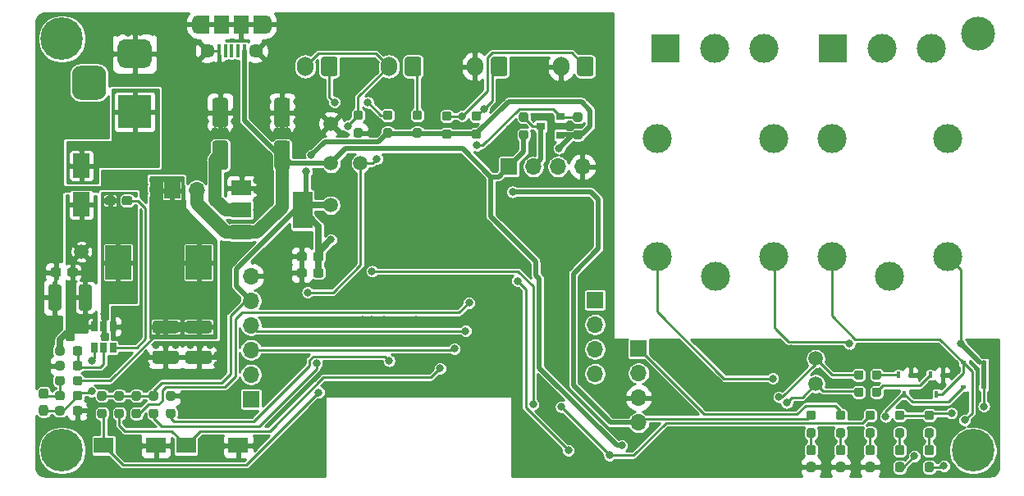
<source format=gbr>
G04 #@! TF.GenerationSoftware,KiCad,Pcbnew,5.1.9-73d0e3b20d~88~ubuntu18.04.1*
G04 #@! TF.CreationDate,2021-03-27T22:42:29+02:00*
G04 #@! TF.ProjectId,Electra,456c6563-7472-4612-9e6b-696361645f70,1*
G04 #@! TF.SameCoordinates,Original*
G04 #@! TF.FileFunction,Copper,L1,Top*
G04 #@! TF.FilePolarity,Positive*
%FSLAX46Y46*%
G04 Gerber Fmt 4.6, Leading zero omitted, Abs format (unit mm)*
G04 Created by KiCad (PCBNEW 5.1.9-73d0e3b20d~88~ubuntu18.04.1) date 2021-03-27 22:42:29*
%MOMM*%
%LPD*%
G01*
G04 APERTURE LIST*
G04 #@! TA.AperFunction,ComponentPad*
%ADD10O,1.700000X2.000000*%
G04 #@! TD*
G04 #@! TA.AperFunction,ComponentPad*
%ADD11R,3.500000X3.500000*%
G04 #@! TD*
G04 #@! TA.AperFunction,ConnectorPad*
%ADD12C,3.500000*%
G04 #@! TD*
G04 #@! TA.AperFunction,ComponentPad*
%ADD13C,2.600000*%
G04 #@! TD*
G04 #@! TA.AperFunction,ComponentPad*
%ADD14C,3.000000*%
G04 #@! TD*
G04 #@! TA.AperFunction,ComponentPad*
%ADD15R,1.700000X1.700000*%
G04 #@! TD*
G04 #@! TA.AperFunction,ComponentPad*
%ADD16O,1.700000X1.700000*%
G04 #@! TD*
G04 #@! TA.AperFunction,SMDPad,CuDef*
%ADD17R,2.700000X3.600000*%
G04 #@! TD*
G04 #@! TA.AperFunction,ComponentPad*
%ADD18C,4.400000*%
G04 #@! TD*
G04 #@! TA.AperFunction,ComponentPad*
%ADD19C,0.700000*%
G04 #@! TD*
G04 #@! TA.AperFunction,ComponentPad*
%ADD20R,3.000000X3.000000*%
G04 #@! TD*
G04 #@! TA.AperFunction,SMDPad,CuDef*
%ADD21R,1.800000X2.500000*%
G04 #@! TD*
G04 #@! TA.AperFunction,SMDPad,CuDef*
%ADD22R,0.600000X0.450000*%
G04 #@! TD*
G04 #@! TA.AperFunction,SMDPad,CuDef*
%ADD23R,1.500000X1.900000*%
G04 #@! TD*
G04 #@! TA.AperFunction,ComponentPad*
%ADD24C,1.450000*%
G04 #@! TD*
G04 #@! TA.AperFunction,SMDPad,CuDef*
%ADD25R,0.400000X1.350000*%
G04 #@! TD*
G04 #@! TA.AperFunction,ComponentPad*
%ADD26O,1.200000X1.900000*%
G04 #@! TD*
G04 #@! TA.AperFunction,SMDPad,CuDef*
%ADD27R,1.200000X1.900000*%
G04 #@! TD*
G04 #@! TA.AperFunction,SMDPad,CuDef*
%ADD28R,0.450000X0.700000*%
G04 #@! TD*
G04 #@! TA.AperFunction,SMDPad,CuDef*
%ADD29R,0.900000X0.800000*%
G04 #@! TD*
G04 #@! TA.AperFunction,SMDPad,CuDef*
%ADD30R,2.000000X1.600000*%
G04 #@! TD*
G04 #@! TA.AperFunction,SMDPad,CuDef*
%ADD31C,1.500000*%
G04 #@! TD*
G04 #@! TA.AperFunction,SMDPad,CuDef*
%ADD32R,2.000000X3.800000*%
G04 #@! TD*
G04 #@! TA.AperFunction,SMDPad,CuDef*
%ADD33R,2.000000X1.500000*%
G04 #@! TD*
G04 #@! TA.AperFunction,SMDPad,CuDef*
%ADD34R,0.650000X1.060000*%
G04 #@! TD*
G04 #@! TA.AperFunction,ViaPad*
%ADD35C,0.800000*%
G04 #@! TD*
G04 #@! TA.AperFunction,Conductor*
%ADD36C,0.700000*%
G04 #@! TD*
G04 #@! TA.AperFunction,Conductor*
%ADD37C,0.250000*%
G04 #@! TD*
G04 #@! TA.AperFunction,Conductor*
%ADD38C,1.370000*%
G04 #@! TD*
G04 #@! TA.AperFunction,Conductor*
%ADD39C,0.500000*%
G04 #@! TD*
G04 #@! TA.AperFunction,Conductor*
%ADD40C,1.000000*%
G04 #@! TD*
G04 #@! TA.AperFunction,Conductor*
%ADD41C,0.254000*%
G04 #@! TD*
G04 #@! TA.AperFunction,Conductor*
%ADD42C,0.100000*%
G04 #@! TD*
G04 APERTURE END LIST*
G04 #@! TA.AperFunction,ComponentPad*
G36*
G01*
X146471000Y-75596000D02*
X146471000Y-77096000D01*
G75*
G02*
X146221000Y-77346000I-250000J0D01*
G01*
X145021000Y-77346000D01*
G75*
G02*
X144771000Y-77096000I0J250000D01*
G01*
X144771000Y-75596000D01*
G75*
G02*
X145021000Y-75346000I250000J0D01*
G01*
X146221000Y-75346000D01*
G75*
G02*
X146471000Y-75596000I0J-250000D01*
G01*
G37*
G04 #@! TD.AperFunction*
D10*
X143121000Y-76346000D03*
G04 #@! TA.AperFunction,ComponentPad*
G36*
G01*
X102425000Y-76275000D02*
X104175000Y-76275000D01*
G75*
G02*
X105050000Y-77150000I0J-875000D01*
G01*
X105050000Y-78900000D01*
G75*
G02*
X104175000Y-79775000I-875000J0D01*
G01*
X102425000Y-79775000D01*
G75*
G02*
X101550000Y-78900000I0J875000D01*
G01*
X101550000Y-77150000D01*
G75*
G02*
X102425000Y-76275000I875000J0D01*
G01*
G37*
G04 #@! TD.AperFunction*
G04 #@! TA.AperFunction,ComponentPad*
G36*
G01*
X107000000Y-73525000D02*
X109000000Y-73525000D01*
G75*
G02*
X109750000Y-74275000I0J-750000D01*
G01*
X109750000Y-75775000D01*
G75*
G02*
X109000000Y-76525000I-750000J0D01*
G01*
X107000000Y-76525000D01*
G75*
G02*
X106250000Y-75775000I0J750000D01*
G01*
X106250000Y-74275000D01*
G75*
G02*
X107000000Y-73525000I750000J0D01*
G01*
G37*
G04 #@! TD.AperFunction*
D11*
X108000000Y-81025000D03*
D10*
X125595000Y-76346000D03*
G04 #@! TA.AperFunction,ComponentPad*
G36*
G01*
X128945000Y-75596000D02*
X128945000Y-77096000D01*
G75*
G02*
X128695000Y-77346000I-250000J0D01*
G01*
X127495000Y-77346000D01*
G75*
G02*
X127245000Y-77096000I0J250000D01*
G01*
X127245000Y-75596000D01*
G75*
G02*
X127495000Y-75346000I250000J0D01*
G01*
X128695000Y-75346000D01*
G75*
G02*
X128945000Y-75596000I0J-250000D01*
G01*
G37*
G04 #@! TD.AperFunction*
G04 #@! TA.AperFunction,SMDPad,CuDef*
G36*
G01*
X99800000Y-112137500D02*
X99800000Y-111662500D01*
G75*
G02*
X100037500Y-111425000I237500J0D01*
G01*
X100537500Y-111425000D01*
G75*
G02*
X100775000Y-111662500I0J-237500D01*
G01*
X100775000Y-112137500D01*
G75*
G02*
X100537500Y-112375000I-237500J0D01*
G01*
X100037500Y-112375000D01*
G75*
G02*
X99800000Y-112137500I0J237500D01*
G01*
G37*
G04 #@! TD.AperFunction*
G04 #@! TA.AperFunction,SMDPad,CuDef*
G36*
G01*
X101625000Y-112137500D02*
X101625000Y-111662500D01*
G75*
G02*
X101862500Y-111425000I237500J0D01*
G01*
X102362500Y-111425000D01*
G75*
G02*
X102600000Y-111662500I0J-237500D01*
G01*
X102600000Y-112137500D01*
G75*
G02*
X102362500Y-112375000I-237500J0D01*
G01*
X101862500Y-112375000D01*
G75*
G02*
X101625000Y-112137500I0J237500D01*
G01*
G37*
G04 #@! TD.AperFunction*
G04 #@! TA.AperFunction,SMDPad,CuDef*
G36*
G01*
X101625000Y-110587500D02*
X101625000Y-110112500D01*
G75*
G02*
X101862500Y-109875000I237500J0D01*
G01*
X102362500Y-109875000D01*
G75*
G02*
X102600000Y-110112500I0J-237500D01*
G01*
X102600000Y-110587500D01*
G75*
G02*
X102362500Y-110825000I-237500J0D01*
G01*
X101862500Y-110825000D01*
G75*
G02*
X101625000Y-110587500I0J237500D01*
G01*
G37*
G04 #@! TD.AperFunction*
G04 #@! TA.AperFunction,SMDPad,CuDef*
G36*
G01*
X99800000Y-110587500D02*
X99800000Y-110112500D01*
G75*
G02*
X100037500Y-109875000I237500J0D01*
G01*
X100537500Y-109875000D01*
G75*
G02*
X100775000Y-110112500I0J-237500D01*
G01*
X100775000Y-110587500D01*
G75*
G02*
X100537500Y-110825000I-237500J0D01*
G01*
X100037500Y-110825000D01*
G75*
G02*
X99800000Y-110587500I0J237500D01*
G01*
G37*
G04 #@! TD.AperFunction*
G04 #@! TA.AperFunction,SMDPad,CuDef*
G36*
G01*
X100775000Y-108562500D02*
X100775000Y-109037500D01*
G75*
G02*
X100537500Y-109275000I-237500J0D01*
G01*
X100037500Y-109275000D01*
G75*
G02*
X99800000Y-109037500I0J237500D01*
G01*
X99800000Y-108562500D01*
G75*
G02*
X100037500Y-108325000I237500J0D01*
G01*
X100537500Y-108325000D01*
G75*
G02*
X100775000Y-108562500I0J-237500D01*
G01*
G37*
G04 #@! TD.AperFunction*
G04 #@! TA.AperFunction,SMDPad,CuDef*
G36*
G01*
X102600000Y-108562500D02*
X102600000Y-109037500D01*
G75*
G02*
X102362500Y-109275000I-237500J0D01*
G01*
X101862500Y-109275000D01*
G75*
G02*
X101625000Y-109037500I0J237500D01*
G01*
X101625000Y-108562500D01*
G75*
G02*
X101862500Y-108325000I237500J0D01*
G01*
X102362500Y-108325000D01*
G75*
G02*
X102600000Y-108562500I0J-237500D01*
G01*
G37*
G04 #@! TD.AperFunction*
G04 #@! TA.AperFunction,SMDPad,CuDef*
G36*
G01*
X100775000Y-107012500D02*
X100775000Y-107487500D01*
G75*
G02*
X100537500Y-107725000I-237500J0D01*
G01*
X100037500Y-107725000D01*
G75*
G02*
X99800000Y-107487500I0J237500D01*
G01*
X99800000Y-107012500D01*
G75*
G02*
X100037500Y-106775000I237500J0D01*
G01*
X100537500Y-106775000D01*
G75*
G02*
X100775000Y-107012500I0J-237500D01*
G01*
G37*
G04 #@! TD.AperFunction*
G04 #@! TA.AperFunction,SMDPad,CuDef*
G36*
G01*
X102600000Y-107012500D02*
X102600000Y-107487500D01*
G75*
G02*
X102362500Y-107725000I-237500J0D01*
G01*
X101862500Y-107725000D01*
G75*
G02*
X101625000Y-107487500I0J237500D01*
G01*
X101625000Y-107012500D01*
G75*
G02*
X101862500Y-106775000I237500J0D01*
G01*
X102362500Y-106775000D01*
G75*
G02*
X102600000Y-107012500I0J-237500D01*
G01*
G37*
G04 #@! TD.AperFunction*
G04 #@! TA.AperFunction,SMDPad,CuDef*
G36*
G01*
X101625000Y-105962500D02*
X101625000Y-105487500D01*
G75*
G02*
X101862500Y-105250000I237500J0D01*
G01*
X102362500Y-105250000D01*
G75*
G02*
X102600000Y-105487500I0J-237500D01*
G01*
X102600000Y-105962500D01*
G75*
G02*
X102362500Y-106200000I-237500J0D01*
G01*
X101862500Y-106200000D01*
G75*
G02*
X101625000Y-105962500I0J237500D01*
G01*
G37*
G04 #@! TD.AperFunction*
G04 #@! TA.AperFunction,SMDPad,CuDef*
G36*
G01*
X99800000Y-105962500D02*
X99800000Y-105487500D01*
G75*
G02*
X100037500Y-105250000I237500J0D01*
G01*
X100537500Y-105250000D01*
G75*
G02*
X100775000Y-105487500I0J-237500D01*
G01*
X100775000Y-105962500D01*
G75*
G02*
X100537500Y-106200000I-237500J0D01*
G01*
X100037500Y-106200000D01*
G75*
G02*
X99800000Y-105962500I0J237500D01*
G01*
G37*
G04 #@! TD.AperFunction*
D12*
X195000000Y-73000000D03*
D13*
X195000000Y-73000000D03*
D14*
X185920000Y-98000000D03*
X179920000Y-96000000D03*
X179920000Y-83800000D03*
X191920000Y-83800000D03*
X191920000Y-96000000D03*
D15*
X146600000Y-86700000D03*
D16*
X149140000Y-86700000D03*
X151680000Y-86700000D03*
X154220000Y-86700000D03*
D14*
X173920000Y-96000000D03*
X173920000Y-83800000D03*
X161920000Y-83800000D03*
X161920000Y-96000000D03*
X167920000Y-98000000D03*
D16*
X155500000Y-108080000D03*
X155500000Y-105540000D03*
X155500000Y-103000000D03*
D15*
X155500000Y-100460000D03*
D10*
X152011000Y-76346000D03*
G04 #@! TA.AperFunction,ComponentPad*
G36*
G01*
X155361000Y-75596000D02*
X155361000Y-77096000D01*
G75*
G02*
X155111000Y-77346000I-250000J0D01*
G01*
X153911000Y-77346000D01*
G75*
G02*
X153661000Y-77096000I0J250000D01*
G01*
X153661000Y-75596000D01*
G75*
G02*
X153911000Y-75346000I250000J0D01*
G01*
X155111000Y-75346000D01*
G75*
G02*
X155361000Y-75596000I0J-250000D01*
G01*
G37*
G04 #@! TD.AperFunction*
G04 #@! TA.AperFunction,SMDPad,CuDef*
G36*
G01*
X178037500Y-112859000D02*
X177562500Y-112859000D01*
G75*
G02*
X177325000Y-112621500I0J237500D01*
G01*
X177325000Y-112121500D01*
G75*
G02*
X177562500Y-111884000I237500J0D01*
G01*
X178037500Y-111884000D01*
G75*
G02*
X178275000Y-112121500I0J-237500D01*
G01*
X178275000Y-112621500D01*
G75*
G02*
X178037500Y-112859000I-237500J0D01*
G01*
G37*
G04 #@! TD.AperFunction*
G04 #@! TA.AperFunction,SMDPad,CuDef*
G36*
G01*
X178037500Y-114684000D02*
X177562500Y-114684000D01*
G75*
G02*
X177325000Y-114446500I0J237500D01*
G01*
X177325000Y-113946500D01*
G75*
G02*
X177562500Y-113709000I237500J0D01*
G01*
X178037500Y-113709000D01*
G75*
G02*
X178275000Y-113946500I0J-237500D01*
G01*
X178275000Y-114446500D01*
G75*
G02*
X178037500Y-114684000I-237500J0D01*
G01*
G37*
G04 #@! TD.AperFunction*
G04 #@! TA.AperFunction,SMDPad,CuDef*
G36*
G01*
X117386000Y-82604000D02*
X116286000Y-82604000D01*
G75*
G02*
X116036000Y-82354000I0J250000D01*
G01*
X116036000Y-79854000D01*
G75*
G02*
X116286000Y-79604000I250000J0D01*
G01*
X117386000Y-79604000D01*
G75*
G02*
X117636000Y-79854000I0J-250000D01*
G01*
X117636000Y-82354000D01*
G75*
G02*
X117386000Y-82604000I-250000J0D01*
G01*
G37*
G04 #@! TD.AperFunction*
G04 #@! TA.AperFunction,SMDPad,CuDef*
G36*
G01*
X117386000Y-87004000D02*
X116286000Y-87004000D01*
G75*
G02*
X116036000Y-86754000I0J250000D01*
G01*
X116036000Y-84254000D01*
G75*
G02*
X116286000Y-84004000I250000J0D01*
G01*
X117386000Y-84004000D01*
G75*
G02*
X117636000Y-84254000I0J-250000D01*
G01*
X117636000Y-86754000D01*
G75*
G02*
X117386000Y-87004000I-250000J0D01*
G01*
G37*
G04 #@! TD.AperFunction*
D17*
X106300000Y-96600000D03*
X114600000Y-96600000D03*
D18*
X100500000Y-73500000D03*
D19*
X102150000Y-73500000D03*
X101666726Y-74666726D03*
X100500000Y-75150000D03*
X99333274Y-74666726D03*
X98850000Y-73500000D03*
X99333274Y-72333274D03*
X100500000Y-71850000D03*
X101666726Y-72333274D03*
X101666726Y-114833274D03*
X100500000Y-114350000D03*
X99333274Y-114833274D03*
X98850000Y-116000000D03*
X99333274Y-117166726D03*
X100500000Y-117650000D03*
X101666726Y-117166726D03*
X102150000Y-116000000D03*
D18*
X100500000Y-116000000D03*
X194500000Y-116000000D03*
D19*
X196150000Y-116000000D03*
X195666726Y-117166726D03*
X194500000Y-117650000D03*
X193333274Y-117166726D03*
X192850000Y-116000000D03*
X193333274Y-114833274D03*
X194500000Y-114350000D03*
X195666726Y-114833274D03*
D14*
X172920000Y-74510000D03*
X167840000Y-74510000D03*
D20*
X162760000Y-74510000D03*
G04 #@! TA.AperFunction,SMDPad,CuDef*
G36*
G01*
X100437500Y-99099997D02*
X100437500Y-101300003D01*
G75*
G02*
X100187503Y-101550000I-249997J0D01*
G01*
X99362497Y-101550000D01*
G75*
G02*
X99112500Y-101300003I0J249997D01*
G01*
X99112500Y-99099997D01*
G75*
G02*
X99362497Y-98850000I249997J0D01*
G01*
X100187503Y-98850000D01*
G75*
G02*
X100437500Y-99099997I0J-249997D01*
G01*
G37*
G04 #@! TD.AperFunction*
G04 #@! TA.AperFunction,SMDPad,CuDef*
G36*
G01*
X103562500Y-99099997D02*
X103562500Y-101300003D01*
G75*
G02*
X103312503Y-101550000I-249997J0D01*
G01*
X102487497Y-101550000D01*
G75*
G02*
X102237500Y-101300003I0J249997D01*
G01*
X102237500Y-99099997D01*
G75*
G02*
X102487497Y-98850000I249997J0D01*
G01*
X103312503Y-98850000D01*
G75*
G02*
X103562500Y-99099997I0J-249997D01*
G01*
G37*
G04 #@! TD.AperFunction*
G04 #@! TA.AperFunction,SMDPad,CuDef*
G36*
G01*
X100412500Y-97362500D02*
X100412500Y-97837500D01*
G75*
G02*
X100175000Y-98075000I-237500J0D01*
G01*
X99575000Y-98075000D01*
G75*
G02*
X99337500Y-97837500I0J237500D01*
G01*
X99337500Y-97362500D01*
G75*
G02*
X99575000Y-97125000I237500J0D01*
G01*
X100175000Y-97125000D01*
G75*
G02*
X100412500Y-97362500I0J-237500D01*
G01*
G37*
G04 #@! TD.AperFunction*
G04 #@! TA.AperFunction,SMDPad,CuDef*
G36*
G01*
X102137500Y-97362500D02*
X102137500Y-97837500D01*
G75*
G02*
X101900000Y-98075000I-237500J0D01*
G01*
X101300000Y-98075000D01*
G75*
G02*
X101062500Y-97837500I0J237500D01*
G01*
X101062500Y-97362500D01*
G75*
G02*
X101300000Y-97125000I237500J0D01*
G01*
X101900000Y-97125000D01*
G75*
G02*
X102137500Y-97362500I0J-237500D01*
G01*
G37*
G04 #@! TD.AperFunction*
G04 #@! TA.AperFunction,SMDPad,CuDef*
G36*
G01*
X104950000Y-90437500D02*
X104950000Y-89962500D01*
G75*
G02*
X105187500Y-89725000I237500J0D01*
G01*
X105787500Y-89725000D01*
G75*
G02*
X106025000Y-89962500I0J-237500D01*
G01*
X106025000Y-90437500D01*
G75*
G02*
X105787500Y-90675000I-237500J0D01*
G01*
X105187500Y-90675000D01*
G75*
G02*
X104950000Y-90437500I0J237500D01*
G01*
G37*
G04 #@! TD.AperFunction*
G04 #@! TA.AperFunction,SMDPad,CuDef*
G36*
G01*
X106675000Y-90437500D02*
X106675000Y-89962500D01*
G75*
G02*
X106912500Y-89725000I237500J0D01*
G01*
X107512500Y-89725000D01*
G75*
G02*
X107750000Y-89962500I0J-237500D01*
G01*
X107750000Y-90437500D01*
G75*
G02*
X107512500Y-90675000I-237500J0D01*
G01*
X106912500Y-90675000D01*
G75*
G02*
X106675000Y-90437500I0J237500D01*
G01*
G37*
G04 #@! TD.AperFunction*
G04 #@! TA.AperFunction,SMDPad,CuDef*
G36*
G01*
X112300003Y-107037500D02*
X110099997Y-107037500D01*
G75*
G02*
X109850000Y-106787503I0J249997D01*
G01*
X109850000Y-105962497D01*
G75*
G02*
X110099997Y-105712500I249997J0D01*
G01*
X112300003Y-105712500D01*
G75*
G02*
X112550000Y-105962497I0J-249997D01*
G01*
X112550000Y-106787503D01*
G75*
G02*
X112300003Y-107037500I-249997J0D01*
G01*
G37*
G04 #@! TD.AperFunction*
G04 #@! TA.AperFunction,SMDPad,CuDef*
G36*
G01*
X112300003Y-103912500D02*
X110099997Y-103912500D01*
G75*
G02*
X109850000Y-103662503I0J249997D01*
G01*
X109850000Y-102837497D01*
G75*
G02*
X110099997Y-102587500I249997J0D01*
G01*
X112300003Y-102587500D01*
G75*
G02*
X112550000Y-102837497I0J-249997D01*
G01*
X112550000Y-103662503D01*
G75*
G02*
X112300003Y-103912500I-249997J0D01*
G01*
G37*
G04 #@! TD.AperFunction*
G04 #@! TA.AperFunction,SMDPad,CuDef*
G36*
G01*
X115700003Y-103912500D02*
X113499997Y-103912500D01*
G75*
G02*
X113250000Y-103662503I0J249997D01*
G01*
X113250000Y-102837497D01*
G75*
G02*
X113499997Y-102587500I249997J0D01*
G01*
X115700003Y-102587500D01*
G75*
G02*
X115950000Y-102837497I0J-249997D01*
G01*
X115950000Y-103662503D01*
G75*
G02*
X115700003Y-103912500I-249997J0D01*
G01*
G37*
G04 #@! TD.AperFunction*
G04 #@! TA.AperFunction,SMDPad,CuDef*
G36*
G01*
X115700003Y-107037500D02*
X113499997Y-107037500D01*
G75*
G02*
X113250000Y-106787503I0J249997D01*
G01*
X113250000Y-105962497D01*
G75*
G02*
X113499997Y-105712500I249997J0D01*
G01*
X115700003Y-105712500D01*
G75*
G02*
X115950000Y-105962497I0J-249997D01*
G01*
X115950000Y-106787503D01*
G75*
G02*
X115700003Y-107037500I-249997J0D01*
G01*
G37*
G04 #@! TD.AperFunction*
G04 #@! TA.AperFunction,SMDPad,CuDef*
G36*
G01*
X98837500Y-112400000D02*
X98362500Y-112400000D01*
G75*
G02*
X98125000Y-112162500I0J237500D01*
G01*
X98125000Y-111562500D01*
G75*
G02*
X98362500Y-111325000I237500J0D01*
G01*
X98837500Y-111325000D01*
G75*
G02*
X99075000Y-111562500I0J-237500D01*
G01*
X99075000Y-112162500D01*
G75*
G02*
X98837500Y-112400000I-237500J0D01*
G01*
G37*
G04 #@! TD.AperFunction*
G04 #@! TA.AperFunction,SMDPad,CuDef*
G36*
G01*
X98837500Y-110675000D02*
X98362500Y-110675000D01*
G75*
G02*
X98125000Y-110437500I0J237500D01*
G01*
X98125000Y-109837500D01*
G75*
G02*
X98362500Y-109600000I237500J0D01*
G01*
X98837500Y-109600000D01*
G75*
G02*
X99075000Y-109837500I0J-237500D01*
G01*
X99075000Y-110437500D01*
G75*
G02*
X98837500Y-110675000I-237500J0D01*
G01*
G37*
G04 #@! TD.AperFunction*
G04 #@! TA.AperFunction,SMDPad,CuDef*
G36*
G01*
X123773000Y-87004000D02*
X122673000Y-87004000D01*
G75*
G02*
X122423000Y-86754000I0J250000D01*
G01*
X122423000Y-84254000D01*
G75*
G02*
X122673000Y-84004000I250000J0D01*
G01*
X123773000Y-84004000D01*
G75*
G02*
X124023000Y-84254000I0J-250000D01*
G01*
X124023000Y-86754000D01*
G75*
G02*
X123773000Y-87004000I-250000J0D01*
G01*
G37*
G04 #@! TD.AperFunction*
G04 #@! TA.AperFunction,SMDPad,CuDef*
G36*
G01*
X123773000Y-82604000D02*
X122673000Y-82604000D01*
G75*
G02*
X122423000Y-82354000I0J250000D01*
G01*
X122423000Y-79854000D01*
G75*
G02*
X122673000Y-79604000I250000J0D01*
G01*
X123773000Y-79604000D01*
G75*
G02*
X124023000Y-79854000I0J-250000D01*
G01*
X124023000Y-82354000D01*
G75*
G02*
X123773000Y-82604000I-250000J0D01*
G01*
G37*
G04 #@! TD.AperFunction*
G04 #@! TA.AperFunction,SMDPad,CuDef*
G36*
G01*
X127500000Y-95737500D02*
X127500000Y-96212500D01*
G75*
G02*
X127262500Y-96450000I-237500J0D01*
G01*
X126662500Y-96450000D01*
G75*
G02*
X126425000Y-96212500I0J237500D01*
G01*
X126425000Y-95737500D01*
G75*
G02*
X126662500Y-95500000I237500J0D01*
G01*
X127262500Y-95500000D01*
G75*
G02*
X127500000Y-95737500I0J-237500D01*
G01*
G37*
G04 #@! TD.AperFunction*
G04 #@! TA.AperFunction,SMDPad,CuDef*
G36*
G01*
X125775000Y-95737500D02*
X125775000Y-96212500D01*
G75*
G02*
X125537500Y-96450000I-237500J0D01*
G01*
X124937500Y-96450000D01*
G75*
G02*
X124700000Y-96212500I0J237500D01*
G01*
X124700000Y-95737500D01*
G75*
G02*
X124937500Y-95500000I237500J0D01*
G01*
X125537500Y-95500000D01*
G75*
G02*
X125775000Y-95737500I0J-237500D01*
G01*
G37*
G04 #@! TD.AperFunction*
G04 #@! TA.AperFunction,SMDPad,CuDef*
G36*
G01*
X125775000Y-97437500D02*
X125775000Y-97912500D01*
G75*
G02*
X125537500Y-98150000I-237500J0D01*
G01*
X124937500Y-98150000D01*
G75*
G02*
X124700000Y-97912500I0J237500D01*
G01*
X124700000Y-97437500D01*
G75*
G02*
X124937500Y-97200000I237500J0D01*
G01*
X125537500Y-97200000D01*
G75*
G02*
X125775000Y-97437500I0J-237500D01*
G01*
G37*
G04 #@! TD.AperFunction*
G04 #@! TA.AperFunction,SMDPad,CuDef*
G36*
G01*
X127500000Y-97437500D02*
X127500000Y-97912500D01*
G75*
G02*
X127262500Y-98150000I-237500J0D01*
G01*
X126662500Y-98150000D01*
G75*
G02*
X126425000Y-97912500I0J237500D01*
G01*
X126425000Y-97437500D01*
G75*
G02*
X126662500Y-97200000I237500J0D01*
G01*
X127262500Y-97200000D01*
G75*
G02*
X127500000Y-97437500I0J-237500D01*
G01*
G37*
G04 #@! TD.AperFunction*
D21*
X102500000Y-86600000D03*
X102500000Y-90600000D03*
G04 #@! TA.AperFunction,SMDPad,CuDef*
G36*
G01*
X178037500Y-118240000D02*
X177562500Y-118240000D01*
G75*
G02*
X177325000Y-118002500I0J237500D01*
G01*
X177325000Y-117427500D01*
G75*
G02*
X177562500Y-117190000I237500J0D01*
G01*
X178037500Y-117190000D01*
G75*
G02*
X178275000Y-117427500I0J-237500D01*
G01*
X178275000Y-118002500D01*
G75*
G02*
X178037500Y-118240000I-237500J0D01*
G01*
G37*
G04 #@! TD.AperFunction*
G04 #@! TA.AperFunction,SMDPad,CuDef*
G36*
G01*
X178037500Y-116490000D02*
X177562500Y-116490000D01*
G75*
G02*
X177325000Y-116252500I0J237500D01*
G01*
X177325000Y-115677500D01*
G75*
G02*
X177562500Y-115440000I237500J0D01*
G01*
X178037500Y-115440000D01*
G75*
G02*
X178275000Y-115677500I0J-237500D01*
G01*
X178275000Y-116252500D01*
G75*
G02*
X178037500Y-116490000I-237500J0D01*
G01*
G37*
G04 #@! TD.AperFunction*
G04 #@! TA.AperFunction,SMDPad,CuDef*
G36*
G01*
X190229500Y-116490000D02*
X189754500Y-116490000D01*
G75*
G02*
X189517000Y-116252500I0J237500D01*
G01*
X189517000Y-115677500D01*
G75*
G02*
X189754500Y-115440000I237500J0D01*
G01*
X190229500Y-115440000D01*
G75*
G02*
X190467000Y-115677500I0J-237500D01*
G01*
X190467000Y-116252500D01*
G75*
G02*
X190229500Y-116490000I-237500J0D01*
G01*
G37*
G04 #@! TD.AperFunction*
G04 #@! TA.AperFunction,SMDPad,CuDef*
G36*
G01*
X190229500Y-118240000D02*
X189754500Y-118240000D01*
G75*
G02*
X189517000Y-118002500I0J237500D01*
G01*
X189517000Y-117427500D01*
G75*
G02*
X189754500Y-117190000I237500J0D01*
G01*
X190229500Y-117190000D01*
G75*
G02*
X190467000Y-117427500I0J-237500D01*
G01*
X190467000Y-118002500D01*
G75*
G02*
X190229500Y-118240000I-237500J0D01*
G01*
G37*
G04 #@! TD.AperFunction*
D22*
X195614000Y-106934000D03*
X193514000Y-106934000D03*
G04 #@! TA.AperFunction,SMDPad,CuDef*
G36*
G01*
X187181500Y-118240000D02*
X186706500Y-118240000D01*
G75*
G02*
X186469000Y-118002500I0J237500D01*
G01*
X186469000Y-117427500D01*
G75*
G02*
X186706500Y-117190000I237500J0D01*
G01*
X187181500Y-117190000D01*
G75*
G02*
X187419000Y-117427500I0J-237500D01*
G01*
X187419000Y-118002500D01*
G75*
G02*
X187181500Y-118240000I-237500J0D01*
G01*
G37*
G04 #@! TD.AperFunction*
G04 #@! TA.AperFunction,SMDPad,CuDef*
G36*
G01*
X187181500Y-116490000D02*
X186706500Y-116490000D01*
G75*
G02*
X186469000Y-116252500I0J237500D01*
G01*
X186469000Y-115677500D01*
G75*
G02*
X186706500Y-115440000I237500J0D01*
G01*
X187181500Y-115440000D01*
G75*
G02*
X187419000Y-115677500I0J-237500D01*
G01*
X187419000Y-116252500D01*
G75*
G02*
X187181500Y-116490000I-237500J0D01*
G01*
G37*
G04 #@! TD.AperFunction*
X193514000Y-109474000D03*
X195614000Y-109474000D03*
G04 #@! TA.AperFunction,SMDPad,CuDef*
G36*
G01*
X181085500Y-118240000D02*
X180610500Y-118240000D01*
G75*
G02*
X180373000Y-118002500I0J237500D01*
G01*
X180373000Y-117427500D01*
G75*
G02*
X180610500Y-117190000I237500J0D01*
G01*
X181085500Y-117190000D01*
G75*
G02*
X181323000Y-117427500I0J-237500D01*
G01*
X181323000Y-118002500D01*
G75*
G02*
X181085500Y-118240000I-237500J0D01*
G01*
G37*
G04 #@! TD.AperFunction*
G04 #@! TA.AperFunction,SMDPad,CuDef*
G36*
G01*
X181085500Y-116490000D02*
X180610500Y-116490000D01*
G75*
G02*
X180373000Y-116252500I0J237500D01*
G01*
X180373000Y-115677500D01*
G75*
G02*
X180610500Y-115440000I237500J0D01*
G01*
X181085500Y-115440000D01*
G75*
G02*
X181323000Y-115677500I0J-237500D01*
G01*
X181323000Y-116252500D01*
G75*
G02*
X181085500Y-116490000I-237500J0D01*
G01*
G37*
G04 #@! TD.AperFunction*
G04 #@! TA.AperFunction,SMDPad,CuDef*
G36*
G01*
X184133500Y-116490000D02*
X183658500Y-116490000D01*
G75*
G02*
X183421000Y-116252500I0J237500D01*
G01*
X183421000Y-115677500D01*
G75*
G02*
X183658500Y-115440000I237500J0D01*
G01*
X184133500Y-115440000D01*
G75*
G02*
X184371000Y-115677500I0J-237500D01*
G01*
X184371000Y-116252500D01*
G75*
G02*
X184133500Y-116490000I-237500J0D01*
G01*
G37*
G04 #@! TD.AperFunction*
G04 #@! TA.AperFunction,SMDPad,CuDef*
G36*
G01*
X184133500Y-118240000D02*
X183658500Y-118240000D01*
G75*
G02*
X183421000Y-118002500I0J237500D01*
G01*
X183421000Y-117427500D01*
G75*
G02*
X183658500Y-117190000I237500J0D01*
G01*
X184133500Y-117190000D01*
G75*
G02*
X184371000Y-117427500I0J-237500D01*
G01*
X184371000Y-118002500D01*
G75*
G02*
X184133500Y-118240000I-237500J0D01*
G01*
G37*
G04 #@! TD.AperFunction*
D15*
X120000000Y-110700000D03*
D16*
X120000000Y-108160000D03*
X120000000Y-105620000D03*
X120000000Y-103080000D03*
X120000000Y-100540000D03*
X120000000Y-98000000D03*
X160000000Y-113120000D03*
X160000000Y-110580000D03*
X160000000Y-108040000D03*
D15*
X160000000Y-105500000D03*
D23*
X117000000Y-72012500D03*
D24*
X120500000Y-74712500D03*
D25*
X118650000Y-74712500D03*
X119300000Y-74712500D03*
X116700000Y-74712500D03*
X117350000Y-74712500D03*
X118000000Y-74712500D03*
D24*
X115500000Y-74712500D03*
D23*
X119000000Y-72012500D03*
D26*
X121500000Y-72012500D03*
X114500000Y-72012500D03*
D27*
X115100000Y-72012500D03*
X120900000Y-72012500D03*
D15*
X111850000Y-89150000D03*
D16*
X114390000Y-89150000D03*
D20*
X180010000Y-74510000D03*
D14*
X185090000Y-74510000D03*
X190170000Y-74510000D03*
G04 #@! TA.AperFunction,ComponentPad*
G36*
G01*
X137581000Y-75596000D02*
X137581000Y-77096000D01*
G75*
G02*
X137331000Y-77346000I-250000J0D01*
G01*
X136131000Y-77346000D01*
G75*
G02*
X135881000Y-77096000I0J250000D01*
G01*
X135881000Y-75596000D01*
G75*
G02*
X136131000Y-75346000I250000J0D01*
G01*
X137331000Y-75346000D01*
G75*
G02*
X137581000Y-75596000I0J-250000D01*
G01*
G37*
G04 #@! TD.AperFunction*
D10*
X134231000Y-76346000D03*
D28*
X191404000Y-108220000D03*
X190104000Y-108220000D03*
X190754000Y-110220000D03*
X187452000Y-110220000D03*
X186802000Y-108220000D03*
X188102000Y-108220000D03*
D29*
X151926000Y-83440000D03*
X151926000Y-81540000D03*
X149926000Y-82490000D03*
G04 #@! TA.AperFunction,SMDPad,CuDef*
G36*
G01*
X185042000Y-109744500D02*
X185042000Y-110219500D01*
G75*
G02*
X184804500Y-110457000I-237500J0D01*
G01*
X184304500Y-110457000D01*
G75*
G02*
X184067000Y-110219500I0J237500D01*
G01*
X184067000Y-109744500D01*
G75*
G02*
X184304500Y-109507000I237500J0D01*
G01*
X184804500Y-109507000D01*
G75*
G02*
X185042000Y-109744500I0J-237500D01*
G01*
G37*
G04 #@! TD.AperFunction*
G04 #@! TA.AperFunction,SMDPad,CuDef*
G36*
G01*
X183217000Y-109744500D02*
X183217000Y-110219500D01*
G75*
G02*
X182979500Y-110457000I-237500J0D01*
G01*
X182479500Y-110457000D01*
G75*
G02*
X182242000Y-110219500I0J237500D01*
G01*
X182242000Y-109744500D01*
G75*
G02*
X182479500Y-109507000I237500J0D01*
G01*
X182979500Y-109507000D01*
G75*
G02*
X183217000Y-109744500I0J-237500D01*
G01*
G37*
G04 #@! TD.AperFunction*
G04 #@! TA.AperFunction,SMDPad,CuDef*
G36*
G01*
X189754500Y-111884000D02*
X190229500Y-111884000D01*
G75*
G02*
X190467000Y-112121500I0J-237500D01*
G01*
X190467000Y-112621500D01*
G75*
G02*
X190229500Y-112859000I-237500J0D01*
G01*
X189754500Y-112859000D01*
G75*
G02*
X189517000Y-112621500I0J237500D01*
G01*
X189517000Y-112121500D01*
G75*
G02*
X189754500Y-111884000I237500J0D01*
G01*
G37*
G04 #@! TD.AperFunction*
G04 #@! TA.AperFunction,SMDPad,CuDef*
G36*
G01*
X189754500Y-113709000D02*
X190229500Y-113709000D01*
G75*
G02*
X190467000Y-113946500I0J-237500D01*
G01*
X190467000Y-114446500D01*
G75*
G02*
X190229500Y-114684000I-237500J0D01*
G01*
X189754500Y-114684000D01*
G75*
G02*
X189517000Y-114446500I0J237500D01*
G01*
X189517000Y-113946500D01*
G75*
G02*
X189754500Y-113709000I237500J0D01*
G01*
G37*
G04 #@! TD.AperFunction*
G04 #@! TA.AperFunction,SMDPad,CuDef*
G36*
G01*
X183217000Y-107966500D02*
X183217000Y-108441500D01*
G75*
G02*
X182979500Y-108679000I-237500J0D01*
G01*
X182479500Y-108679000D01*
G75*
G02*
X182242000Y-108441500I0J237500D01*
G01*
X182242000Y-107966500D01*
G75*
G02*
X182479500Y-107729000I237500J0D01*
G01*
X182979500Y-107729000D01*
G75*
G02*
X183217000Y-107966500I0J-237500D01*
G01*
G37*
G04 #@! TD.AperFunction*
G04 #@! TA.AperFunction,SMDPad,CuDef*
G36*
G01*
X185042000Y-107966500D02*
X185042000Y-108441500D01*
G75*
G02*
X184804500Y-108679000I-237500J0D01*
G01*
X184304500Y-108679000D01*
G75*
G02*
X184067000Y-108441500I0J237500D01*
G01*
X184067000Y-107966500D01*
G75*
G02*
X184304500Y-107729000I237500J0D01*
G01*
X184804500Y-107729000D01*
G75*
G02*
X185042000Y-107966500I0J-237500D01*
G01*
G37*
G04 #@! TD.AperFunction*
G04 #@! TA.AperFunction,SMDPad,CuDef*
G36*
G01*
X186706500Y-113709000D02*
X187181500Y-113709000D01*
G75*
G02*
X187419000Y-113946500I0J-237500D01*
G01*
X187419000Y-114446500D01*
G75*
G02*
X187181500Y-114684000I-237500J0D01*
G01*
X186706500Y-114684000D01*
G75*
G02*
X186469000Y-114446500I0J237500D01*
G01*
X186469000Y-113946500D01*
G75*
G02*
X186706500Y-113709000I237500J0D01*
G01*
G37*
G04 #@! TD.AperFunction*
G04 #@! TA.AperFunction,SMDPad,CuDef*
G36*
G01*
X186706500Y-111884000D02*
X187181500Y-111884000D01*
G75*
G02*
X187419000Y-112121500I0J-237500D01*
G01*
X187419000Y-112621500D01*
G75*
G02*
X187181500Y-112859000I-237500J0D01*
G01*
X186706500Y-112859000D01*
G75*
G02*
X186469000Y-112621500I0J237500D01*
G01*
X186469000Y-112121500D01*
G75*
G02*
X186706500Y-111884000I237500J0D01*
G01*
G37*
G04 #@! TD.AperFunction*
G04 #@! TA.AperFunction,SMDPad,CuDef*
G36*
G01*
X140445500Y-81974500D02*
X139970500Y-81974500D01*
G75*
G02*
X139733000Y-81737000I0J237500D01*
G01*
X139733000Y-81237000D01*
G75*
G02*
X139970500Y-80999500I237500J0D01*
G01*
X140445500Y-80999500D01*
G75*
G02*
X140683000Y-81237000I0J-237500D01*
G01*
X140683000Y-81737000D01*
G75*
G02*
X140445500Y-81974500I-237500J0D01*
G01*
G37*
G04 #@! TD.AperFunction*
G04 #@! TA.AperFunction,SMDPad,CuDef*
G36*
G01*
X140445500Y-83799500D02*
X139970500Y-83799500D01*
G75*
G02*
X139733000Y-83562000I0J237500D01*
G01*
X139733000Y-83062000D01*
G75*
G02*
X139970500Y-82824500I237500J0D01*
G01*
X140445500Y-82824500D01*
G75*
G02*
X140683000Y-83062000I0J-237500D01*
G01*
X140683000Y-83562000D01*
G75*
G02*
X140445500Y-83799500I-237500J0D01*
G01*
G37*
G04 #@! TD.AperFunction*
G04 #@! TA.AperFunction,SMDPad,CuDef*
G36*
G01*
X143493500Y-83799500D02*
X143018500Y-83799500D01*
G75*
G02*
X142781000Y-83562000I0J237500D01*
G01*
X142781000Y-83062000D01*
G75*
G02*
X143018500Y-82824500I237500J0D01*
G01*
X143493500Y-82824500D01*
G75*
G02*
X143731000Y-83062000I0J-237500D01*
G01*
X143731000Y-83562000D01*
G75*
G02*
X143493500Y-83799500I-237500J0D01*
G01*
G37*
G04 #@! TD.AperFunction*
G04 #@! TA.AperFunction,SMDPad,CuDef*
G36*
G01*
X143493500Y-81974500D02*
X143018500Y-81974500D01*
G75*
G02*
X142781000Y-81737000I0J237500D01*
G01*
X142781000Y-81237000D01*
G75*
G02*
X143018500Y-80999500I237500J0D01*
G01*
X143493500Y-80999500D01*
G75*
G02*
X143731000Y-81237000I0J-237500D01*
G01*
X143731000Y-81737000D01*
G75*
G02*
X143493500Y-81974500I-237500J0D01*
G01*
G37*
G04 #@! TD.AperFunction*
G04 #@! TA.AperFunction,SMDPad,CuDef*
G36*
G01*
X106625500Y-112674000D02*
X106150500Y-112674000D01*
G75*
G02*
X105913000Y-112436500I0J237500D01*
G01*
X105913000Y-111936500D01*
G75*
G02*
X106150500Y-111699000I237500J0D01*
G01*
X106625500Y-111699000D01*
G75*
G02*
X106863000Y-111936500I0J-237500D01*
G01*
X106863000Y-112436500D01*
G75*
G02*
X106625500Y-112674000I-237500J0D01*
G01*
G37*
G04 #@! TD.AperFunction*
G04 #@! TA.AperFunction,SMDPad,CuDef*
G36*
G01*
X106625500Y-110849000D02*
X106150500Y-110849000D01*
G75*
G02*
X105913000Y-110611500I0J237500D01*
G01*
X105913000Y-110111500D01*
G75*
G02*
X106150500Y-109874000I237500J0D01*
G01*
X106625500Y-109874000D01*
G75*
G02*
X106863000Y-110111500I0J-237500D01*
G01*
X106863000Y-110611500D01*
G75*
G02*
X106625500Y-110849000I-237500J0D01*
G01*
G37*
G04 #@! TD.AperFunction*
G04 #@! TA.AperFunction,SMDPad,CuDef*
G36*
G01*
X104847500Y-110849000D02*
X104372500Y-110849000D01*
G75*
G02*
X104135000Y-110611500I0J237500D01*
G01*
X104135000Y-110111500D01*
G75*
G02*
X104372500Y-109874000I237500J0D01*
G01*
X104847500Y-109874000D01*
G75*
G02*
X105085000Y-110111500I0J-237500D01*
G01*
X105085000Y-110611500D01*
G75*
G02*
X104847500Y-110849000I-237500J0D01*
G01*
G37*
G04 #@! TD.AperFunction*
G04 #@! TA.AperFunction,SMDPad,CuDef*
G36*
G01*
X104847500Y-112674000D02*
X104372500Y-112674000D01*
G75*
G02*
X104135000Y-112436500I0J237500D01*
G01*
X104135000Y-111936500D01*
G75*
G02*
X104372500Y-111699000I237500J0D01*
G01*
X104847500Y-111699000D01*
G75*
G02*
X105085000Y-111936500I0J-237500D01*
G01*
X105085000Y-112436500D01*
G75*
G02*
X104847500Y-112674000I-237500J0D01*
G01*
G37*
G04 #@! TD.AperFunction*
G04 #@! TA.AperFunction,SMDPad,CuDef*
G36*
G01*
X109706500Y-109874000D02*
X110181500Y-109874000D01*
G75*
G02*
X110419000Y-110111500I0J-237500D01*
G01*
X110419000Y-110611500D01*
G75*
G02*
X110181500Y-110849000I-237500J0D01*
G01*
X109706500Y-110849000D01*
G75*
G02*
X109469000Y-110611500I0J237500D01*
G01*
X109469000Y-110111500D01*
G75*
G02*
X109706500Y-109874000I237500J0D01*
G01*
G37*
G04 #@! TD.AperFunction*
G04 #@! TA.AperFunction,SMDPad,CuDef*
G36*
G01*
X109706500Y-111699000D02*
X110181500Y-111699000D01*
G75*
G02*
X110419000Y-111936500I0J-237500D01*
G01*
X110419000Y-112436500D01*
G75*
G02*
X110181500Y-112674000I-237500J0D01*
G01*
X109706500Y-112674000D01*
G75*
G02*
X109469000Y-112436500I0J237500D01*
G01*
X109469000Y-111936500D01*
G75*
G02*
X109706500Y-111699000I237500J0D01*
G01*
G37*
G04 #@! TD.AperFunction*
G04 #@! TA.AperFunction,SMDPad,CuDef*
G36*
G01*
X181085500Y-112859000D02*
X180610500Y-112859000D01*
G75*
G02*
X180373000Y-112621500I0J237500D01*
G01*
X180373000Y-112121500D01*
G75*
G02*
X180610500Y-111884000I237500J0D01*
G01*
X181085500Y-111884000D01*
G75*
G02*
X181323000Y-112121500I0J-237500D01*
G01*
X181323000Y-112621500D01*
G75*
G02*
X181085500Y-112859000I-237500J0D01*
G01*
G37*
G04 #@! TD.AperFunction*
G04 #@! TA.AperFunction,SMDPad,CuDef*
G36*
G01*
X181085500Y-114684000D02*
X180610500Y-114684000D01*
G75*
G02*
X180373000Y-114446500I0J237500D01*
G01*
X180373000Y-113946500D01*
G75*
G02*
X180610500Y-113709000I237500J0D01*
G01*
X181085500Y-113709000D01*
G75*
G02*
X181323000Y-113946500I0J-237500D01*
G01*
X181323000Y-114446500D01*
G75*
G02*
X181085500Y-114684000I-237500J0D01*
G01*
G37*
G04 #@! TD.AperFunction*
G04 #@! TA.AperFunction,SMDPad,CuDef*
G36*
G01*
X107928500Y-111699000D02*
X108403500Y-111699000D01*
G75*
G02*
X108641000Y-111936500I0J-237500D01*
G01*
X108641000Y-112436500D01*
G75*
G02*
X108403500Y-112674000I-237500J0D01*
G01*
X107928500Y-112674000D01*
G75*
G02*
X107691000Y-112436500I0J237500D01*
G01*
X107691000Y-111936500D01*
G75*
G02*
X107928500Y-111699000I237500J0D01*
G01*
G37*
G04 #@! TD.AperFunction*
G04 #@! TA.AperFunction,SMDPad,CuDef*
G36*
G01*
X107928500Y-109874000D02*
X108403500Y-109874000D01*
G75*
G02*
X108641000Y-110111500I0J-237500D01*
G01*
X108641000Y-110611500D01*
G75*
G02*
X108403500Y-110849000I-237500J0D01*
G01*
X107928500Y-110849000D01*
G75*
G02*
X107691000Y-110611500I0J237500D01*
G01*
X107691000Y-110111500D01*
G75*
G02*
X107928500Y-109874000I237500J0D01*
G01*
G37*
G04 #@! TD.AperFunction*
G04 #@! TA.AperFunction,SMDPad,CuDef*
G36*
G01*
X111484500Y-111699000D02*
X111959500Y-111699000D01*
G75*
G02*
X112197000Y-111936500I0J-237500D01*
G01*
X112197000Y-112436500D01*
G75*
G02*
X111959500Y-112674000I-237500J0D01*
G01*
X111484500Y-112674000D01*
G75*
G02*
X111247000Y-112436500I0J237500D01*
G01*
X111247000Y-111936500D01*
G75*
G02*
X111484500Y-111699000I237500J0D01*
G01*
G37*
G04 #@! TD.AperFunction*
G04 #@! TA.AperFunction,SMDPad,CuDef*
G36*
G01*
X111484500Y-109874000D02*
X111959500Y-109874000D01*
G75*
G02*
X112197000Y-110111500I0J-237500D01*
G01*
X112197000Y-110611500D01*
G75*
G02*
X111959500Y-110849000I-237500J0D01*
G01*
X111484500Y-110849000D01*
G75*
G02*
X111247000Y-110611500I0J237500D01*
G01*
X111247000Y-110111500D01*
G75*
G02*
X111484500Y-109874000I237500J0D01*
G01*
G37*
G04 #@! TD.AperFunction*
G04 #@! TA.AperFunction,SMDPad,CuDef*
G36*
G01*
X184133500Y-114684000D02*
X183658500Y-114684000D01*
G75*
G02*
X183421000Y-114446500I0J237500D01*
G01*
X183421000Y-113946500D01*
G75*
G02*
X183658500Y-113709000I237500J0D01*
G01*
X184133500Y-113709000D01*
G75*
G02*
X184371000Y-113946500I0J-237500D01*
G01*
X184371000Y-114446500D01*
G75*
G02*
X184133500Y-114684000I-237500J0D01*
G01*
G37*
G04 #@! TD.AperFunction*
G04 #@! TA.AperFunction,SMDPad,CuDef*
G36*
G01*
X184133500Y-112859000D02*
X183658500Y-112859000D01*
G75*
G02*
X183421000Y-112621500I0J237500D01*
G01*
X183421000Y-112121500D01*
G75*
G02*
X183658500Y-111884000I237500J0D01*
G01*
X184133500Y-111884000D01*
G75*
G02*
X184371000Y-112121500I0J-237500D01*
G01*
X184371000Y-112621500D01*
G75*
G02*
X184133500Y-112859000I-237500J0D01*
G01*
G37*
G04 #@! TD.AperFunction*
G04 #@! TA.AperFunction,SMDPad,CuDef*
G36*
G01*
X136922500Y-80896000D02*
X137397500Y-80896000D01*
G75*
G02*
X137635000Y-81133500I0J-237500D01*
G01*
X137635000Y-81633500D01*
G75*
G02*
X137397500Y-81871000I-237500J0D01*
G01*
X136922500Y-81871000D01*
G75*
G02*
X136685000Y-81633500I0J237500D01*
G01*
X136685000Y-81133500D01*
G75*
G02*
X136922500Y-80896000I237500J0D01*
G01*
G37*
G04 #@! TD.AperFunction*
G04 #@! TA.AperFunction,SMDPad,CuDef*
G36*
G01*
X136922500Y-82721000D02*
X137397500Y-82721000D01*
G75*
G02*
X137635000Y-82958500I0J-237500D01*
G01*
X137635000Y-83458500D01*
G75*
G02*
X137397500Y-83696000I-237500J0D01*
G01*
X136922500Y-83696000D01*
G75*
G02*
X136685000Y-83458500I0J237500D01*
G01*
X136685000Y-82958500D01*
G75*
G02*
X136922500Y-82721000I237500J0D01*
G01*
G37*
G04 #@! TD.AperFunction*
G04 #@! TA.AperFunction,SMDPad,CuDef*
G36*
G01*
X133874500Y-80896000D02*
X134349500Y-80896000D01*
G75*
G02*
X134587000Y-81133500I0J-237500D01*
G01*
X134587000Y-81633500D01*
G75*
G02*
X134349500Y-81871000I-237500J0D01*
G01*
X133874500Y-81871000D01*
G75*
G02*
X133637000Y-81633500I0J237500D01*
G01*
X133637000Y-81133500D01*
G75*
G02*
X133874500Y-80896000I237500J0D01*
G01*
G37*
G04 #@! TD.AperFunction*
G04 #@! TA.AperFunction,SMDPad,CuDef*
G36*
G01*
X133874500Y-82721000D02*
X134349500Y-82721000D01*
G75*
G02*
X134587000Y-82958500I0J-237500D01*
G01*
X134587000Y-83458500D01*
G75*
G02*
X134349500Y-83696000I-237500J0D01*
G01*
X133874500Y-83696000D01*
G75*
G02*
X133637000Y-83458500I0J237500D01*
G01*
X133637000Y-82958500D01*
G75*
G02*
X133874500Y-82721000I237500J0D01*
G01*
G37*
G04 #@! TD.AperFunction*
G04 #@! TA.AperFunction,SMDPad,CuDef*
G36*
G01*
X130826500Y-82721000D02*
X131301500Y-82721000D01*
G75*
G02*
X131539000Y-82958500I0J-237500D01*
G01*
X131539000Y-83458500D01*
G75*
G02*
X131301500Y-83696000I-237500J0D01*
G01*
X130826500Y-83696000D01*
G75*
G02*
X130589000Y-83458500I0J237500D01*
G01*
X130589000Y-82958500D01*
G75*
G02*
X130826500Y-82721000I237500J0D01*
G01*
G37*
G04 #@! TD.AperFunction*
G04 #@! TA.AperFunction,SMDPad,CuDef*
G36*
G01*
X130826500Y-80896000D02*
X131301500Y-80896000D01*
G75*
G02*
X131539000Y-81133500I0J-237500D01*
G01*
X131539000Y-81633500D01*
G75*
G02*
X131301500Y-81871000I-237500J0D01*
G01*
X130826500Y-81871000D01*
G75*
G02*
X130589000Y-81633500I0J237500D01*
G01*
X130589000Y-81133500D01*
G75*
G02*
X130826500Y-80896000I237500J0D01*
G01*
G37*
G04 #@! TD.AperFunction*
G04 #@! TA.AperFunction,SMDPad,CuDef*
G36*
G01*
X153957500Y-83890000D02*
X153482500Y-83890000D01*
G75*
G02*
X153245000Y-83652500I0J237500D01*
G01*
X153245000Y-83152500D01*
G75*
G02*
X153482500Y-82915000I237500J0D01*
G01*
X153957500Y-82915000D01*
G75*
G02*
X154195000Y-83152500I0J-237500D01*
G01*
X154195000Y-83652500D01*
G75*
G02*
X153957500Y-83890000I-237500J0D01*
G01*
G37*
G04 #@! TD.AperFunction*
G04 #@! TA.AperFunction,SMDPad,CuDef*
G36*
G01*
X153957500Y-82065000D02*
X153482500Y-82065000D01*
G75*
G02*
X153245000Y-81827500I0J237500D01*
G01*
X153245000Y-81327500D01*
G75*
G02*
X153482500Y-81090000I237500J0D01*
G01*
X153957500Y-81090000D01*
G75*
G02*
X154195000Y-81327500I0J-237500D01*
G01*
X154195000Y-81827500D01*
G75*
G02*
X153957500Y-82065000I-237500J0D01*
G01*
G37*
G04 #@! TD.AperFunction*
G04 #@! TA.AperFunction,SMDPad,CuDef*
G36*
G01*
X148369500Y-82065000D02*
X147894500Y-82065000D01*
G75*
G02*
X147657000Y-81827500I0J237500D01*
G01*
X147657000Y-81327500D01*
G75*
G02*
X147894500Y-81090000I237500J0D01*
G01*
X148369500Y-81090000D01*
G75*
G02*
X148607000Y-81327500I0J-237500D01*
G01*
X148607000Y-81827500D01*
G75*
G02*
X148369500Y-82065000I-237500J0D01*
G01*
G37*
G04 #@! TD.AperFunction*
G04 #@! TA.AperFunction,SMDPad,CuDef*
G36*
G01*
X148369500Y-83890000D02*
X147894500Y-83890000D01*
G75*
G02*
X147657000Y-83652500I0J237500D01*
G01*
X147657000Y-83152500D01*
G75*
G02*
X147894500Y-82915000I237500J0D01*
G01*
X148369500Y-82915000D01*
G75*
G02*
X148607000Y-83152500I0J-237500D01*
G01*
X148607000Y-83652500D01*
G75*
G02*
X148369500Y-83890000I-237500J0D01*
G01*
G37*
G04 #@! TD.AperFunction*
D30*
X113300000Y-115500000D03*
X118700000Y-115500000D03*
X110200000Y-115500000D03*
X104800000Y-115500000D03*
D31*
X128270000Y-82296000D03*
X102500000Y-95500000D03*
X128250000Y-90678000D03*
X128270000Y-86360000D03*
X178275000Y-109125000D03*
X178250000Y-106525000D03*
X131318000Y-86360000D03*
D32*
X125324000Y-91186000D03*
D33*
X119024000Y-91186000D03*
X119024000Y-93486000D03*
X119024000Y-88886000D03*
D34*
X105750000Y-103200000D03*
X104800000Y-103200000D03*
X103850000Y-103200000D03*
X103850000Y-105400000D03*
X105750000Y-105400000D03*
X104800000Y-105400000D03*
D35*
X102500000Y-102400000D03*
X102500000Y-103400000D03*
X101500000Y-103400000D03*
X101500000Y-102400000D03*
X101300000Y-92700000D03*
X102500000Y-92700000D03*
X103700000Y-92700000D03*
X107150000Y-101550000D03*
X107150000Y-102450000D03*
X107150000Y-103400000D03*
X107150000Y-104350000D03*
X106150000Y-101550000D03*
X108150000Y-101550000D03*
X108175000Y-102450000D03*
X108200000Y-103375000D03*
X108200000Y-104325000D03*
X120650000Y-88138000D03*
X120650000Y-89154000D03*
X120650000Y-90170000D03*
X120650000Y-91186000D03*
X120650000Y-87122000D03*
X119634000Y-87122000D03*
X118618000Y-87122000D03*
X119634000Y-86106000D03*
X120650000Y-86106000D03*
X115312000Y-81018000D03*
X115312000Y-82034000D03*
X115312000Y-83050000D03*
X118360000Y-83050000D03*
X118360000Y-82034000D03*
X118360000Y-81018000D03*
X116328000Y-83050000D03*
X117344000Y-83050000D03*
X121699000Y-83050000D03*
X122715000Y-83050000D03*
X123731000Y-83050000D03*
X124747000Y-83050000D03*
X124747000Y-82034000D03*
X124747000Y-81018000D03*
X124747000Y-80002000D03*
X121699000Y-82034000D03*
X121699000Y-81018000D03*
X121699000Y-80002000D03*
X98250000Y-100100000D03*
X98200000Y-101350000D03*
X98250000Y-95675000D03*
X100025000Y-93850000D03*
X110236000Y-105156000D03*
X111252000Y-105156000D03*
X112268000Y-105156000D03*
X113792000Y-105156000D03*
X114808000Y-105156000D03*
X115824000Y-105156000D03*
X116586000Y-106172000D03*
X109220000Y-106172000D03*
X109220000Y-107188000D03*
X116586000Y-107188000D03*
X113250000Y-110250000D03*
X114250000Y-110250000D03*
X115250000Y-110250000D03*
X116250000Y-110250000D03*
X117250000Y-110250000D03*
X113250000Y-111250000D03*
X113250000Y-112250000D03*
X114250000Y-112250000D03*
X114250000Y-111250000D03*
X115250000Y-111250000D03*
X115250000Y-112250000D03*
X116250000Y-112250000D03*
X116250000Y-111250000D03*
X117250000Y-111250000D03*
X117250000Y-112250000D03*
X162750000Y-105500000D03*
X164500000Y-105500000D03*
X167000000Y-105500000D03*
X168750000Y-105500000D03*
X170500000Y-105500000D03*
X172250000Y-105500000D03*
X174000000Y-105500000D03*
X175750000Y-105500000D03*
X168750000Y-106500000D03*
X170500000Y-106500000D03*
X172250000Y-106500000D03*
X174000000Y-106500000D03*
X170500000Y-107500000D03*
X172250000Y-107500000D03*
X162750000Y-106500000D03*
X164500000Y-106500000D03*
X164500000Y-107500000D03*
X164500000Y-108500000D03*
X166000000Y-107500000D03*
X166000000Y-108500000D03*
X166000000Y-109500000D03*
X167500000Y-108500000D03*
X167500000Y-109500000D03*
X167500000Y-110500000D03*
X168750000Y-110500000D03*
X170000000Y-110500000D03*
X168750000Y-109500000D03*
X170000000Y-109500000D03*
X171250000Y-109500000D03*
X162750000Y-110250000D03*
X162750000Y-111250000D03*
X164000000Y-110750000D03*
X164000000Y-111750000D03*
X183250000Y-106000000D03*
X184750000Y-106000000D03*
X186250000Y-106000000D03*
X181750000Y-106000000D03*
X187750000Y-106000000D03*
X188500000Y-106750000D03*
X189250000Y-106000000D03*
X184000000Y-106750000D03*
X182500000Y-106750000D03*
X185500000Y-106750000D03*
X187000000Y-106750000D03*
X190000000Y-106750000D03*
X190750000Y-106000000D03*
X191500000Y-106750000D03*
X181000000Y-106750000D03*
X173250000Y-114250000D03*
X174250000Y-114250000D03*
X175250000Y-114250000D03*
X176250000Y-114250000D03*
X173250000Y-115250000D03*
X174250000Y-115250000D03*
X175250000Y-115250000D03*
X176250000Y-115250000D03*
X173250000Y-116250000D03*
X174250000Y-116250000D03*
X175250000Y-116250000D03*
X179250000Y-114250000D03*
X179250000Y-115250000D03*
X179250000Y-116250000D03*
X182500000Y-114250000D03*
X182500000Y-115250000D03*
X182500000Y-116250000D03*
X185250000Y-115250000D03*
X185250000Y-116250000D03*
X172250000Y-115250000D03*
X172250000Y-116250000D03*
X171250000Y-116250000D03*
X172250000Y-117250000D03*
X173250000Y-117250000D03*
X174250000Y-117250000D03*
X175250000Y-117250000D03*
X175250000Y-118250000D03*
X174250000Y-118250000D03*
X173250000Y-118250000D03*
X172250000Y-118250000D03*
X171250000Y-118250000D03*
X171250000Y-117250000D03*
X170250000Y-117250000D03*
X170250000Y-118250000D03*
X169250000Y-118250000D03*
X161000000Y-116500000D03*
X162250000Y-116500000D03*
X163500000Y-116500000D03*
X164750000Y-116500000D03*
X166000000Y-116500000D03*
X163000000Y-114250000D03*
X164000000Y-114250000D03*
X165000000Y-114250000D03*
X166250000Y-114250000D03*
X147500000Y-118250000D03*
X148750000Y-118250000D03*
X149750000Y-118250000D03*
X150750000Y-118250000D03*
X151750000Y-118250000D03*
X152750000Y-118250000D03*
X147500000Y-113500000D03*
X147500000Y-114500000D03*
X147500000Y-115750000D03*
X147500000Y-117000000D03*
X150000000Y-115750000D03*
X148750000Y-114500000D03*
X148750000Y-115750000D03*
X148750000Y-117000000D03*
X150000000Y-117000000D03*
X151250000Y-117000000D03*
X150750000Y-106750000D03*
X152000000Y-106750000D03*
X150750000Y-105500000D03*
X152000000Y-105500000D03*
X150750000Y-104250000D03*
X152000000Y-104250000D03*
X150750000Y-102750000D03*
X152000000Y-102750000D03*
X150750000Y-101000000D03*
X152000000Y-101000000D03*
X150750000Y-99250000D03*
X152000000Y-99250000D03*
X121000000Y-117250000D03*
X122000000Y-116250000D03*
X123000000Y-115250000D03*
X124000000Y-114250000D03*
X125000000Y-113250000D03*
X126000000Y-112250000D03*
X127000000Y-111250000D03*
X127000000Y-113000000D03*
X126000000Y-114000000D03*
X124750000Y-115250000D03*
X123500000Y-116500000D03*
X122500000Y-117750000D03*
X124250000Y-118000000D03*
X125250000Y-116750000D03*
X126250000Y-115750000D03*
X127250000Y-114750000D03*
X126000000Y-118000000D03*
X127000000Y-117000000D03*
X132250000Y-109500000D03*
X133500000Y-109500000D03*
X134750000Y-109500000D03*
X136000000Y-109500000D03*
X137500000Y-109500000D03*
X139000000Y-109500000D03*
X140500000Y-109500000D03*
X142000000Y-109500000D03*
X142000000Y-108250000D03*
X142000000Y-107000000D03*
X132500000Y-95750000D03*
X133250000Y-96500000D03*
X134000000Y-95750000D03*
X134750000Y-96500000D03*
X135500000Y-95750000D03*
X136250000Y-96500000D03*
X137000000Y-95750000D03*
X137750000Y-96500000D03*
X138500000Y-95750000D03*
X131750000Y-98500000D03*
X133000000Y-98500000D03*
X134250000Y-98500000D03*
X135500000Y-98500000D03*
X136750000Y-98500000D03*
X131500000Y-100250000D03*
X132250000Y-101000000D03*
X133000000Y-100250000D03*
X133750000Y-101000000D03*
X134500000Y-100250000D03*
X135250000Y-101000000D03*
X131500000Y-102500000D03*
X132500000Y-102500000D03*
X133750000Y-102500000D03*
X137000000Y-102500000D03*
X138500000Y-101000000D03*
X139500000Y-100000000D03*
X140500000Y-99000000D03*
X146750000Y-95500000D03*
X145000000Y-94250000D03*
X152500000Y-113500000D03*
X153500000Y-114500000D03*
X154250000Y-115250000D03*
X106750000Y-115000000D03*
X107750000Y-115000000D03*
X106750000Y-116000000D03*
X107750000Y-116000000D03*
X115250000Y-115000000D03*
X116250000Y-115000000D03*
X115250000Y-116000000D03*
X116250000Y-116000000D03*
X122000000Y-106650000D03*
X123250000Y-106700000D03*
X122000000Y-107750000D03*
X123250000Y-107750000D03*
X122000000Y-109000000D03*
X122000000Y-104500000D03*
X123250000Y-104500000D03*
X122000000Y-102750000D03*
X123250000Y-102750000D03*
X125000000Y-102750000D03*
X126500000Y-102750000D03*
X121600000Y-95700000D03*
X123375000Y-99375000D03*
X122250000Y-99150000D03*
X123725000Y-96775000D03*
X124575000Y-99175000D03*
X122900000Y-95500000D03*
X122400000Y-96600000D03*
X117250000Y-95500000D03*
X117250000Y-97000000D03*
X117250000Y-98500000D03*
X117250000Y-100000000D03*
X117250000Y-101500000D03*
X130000000Y-93250000D03*
X130000000Y-92250000D03*
X130000000Y-91250000D03*
X130000000Y-90250000D03*
X133000000Y-92500000D03*
X134000000Y-92500000D03*
X135000000Y-92500000D03*
X136000000Y-92500000D03*
X137000000Y-92500000D03*
X138000000Y-92500000D03*
X139000000Y-92500000D03*
X140000000Y-92500000D03*
X135250000Y-91250000D03*
X136500000Y-91250000D03*
X137500000Y-91250000D03*
X138500000Y-91250000D03*
X139500000Y-91250000D03*
X140500000Y-91250000D03*
X136250000Y-90000000D03*
X137250000Y-90000000D03*
X138250000Y-90000000D03*
X139250000Y-90000000D03*
X140250000Y-90000000D03*
X137750000Y-88750000D03*
X138750000Y-88750000D03*
X139750000Y-88750000D03*
X139000000Y-87750000D03*
X139750000Y-87000000D03*
X140500000Y-86000000D03*
X141750000Y-86000000D03*
X141250000Y-87000000D03*
X140500000Y-87750000D03*
X142250000Y-88750000D03*
X142250000Y-90000000D03*
X142250000Y-91250000D03*
X142250000Y-92250000D03*
X143750000Y-90500000D03*
X143750000Y-91500000D03*
X143750000Y-92750000D03*
X145750000Y-90500000D03*
X146750000Y-90500000D03*
X147750000Y-90500000D03*
X148750000Y-90500000D03*
X149750000Y-90500000D03*
X151000000Y-90500000D03*
X152000000Y-90500000D03*
X153000000Y-90500000D03*
X154000000Y-90500000D03*
X155000000Y-90500000D03*
X155000000Y-91500000D03*
X154000000Y-91500000D03*
X153000000Y-91500000D03*
X152000000Y-91500000D03*
X151000000Y-91500000D03*
X149750000Y-91500000D03*
X148750000Y-91500000D03*
X147750000Y-91500000D03*
X146750000Y-91500000D03*
X145750000Y-91500000D03*
X146750000Y-92500000D03*
X147500000Y-93250000D03*
X148250000Y-94000000D03*
X149000000Y-94750000D03*
X149750000Y-95500000D03*
X150250000Y-96500000D03*
X150500000Y-97750000D03*
X151500000Y-97750000D03*
X153250000Y-96500000D03*
X154250000Y-95500000D03*
X155000000Y-94750000D03*
X155000000Y-93500000D03*
X155000000Y-92500000D03*
X148250000Y-92500000D03*
X149500000Y-92500000D03*
X150500000Y-92500000D03*
X151500000Y-92500000D03*
X152500000Y-92500000D03*
X153750000Y-92500000D03*
X149250000Y-93500000D03*
X150500000Y-93500000D03*
X151500000Y-93500000D03*
X152500000Y-93500000D03*
X153750000Y-93500000D03*
X150250000Y-94500000D03*
X151250000Y-94500000D03*
X152250000Y-94500000D03*
X153500000Y-94500000D03*
X151000000Y-95500000D03*
X152000000Y-95500000D03*
X153000000Y-95500000D03*
X151250000Y-96500000D03*
X152250000Y-96500000D03*
X134250000Y-85750000D03*
X135250000Y-85750000D03*
X136250000Y-85750000D03*
X136250000Y-86750000D03*
X135250000Y-87500000D03*
X134500000Y-88250000D03*
X133750000Y-89000000D03*
X133000000Y-89750000D03*
X133250000Y-87000000D03*
X134500000Y-87000000D03*
X133250000Y-88000000D03*
X129500000Y-88750000D03*
X120250000Y-76500000D03*
X121250000Y-76500000D03*
X122250000Y-76500000D03*
X120250000Y-77500000D03*
X121250000Y-77500000D03*
X122250000Y-77500000D03*
X120750000Y-78500000D03*
X121750000Y-78500000D03*
X114000000Y-76500000D03*
X115000000Y-76500000D03*
X116000000Y-76500000D03*
X117000000Y-76500000D03*
X118000000Y-76500000D03*
X117500000Y-77250000D03*
X116500000Y-77250000D03*
X115500000Y-77250000D03*
X114500000Y-77250000D03*
X113500000Y-77250000D03*
X114000000Y-78000000D03*
X115000000Y-78000000D03*
X116000000Y-78000000D03*
X117000000Y-78000000D03*
X111225000Y-84775000D03*
X112300000Y-84775000D03*
X113400000Y-84825000D03*
X111250000Y-85825000D03*
X112325000Y-85900000D03*
X111250000Y-83725000D03*
X113400000Y-85950000D03*
X105000000Y-87500000D03*
X106000000Y-87500000D03*
X107000000Y-87500000D03*
X108000000Y-87500000D03*
X109000000Y-87500000D03*
X109000000Y-88500000D03*
X109000000Y-89500000D03*
X154500000Y-97750000D03*
X155500000Y-97000000D03*
X155750000Y-98000000D03*
X155250000Y-83750000D03*
X112000000Y-71625000D03*
X110950000Y-71575000D03*
X109900000Y-71575000D03*
X108650000Y-71525000D03*
X107375000Y-71525000D03*
X106200000Y-71525000D03*
X105125000Y-71525000D03*
X103950000Y-71500000D03*
X103925000Y-73000000D03*
X105100000Y-72875000D03*
X106250000Y-72900000D03*
X107350000Y-72875000D03*
X108625000Y-72825000D03*
X109875000Y-72825000D03*
X110900000Y-72875000D03*
X112000000Y-72900000D03*
X111875000Y-74325000D03*
X111875000Y-75575000D03*
X111875000Y-76825000D03*
X111875000Y-78075000D03*
X111875000Y-79325000D03*
X111875000Y-80575000D03*
X104125000Y-75075000D03*
X143800000Y-89200000D03*
X146400000Y-83900000D03*
X146700000Y-82800000D03*
X124150000Y-100100000D03*
X126425000Y-100775000D03*
X125390000Y-104590000D03*
X126910000Y-104540000D03*
X132160000Y-104660000D03*
X133910000Y-104660000D03*
X138030000Y-104670000D03*
X138070000Y-106540000D03*
X136210000Y-106540000D03*
X137060000Y-107680000D03*
X132430000Y-107420000D03*
X125150000Y-106660000D03*
X123090000Y-108940000D03*
X134930000Y-107700000D03*
X140590000Y-107390000D03*
X142680000Y-96590000D03*
X148230000Y-96700000D03*
X146860000Y-96650000D03*
X144670000Y-93230000D03*
X157260000Y-111320000D03*
X152070000Y-108080000D03*
X157750000Y-105960000D03*
X181080000Y-109110000D03*
X182440000Y-111460000D03*
X195990000Y-112790000D03*
X192060000Y-113900000D03*
X194660000Y-104910000D03*
X196610000Y-104890000D03*
X192320000Y-118240000D03*
X98400000Y-102550000D03*
X99650000Y-102550000D03*
X98450000Y-103550000D03*
X99650000Y-103600000D03*
X98500000Y-104500000D03*
X104950000Y-108050000D03*
X105950000Y-106950000D03*
X106550000Y-108950000D03*
X107650000Y-107700000D03*
X107700000Y-108650000D03*
X108750000Y-108600000D03*
X103050000Y-113300000D03*
X98500000Y-113200000D03*
X103400000Y-111350000D03*
X103400000Y-112400000D03*
X102000000Y-113250000D03*
X113375000Y-78800000D03*
X114550000Y-78825000D03*
X113775000Y-79825000D03*
X114875000Y-79875000D03*
X118425000Y-77550000D03*
X118200000Y-78525000D03*
X116525000Y-78800000D03*
X120150000Y-79450000D03*
X125975000Y-79825000D03*
X127325000Y-79750000D03*
X126975000Y-80925000D03*
X133450000Y-79575000D03*
X134700000Y-79925000D03*
X136025000Y-79775000D03*
X138450000Y-80275000D03*
X140225000Y-79700000D03*
X141375000Y-79875000D03*
X142425000Y-79700000D03*
X141400000Y-77400000D03*
X142525000Y-78100000D03*
X141250000Y-78450000D03*
X138525000Y-77800000D03*
X133500000Y-78325000D03*
X134875000Y-78150000D03*
X136050000Y-78100000D03*
X129825000Y-76275000D03*
X129825000Y-77550000D03*
X124250000Y-78175000D03*
X125875000Y-78025000D03*
X124225000Y-74450000D03*
X125250000Y-74350000D03*
X123925000Y-75650000D03*
X123950000Y-76775000D03*
X126450000Y-74000000D03*
X128375000Y-73850000D03*
X129800000Y-74200000D03*
X131675000Y-73975000D03*
X133625000Y-74350000D03*
X134825000Y-74300000D03*
X135925000Y-74250000D03*
X137200000Y-74250000D03*
X138700000Y-74100000D03*
X138625000Y-75400000D03*
X138650000Y-76375000D03*
X132125000Y-75850000D03*
X132150000Y-77100000D03*
X141350000Y-75700000D03*
X141325000Y-74525000D03*
X142350000Y-74450000D03*
X143450000Y-74375000D03*
X147450000Y-76750000D03*
X147450000Y-78050000D03*
X149475000Y-77400000D03*
X151150000Y-78675000D03*
X153350000Y-78775000D03*
X154325000Y-74100000D03*
X152500000Y-74200000D03*
X112300000Y-83725000D03*
X113425000Y-83700000D03*
X111275000Y-82675000D03*
X112300000Y-82675000D03*
X113475000Y-82700000D03*
X156025000Y-74600000D03*
X156000000Y-83000000D03*
X125730000Y-87210000D03*
X126238000Y-85510000D03*
X116745999Y-90518001D03*
X128270000Y-90678000D03*
X128250000Y-94250000D03*
X151800000Y-84800000D03*
X147000000Y-89300000D03*
X116332000Y-89018000D03*
X116332000Y-87518000D03*
X104900000Y-101900000D03*
X104900000Y-104200000D03*
X105025000Y-94000000D03*
X107800000Y-94000000D03*
X105925000Y-94000000D03*
X104975000Y-99075000D03*
X106875000Y-94000000D03*
X105925000Y-99075000D03*
X106875000Y-99075000D03*
X107775000Y-99050000D03*
X103600000Y-106700000D03*
X103550000Y-109900000D03*
X193250000Y-105000000D03*
X158250000Y-115500000D03*
X181749994Y-105000000D03*
X192300000Y-112150000D03*
X195625000Y-111450000D03*
X104450000Y-84600000D03*
X101375000Y-84550000D03*
X102400000Y-84550000D03*
X103400000Y-84575000D03*
X106550000Y-85625000D03*
X107575000Y-85675000D03*
X108600000Y-85700000D03*
X109650000Y-85700000D03*
X105475000Y-85600000D03*
X106500000Y-83600000D03*
X107500000Y-83625000D03*
X108500000Y-83650000D03*
X109550000Y-83625000D03*
X106525000Y-84625000D03*
X105450000Y-84625000D03*
X107550000Y-84650000D03*
X108550000Y-84675000D03*
X109625000Y-84700000D03*
X191516000Y-117602000D03*
X193650004Y-112875010D03*
X188468000Y-116586000D03*
X185500000Y-112500000D03*
X173850002Y-108575010D03*
X141000000Y-105500000D03*
X142154653Y-103654653D03*
X151999996Y-111500000D03*
X157000000Y-116500000D03*
X141788000Y-81487000D03*
X144034000Y-80709000D03*
X130000000Y-82499992D03*
X125850000Y-99675000D03*
X133000000Y-85900021D03*
X132075000Y-80075000D03*
X128625000Y-80050000D03*
X143289294Y-84513989D03*
X134250000Y-106750000D03*
X152750001Y-115999999D03*
X147500000Y-98500000D03*
X175300160Y-111075000D03*
X132500000Y-97500008D03*
X149100000Y-111250002D03*
X174475000Y-110475000D03*
X139525000Y-107525000D03*
X127000000Y-110000000D03*
X126762660Y-107024990D03*
X142500000Y-100750000D03*
D36*
X103062500Y-99737500D02*
X103000000Y-99800000D01*
X100325000Y-104575000D02*
X101500000Y-103400000D01*
X100325000Y-105750000D02*
X100325000Y-104575000D01*
D37*
X115500000Y-74712500D02*
X116700000Y-74712500D01*
D38*
X117413998Y-91186000D02*
X119024000Y-91186000D01*
D39*
X140208000Y-83312000D02*
X143256000Y-83312000D01*
X151963500Y-83402500D02*
X151926000Y-83440000D01*
X153720000Y-83402500D02*
X151963500Y-83402500D01*
D38*
X116745999Y-90518001D02*
X117413998Y-91186000D01*
D39*
X128270000Y-90678000D02*
X128270000Y-90678000D01*
D37*
X104610000Y-110361500D02*
X106388000Y-110361500D01*
X106388000Y-110361500D02*
X108166000Y-110361500D01*
X109944000Y-110361500D02*
X108166000Y-110361500D01*
X177671500Y-112500000D02*
X177800000Y-112371500D01*
D39*
X154121854Y-80000000D02*
X155000000Y-80878146D01*
X146568000Y-80000000D02*
X154121854Y-80000000D01*
X155000000Y-80878146D02*
X155000000Y-82500000D01*
X155000000Y-82500000D02*
X154097500Y-83402500D01*
X154097500Y-83402500D02*
X153720000Y-83402500D01*
X143256000Y-83312000D02*
X146568000Y-80000000D01*
X153250000Y-109250000D02*
X153250000Y-97750000D01*
X160000000Y-113120000D02*
X157120000Y-113120000D01*
X157120000Y-113120000D02*
X153250000Y-109250000D01*
X124564000Y-91186000D02*
X125324000Y-91186000D01*
X118500000Y-99040000D02*
X118500000Y-97250000D01*
X120000000Y-100540000D02*
X118500000Y-99040000D01*
X118500000Y-97250000D02*
X124564000Y-91186000D01*
X153720000Y-83402500D02*
X153197500Y-83402500D01*
X153197500Y-83402500D02*
X151800000Y-84800000D01*
X155058002Y-89300000D02*
X155850000Y-90091998D01*
X147000000Y-89300000D02*
X155058002Y-89300000D01*
X153250000Y-97750000D02*
X155850000Y-95150000D01*
X155850000Y-90091998D02*
X155850000Y-95150000D01*
D36*
X126962500Y-97675000D02*
X126962500Y-95975000D01*
X125950000Y-91812000D02*
X125324000Y-91186000D01*
X126962500Y-95975000D02*
X126850000Y-95862500D01*
X126962500Y-92824500D02*
X125324000Y-91186000D01*
X126962500Y-95975000D02*
X126962500Y-92824500D01*
X126962500Y-95537500D02*
X128250000Y-94250000D01*
X126962500Y-95975000D02*
X126962500Y-95537500D01*
D37*
X177446500Y-112725000D02*
X177800000Y-112371500D01*
X160000000Y-113120000D02*
X160395000Y-112725000D01*
X160395000Y-112725000D02*
X177446500Y-112725000D01*
X119460000Y-100540000D02*
X120000000Y-100540000D01*
X109944000Y-109874000D02*
X110818000Y-109000000D01*
X110818000Y-109000000D02*
X116950000Y-109000000D01*
X116950000Y-109000000D02*
X117875000Y-108075000D01*
X117875000Y-102125000D02*
X119460000Y-100540000D01*
X109944000Y-110361500D02*
X109944000Y-109874000D01*
X117875000Y-108075000D02*
X117875000Y-102125000D01*
D39*
X134112000Y-83208500D02*
X134153500Y-83250000D01*
X137118500Y-83250000D02*
X137160000Y-83208500D01*
X134153500Y-83250000D02*
X137118500Y-83250000D01*
X140146000Y-83250000D02*
X140208000Y-83312000D01*
X137201500Y-83250000D02*
X140146000Y-83250000D01*
X137160000Y-83208500D02*
X137201500Y-83250000D01*
X126238000Y-85510000D02*
X127598011Y-84149989D01*
X127598011Y-84149989D02*
X133170511Y-84149989D01*
X133170511Y-84149989D02*
X134112000Y-83208500D01*
D36*
X125324000Y-91186000D02*
X125832000Y-90678000D01*
X125832000Y-90678000D02*
X128250000Y-90678000D01*
D38*
X116332000Y-86008000D02*
X116836000Y-85504000D01*
X116745999Y-90518001D02*
X116332000Y-90104002D01*
X116332000Y-90104002D02*
X116332000Y-89018000D01*
X116332000Y-89018000D02*
X116332000Y-87518000D01*
X116332000Y-87518000D02*
X116332000Y-86008000D01*
D39*
X125725000Y-87215000D02*
X125730000Y-87210000D01*
X125324000Y-91186000D02*
X125725000Y-90785000D01*
X125725000Y-90785000D02*
X125725000Y-87215000D01*
D37*
X105900000Y-105550000D02*
X105750000Y-105400000D01*
X107212500Y-90200000D02*
X108325000Y-90200000D01*
X109125000Y-104488590D02*
X108213590Y-105400000D01*
X108213590Y-105400000D02*
X105750000Y-105400000D01*
X109125000Y-91000000D02*
X109125000Y-104488590D01*
X108325000Y-90200000D02*
X109125000Y-91000000D01*
D40*
X111200000Y-103250000D02*
X114600000Y-103250000D01*
D37*
X111200000Y-103250000D02*
X111200000Y-103413708D01*
X111200000Y-103713708D02*
X111200000Y-103250000D01*
X111000000Y-103250000D02*
X111200000Y-103250000D01*
X102112500Y-108800000D02*
X105450000Y-108800000D01*
X105450000Y-108800000D02*
X111000000Y-103250000D01*
X100287500Y-110350000D02*
X100287500Y-108800000D01*
X98812500Y-110350000D02*
X98600000Y-110137500D01*
X100287500Y-110350000D02*
X98812500Y-110350000D01*
X103850000Y-105576058D02*
X103850000Y-105400000D01*
X100250000Y-111862500D02*
X100287500Y-111900000D01*
X98600000Y-111862500D02*
X100250000Y-111862500D01*
X100562500Y-111900000D02*
X102112500Y-110350000D01*
X100287500Y-111900000D02*
X100562500Y-111900000D01*
X103850000Y-106450000D02*
X103600000Y-106700000D01*
X103850000Y-105400000D02*
X103850000Y-106450000D01*
X103425000Y-110025000D02*
X103550000Y-109900000D01*
X102112500Y-110350000D02*
X102437500Y-110025000D01*
X102437500Y-110025000D02*
X103425000Y-110025000D01*
D38*
X119024000Y-93486000D02*
X117362000Y-93486000D01*
X114390000Y-90514000D02*
X114390000Y-89150000D01*
X117362000Y-93486000D02*
X114390000Y-90514000D01*
D39*
X195614000Y-109474000D02*
X195614000Y-106934000D01*
D37*
X195614000Y-106934000D02*
X195184000Y-106934000D01*
D39*
X195184000Y-106934000D02*
X193250000Y-105000000D01*
X157750000Y-115500000D02*
X149750000Y-107500000D01*
X158250000Y-115500000D02*
X157750000Y-115500000D01*
X149750000Y-107500000D02*
X149750000Y-98258002D01*
X149750000Y-98258002D02*
X149399999Y-97908001D01*
X149399999Y-97908001D02*
X149399999Y-96524999D01*
X149399999Y-96524999D02*
X144750000Y-91875000D01*
X144750000Y-91875000D02*
X144750000Y-90241998D01*
X148000000Y-83534500D02*
X148132000Y-83402500D01*
D37*
X181749994Y-105000000D02*
X181524993Y-104774999D01*
X181524993Y-104774999D02*
X175474999Y-104774999D01*
X174100000Y-103400000D02*
X174000000Y-103300000D01*
X175474999Y-104774999D02*
X174100000Y-103400000D01*
X174000000Y-96080000D02*
X173920000Y-96000000D01*
X193250000Y-97330000D02*
X191920000Y-96000000D01*
X186944000Y-112371500D02*
X189992000Y-112371500D01*
X189992000Y-112371500D02*
X190163500Y-112200000D01*
X192250000Y-112200000D02*
X192300000Y-112150000D01*
X190163500Y-112200000D02*
X192250000Y-112200000D01*
X193250000Y-105000000D02*
X193250000Y-97330000D01*
X174000000Y-103300000D02*
X174000000Y-96080000D01*
X195614000Y-111439000D02*
X195625000Y-111450000D01*
X195614000Y-109474000D02*
X195614000Y-111439000D01*
D39*
X141858002Y-84850000D02*
X144750000Y-87741998D01*
X144750000Y-87741998D02*
X144750000Y-90241998D01*
X128270000Y-86360000D02*
X129780000Y-84850000D01*
X129780000Y-84850000D02*
X141858002Y-84850000D01*
X119300000Y-81909002D02*
X122894998Y-85504000D01*
X122894998Y-85504000D02*
X123223000Y-85504000D01*
X119300000Y-74712500D02*
X119300000Y-81909002D01*
X124079000Y-86360000D02*
X128270000Y-86360000D01*
X123223000Y-85504000D02*
X124079000Y-86360000D01*
D38*
X123250000Y-85531000D02*
X123223000Y-85504000D01*
X123250000Y-90870002D02*
X123250000Y-85531000D01*
X119024000Y-93486000D02*
X120634002Y-93486000D01*
X120634002Y-93486000D02*
X123250000Y-90870002D01*
D39*
X148132000Y-85168000D02*
X146600000Y-86700000D01*
X148132000Y-83402500D02*
X148132000Y-85168000D01*
X145558002Y-87741998D02*
X146600000Y-86700000D01*
X144750000Y-87741998D02*
X145558002Y-87741998D01*
D37*
X177800000Y-115965000D02*
X177800000Y-114196500D01*
X189992000Y-117715000D02*
X191403000Y-117715000D01*
X191403000Y-117715000D02*
X191516000Y-117602000D01*
X189992000Y-115965000D02*
X189992000Y-114196500D01*
X191280000Y-110220000D02*
X190754000Y-110220000D01*
X193514000Y-106934000D02*
X193514000Y-107986000D01*
X193514000Y-107986000D02*
X191280000Y-110220000D01*
X193514000Y-106934000D02*
X191080000Y-104500000D01*
X191080000Y-104500000D02*
X182950000Y-104500000D01*
X182950000Y-104500000D02*
X182300000Y-104500000D01*
X182300000Y-104500000D02*
X179920000Y-102120000D01*
X194399999Y-107819999D02*
X194399999Y-112125015D01*
X194399999Y-112125015D02*
X193650004Y-112875010D01*
X193514000Y-106934000D02*
X194399999Y-107819999D01*
X179920000Y-102120000D02*
X179920000Y-96000000D01*
X186944000Y-115965000D02*
X186944000Y-114196500D01*
X187339000Y-117715000D02*
X188468000Y-116586000D01*
X186944000Y-117715000D02*
X187339000Y-117715000D01*
X191988000Y-111000000D02*
X193514000Y-109474000D01*
X187452000Y-110220000D02*
X188232000Y-111000000D01*
X188232000Y-111000000D02*
X191988000Y-111000000D01*
X185500000Y-112000000D02*
X185500000Y-112500000D01*
X187452000Y-110220000D02*
X187280000Y-110220000D01*
X187280000Y-110220000D02*
X185500000Y-112000000D01*
X161930000Y-96010000D02*
X161920000Y-96000000D01*
X161920000Y-101670000D02*
X168825010Y-108575010D01*
X168825010Y-108575010D02*
X173850002Y-108575010D01*
X161920000Y-96000000D02*
X161920000Y-101670000D01*
X180848000Y-115965000D02*
X180848000Y-114196500D01*
X183896000Y-115965000D02*
X183896000Y-114196500D01*
X120000000Y-105620000D02*
X140880000Y-105620000D01*
X140880000Y-105620000D02*
X141000000Y-105500000D01*
X120574653Y-103654653D02*
X142154653Y-103654653D01*
X120000000Y-103080000D02*
X120574653Y-103654653D01*
X183083490Y-113184010D02*
X162815990Y-113184010D01*
X162815990Y-113184010D02*
X159500000Y-116500000D01*
X151999996Y-111500000D02*
X156999996Y-116500000D01*
X159500000Y-116500000D02*
X157000000Y-116500000D01*
X183896000Y-112371500D02*
X183083490Y-113184010D01*
X156999996Y-116500000D02*
X157000000Y-116500000D01*
X166775000Y-112275000D02*
X160000000Y-105500000D01*
X177225000Y-111375000D02*
X176325000Y-112275000D01*
X176325000Y-112275000D02*
X166775000Y-112275000D01*
X180339000Y-111375000D02*
X177225000Y-111375000D01*
X180848000Y-112371500D02*
X180848000Y-111884000D01*
X180848000Y-111884000D02*
X180339000Y-111375000D01*
X140208000Y-81487000D02*
X141788000Y-81487000D01*
X144375000Y-78900000D02*
X141788000Y-81487000D01*
X144375000Y-75428810D02*
X144375000Y-78900000D01*
X144878810Y-74925000D02*
X144375000Y-75428810D01*
X154511000Y-76346000D02*
X153090000Y-74925000D01*
X153090000Y-74925000D02*
X144878810Y-74925000D01*
X143256000Y-81487000D02*
X143303000Y-81487000D01*
X144875000Y-77092000D02*
X145621000Y-76346000D01*
X144875000Y-79868000D02*
X144875000Y-77092000D01*
X143256000Y-81487000D02*
X144034000Y-80709000D01*
X144034000Y-80709000D02*
X144875000Y-79868000D01*
X131064000Y-81383500D02*
X131064000Y-81240000D01*
X132905990Y-75020990D02*
X134231000Y-76346000D01*
X126920010Y-75020990D02*
X132905990Y-75020990D01*
X125595000Y-76346000D02*
X126920010Y-75020990D01*
X131064000Y-81383500D02*
X130000000Y-82447500D01*
X130000000Y-82447500D02*
X130000000Y-82499992D01*
X128500000Y-99675000D02*
X125850000Y-99675000D01*
X131318000Y-86360000D02*
X131318000Y-96857000D01*
X131318000Y-96857000D02*
X128500000Y-99675000D01*
X131318000Y-86360000D02*
X132540021Y-86360000D01*
X132540021Y-86360000D02*
X133000000Y-85900021D01*
X131064000Y-79513000D02*
X134231000Y-76346000D01*
X131064000Y-81383500D02*
X131064000Y-79513000D01*
X136985000Y-76600000D02*
X136731000Y-76346000D01*
X137160000Y-76775000D02*
X136731000Y-76346000D01*
X137160000Y-81383500D02*
X137160000Y-76775000D01*
X128095000Y-76346000D02*
X128603000Y-76346000D01*
X134112000Y-81383500D02*
X133707500Y-81383500D01*
X134112000Y-81383500D02*
X133433500Y-81383500D01*
X133433500Y-81383500D02*
X132125000Y-80075000D01*
X132125000Y-80075000D02*
X132075000Y-80075000D01*
X128095000Y-79520000D02*
X128095000Y-76346000D01*
X128625000Y-80050000D02*
X128095000Y-79520000D01*
X149044500Y-82490000D02*
X148132000Y-81577500D01*
X149926000Y-82490000D02*
X149044500Y-82490000D01*
D39*
X149926000Y-85914000D02*
X149140000Y-86700000D01*
X149926000Y-82490000D02*
X149926000Y-85914000D01*
D37*
X189024000Y-109300000D02*
X190104000Y-108220000D01*
X184554500Y-109982000D02*
X185236500Y-109300000D01*
X185236500Y-109300000D02*
X189024000Y-109300000D01*
X186786000Y-108204000D02*
X186802000Y-108220000D01*
X184554500Y-108204000D02*
X186786000Y-108204000D01*
X151963500Y-81577500D02*
X151926000Y-81540000D01*
X153720000Y-81577500D02*
X151963500Y-81577500D01*
X143926490Y-84500000D02*
X143303283Y-84500000D01*
X143303283Y-84500000D02*
X143289294Y-84513989D01*
X147661500Y-80764990D02*
X143926490Y-84500000D01*
X151926000Y-81540000D02*
X151150990Y-80764990D01*
X151150990Y-80764990D02*
X147661500Y-80764990D01*
X102150000Y-105750000D02*
X102150000Y-105600000D01*
X102112500Y-105787500D02*
X102150000Y-105750000D01*
X102112500Y-107250000D02*
X102112500Y-105787500D01*
X104474999Y-107425001D02*
X104800000Y-107100000D01*
X102287501Y-107425001D02*
X104474999Y-107425001D01*
X102150000Y-105750000D02*
X102150000Y-107287500D01*
X104800000Y-107100000D02*
X104800000Y-105400000D01*
X102150000Y-107287500D02*
X102287501Y-107425001D01*
X133850001Y-106350001D02*
X134250000Y-106750000D01*
X111722000Y-112186500D02*
X111722000Y-112674000D01*
X133799989Y-106299989D02*
X133850001Y-106350001D01*
X112048000Y-113000000D02*
X120250000Y-113000000D01*
X120250000Y-113000000D02*
X126037659Y-107212341D01*
X111722000Y-112674000D02*
X112048000Y-113000000D01*
X126414659Y-106299989D02*
X133799989Y-106299989D01*
X126037659Y-107212341D02*
X126037659Y-106676989D01*
X126037659Y-106676989D02*
X126414659Y-106299989D01*
X182475500Y-110236000D02*
X182729500Y-109982000D01*
X182686500Y-110025000D02*
X182729500Y-109982000D01*
X148350000Y-111599998D02*
X152750001Y-115999999D01*
X148350000Y-99350000D02*
X148350000Y-111599998D01*
X147500000Y-98500000D02*
X148350000Y-99350000D01*
X175300160Y-111075000D02*
X175850160Y-110525000D01*
X176875000Y-110525000D02*
X178275000Y-109125000D01*
X175850160Y-110525000D02*
X176875000Y-110525000D01*
X182622499Y-109874999D02*
X182729500Y-109982000D01*
X179024999Y-109874999D02*
X182622499Y-109874999D01*
X178275000Y-109125000D02*
X179024999Y-109874999D01*
X182525500Y-108000000D02*
X182729500Y-108204000D01*
X149100000Y-99026998D02*
X149100000Y-111250002D01*
X147573010Y-97500008D02*
X149100000Y-99026998D01*
X132500000Y-97500008D02*
X147573010Y-97500008D01*
X178250000Y-107052158D02*
X178250000Y-106525000D01*
X174827158Y-110475000D02*
X178250000Y-107052158D01*
X174475000Y-110475000D02*
X174827158Y-110475000D01*
X178250000Y-106525000D02*
X179929000Y-108204000D01*
X179929000Y-108204000D02*
X180021000Y-108204000D01*
X179929000Y-108204000D02*
X182729500Y-108204000D01*
X106388000Y-113388000D02*
X106388000Y-112186500D01*
X113300000Y-115500000D02*
X111800000Y-114000000D01*
X107000000Y-114000000D02*
X106388000Y-113388000D01*
X111800000Y-114000000D02*
X107000000Y-114000000D01*
X127476999Y-108449999D02*
X138600001Y-108449999D01*
X138600001Y-108449999D02*
X139525000Y-107525000D01*
X121926998Y-114000000D02*
X127476999Y-108449999D01*
X114800000Y-114000000D02*
X121926998Y-114000000D01*
X113300000Y-115500000D02*
X114800000Y-114000000D01*
X104800000Y-112376500D02*
X104610000Y-112186500D01*
X104800000Y-115500000D02*
X104800000Y-112376500D01*
X119500000Y-117500000D02*
X127000000Y-110000000D01*
X106800000Y-117500000D02*
X119500000Y-117500000D01*
X104800000Y-115500000D02*
X106800000Y-117500000D01*
X109944000Y-112186500D02*
X109944000Y-112694000D01*
X126762660Y-107590675D02*
X126762660Y-107024990D01*
X109944000Y-112694000D02*
X110750000Y-113500000D01*
X120853335Y-113500000D02*
X126762660Y-107590675D01*
X110750000Y-113500000D02*
X120853335Y-113500000D01*
X110850000Y-110875000D02*
X110850000Y-109812500D01*
X110475000Y-111250000D02*
X110850000Y-110875000D01*
X110850000Y-109812500D02*
X111212500Y-109450000D01*
X109397510Y-111250000D02*
X110475000Y-111250000D01*
X111212500Y-109450000D02*
X117300000Y-109450000D01*
X108166000Y-112186500D02*
X108461010Y-112186500D01*
X108461010Y-112186500D02*
X109397510Y-111250000D01*
X117300000Y-109450000D02*
X118400000Y-108350000D01*
X118400000Y-108350000D02*
X118400000Y-102425000D01*
X118400000Y-102425000D02*
X119050001Y-101774999D01*
X119050001Y-101774999D02*
X141475001Y-101774999D01*
X141475001Y-101774999D02*
X142500000Y-100750000D01*
D41*
X130631453Y-85523440D02*
X130481440Y-85673453D01*
X130363575Y-85849849D01*
X130282389Y-86045851D01*
X130241000Y-86253925D01*
X130241000Y-86466075D01*
X130282389Y-86674149D01*
X130363575Y-86870151D01*
X130481440Y-87046547D01*
X130631453Y-87196560D01*
X130807849Y-87314425D01*
X130866000Y-87338512D01*
X130866001Y-96669775D01*
X128312777Y-99223000D01*
X126422339Y-99223000D01*
X126414698Y-99211564D01*
X126313436Y-99110302D01*
X126194364Y-99030741D01*
X126062058Y-98975938D01*
X125921603Y-98948000D01*
X125778397Y-98948000D01*
X125637942Y-98975938D01*
X125505636Y-99030741D01*
X125386564Y-99110302D01*
X125285302Y-99211564D01*
X125205741Y-99330636D01*
X125150938Y-99462942D01*
X125123000Y-99603397D01*
X125123000Y-99746603D01*
X125150938Y-99887058D01*
X125205741Y-100019364D01*
X125285302Y-100138436D01*
X125386564Y-100239698D01*
X125505636Y-100319259D01*
X125637942Y-100374062D01*
X125778397Y-100402000D01*
X125921603Y-100402000D01*
X126062058Y-100374062D01*
X126194364Y-100319259D01*
X126313436Y-100239698D01*
X126414698Y-100138436D01*
X126422339Y-100127000D01*
X128477795Y-100127000D01*
X128500000Y-100129187D01*
X128522205Y-100127000D01*
X128588607Y-100120460D01*
X128673810Y-100094614D01*
X128752333Y-100052643D01*
X128821159Y-99996159D01*
X128835323Y-99978900D01*
X131621905Y-97192319D01*
X131639159Y-97178159D01*
X131695643Y-97109333D01*
X131737614Y-97030810D01*
X131760362Y-96955820D01*
X131763460Y-96945608D01*
X131772187Y-96857000D01*
X131770000Y-96834795D01*
X131770000Y-87338512D01*
X131828151Y-87314425D01*
X132004547Y-87196560D01*
X132154560Y-87046547D01*
X132272425Y-86870151D01*
X132296512Y-86812000D01*
X132517816Y-86812000D01*
X132540021Y-86814187D01*
X132562226Y-86812000D01*
X132628628Y-86805460D01*
X132713831Y-86779614D01*
X132792354Y-86737643D01*
X132861180Y-86681159D01*
X132875344Y-86663900D01*
X132914907Y-86624338D01*
X132928397Y-86627021D01*
X133071603Y-86627021D01*
X133212058Y-86599083D01*
X133344364Y-86544280D01*
X133463436Y-86464719D01*
X133564698Y-86363457D01*
X133644259Y-86244385D01*
X133699062Y-86112079D01*
X133727000Y-85971624D01*
X133727000Y-85828418D01*
X133699062Y-85687963D01*
X133644259Y-85555657D01*
X133564698Y-85436585D01*
X133555113Y-85427000D01*
X141619001Y-85427000D01*
X144173000Y-87980999D01*
X144173001Y-90213662D01*
X144173000Y-91846669D01*
X144170210Y-91875000D01*
X144173000Y-91903331D01*
X144173000Y-91903335D01*
X144174061Y-91914103D01*
X144181349Y-91988111D01*
X144194517Y-92031518D01*
X144214343Y-92096875D01*
X144267921Y-92197114D01*
X144340026Y-92284974D01*
X144362038Y-92303039D01*
X148823000Y-96764001D01*
X148822999Y-97879670D01*
X148820209Y-97908001D01*
X148822999Y-97936332D01*
X148822999Y-97936336D01*
X148824142Y-97947937D01*
X148831348Y-98021112D01*
X148849329Y-98080386D01*
X148864342Y-98129876D01*
X148889879Y-98177654D01*
X147908333Y-97196108D01*
X147894169Y-97178849D01*
X147825343Y-97122365D01*
X147746820Y-97080394D01*
X147661617Y-97054548D01*
X147595215Y-97048008D01*
X147573010Y-97045821D01*
X147550805Y-97048008D01*
X133072339Y-97048008D01*
X133064698Y-97036572D01*
X132963436Y-96935310D01*
X132844364Y-96855749D01*
X132712058Y-96800946D01*
X132571603Y-96773008D01*
X132428397Y-96773008D01*
X132287942Y-96800946D01*
X132155636Y-96855749D01*
X132036564Y-96935310D01*
X131935302Y-97036572D01*
X131855741Y-97155644D01*
X131800938Y-97287950D01*
X131773000Y-97428405D01*
X131773000Y-97571611D01*
X131800938Y-97712066D01*
X131855741Y-97844372D01*
X131935302Y-97963444D01*
X132036564Y-98064706D01*
X132155636Y-98144267D01*
X132287942Y-98199070D01*
X132428397Y-98227008D01*
X132571603Y-98227008D01*
X132712058Y-98199070D01*
X132844364Y-98144267D01*
X132963436Y-98064706D01*
X133064698Y-97963444D01*
X133072339Y-97952008D01*
X147019858Y-97952008D01*
X146935302Y-98036564D01*
X146855741Y-98155636D01*
X146800938Y-98287942D01*
X146773000Y-98428397D01*
X146773000Y-98571603D01*
X146800938Y-98712058D01*
X146855741Y-98844364D01*
X146935302Y-98963436D01*
X147036564Y-99064698D01*
X147155636Y-99144259D01*
X147287942Y-99199062D01*
X147428397Y-99227000D01*
X147571603Y-99227000D01*
X147585093Y-99224317D01*
X147898000Y-99537224D01*
X147898001Y-111577783D01*
X147895813Y-111599998D01*
X147904540Y-111688605D01*
X147930386Y-111773807D01*
X147959803Y-111828842D01*
X147972358Y-111852331D01*
X148028842Y-111921157D01*
X148046096Y-111935317D01*
X152025684Y-115914907D01*
X152023001Y-115928396D01*
X152023001Y-116071602D01*
X152050939Y-116212057D01*
X152105742Y-116344363D01*
X152185303Y-116463435D01*
X152286565Y-116564697D01*
X152405637Y-116644258D01*
X152537943Y-116699061D01*
X152678398Y-116726999D01*
X152821604Y-116726999D01*
X152962059Y-116699061D01*
X153094365Y-116644258D01*
X153213437Y-116564697D01*
X153314699Y-116463435D01*
X153394260Y-116344363D01*
X153449063Y-116212057D01*
X153477001Y-116071602D01*
X153477001Y-115928396D01*
X153449063Y-115787941D01*
X153394260Y-115655635D01*
X153314699Y-115536563D01*
X153213437Y-115435301D01*
X153094365Y-115355740D01*
X152962059Y-115300937D01*
X152821604Y-115272999D01*
X152678398Y-115272999D01*
X152664909Y-115275682D01*
X149330606Y-111941381D01*
X149444364Y-111894261D01*
X149563436Y-111814700D01*
X149664698Y-111713438D01*
X149744259Y-111594366D01*
X149799062Y-111462060D01*
X149827000Y-111321605D01*
X149827000Y-111178399D01*
X149799062Y-111037944D01*
X149744259Y-110905638D01*
X149664698Y-110786566D01*
X149563436Y-110685304D01*
X149552000Y-110677663D01*
X149552000Y-108118001D01*
X152251118Y-110817119D01*
X152212054Y-110800938D01*
X152071599Y-110773000D01*
X151928393Y-110773000D01*
X151787938Y-110800938D01*
X151655632Y-110855741D01*
X151536560Y-110935302D01*
X151435298Y-111036564D01*
X151355737Y-111155636D01*
X151300934Y-111287942D01*
X151272996Y-111428397D01*
X151272996Y-111571603D01*
X151300934Y-111712058D01*
X151355737Y-111844364D01*
X151435298Y-111963436D01*
X151536560Y-112064698D01*
X151655632Y-112144259D01*
X151787938Y-112199062D01*
X151928393Y-112227000D01*
X152071599Y-112227000D01*
X152085090Y-112224317D01*
X156275683Y-116414911D01*
X156273000Y-116428397D01*
X156273000Y-116571603D01*
X156300938Y-116712058D01*
X156355741Y-116844364D01*
X156435302Y-116963436D01*
X156536564Y-117064698D01*
X156655636Y-117144259D01*
X156787942Y-117199062D01*
X156928397Y-117227000D01*
X157071603Y-117227000D01*
X157212058Y-117199062D01*
X157344364Y-117144259D01*
X157463436Y-117064698D01*
X157564698Y-116963436D01*
X157572339Y-116952000D01*
X159477795Y-116952000D01*
X159500000Y-116954187D01*
X159522205Y-116952000D01*
X159588607Y-116945460D01*
X159673810Y-116919614D01*
X159752333Y-116877643D01*
X159821159Y-116821159D01*
X159835323Y-116803900D01*
X163003214Y-113636010D01*
X177089678Y-113636010D01*
X177039508Y-113729870D01*
X177007295Y-113836063D01*
X176996418Y-113946500D01*
X176996418Y-114446500D01*
X177007295Y-114556937D01*
X177039508Y-114663130D01*
X177091820Y-114760998D01*
X177162220Y-114846780D01*
X177248002Y-114917180D01*
X177345870Y-114969492D01*
X177348001Y-114970138D01*
X177348000Y-115153862D01*
X177345870Y-115154508D01*
X177248002Y-115206820D01*
X177162220Y-115277220D01*
X177091820Y-115363002D01*
X177039508Y-115460870D01*
X177007295Y-115567063D01*
X176996418Y-115677500D01*
X176996418Y-116252500D01*
X177007295Y-116362937D01*
X177039508Y-116469130D01*
X177091820Y-116566998D01*
X177111640Y-116591149D01*
X177080820Y-116600498D01*
X176970506Y-116659463D01*
X176873815Y-116738815D01*
X176794463Y-116835506D01*
X176735498Y-116945820D01*
X176699188Y-117065518D01*
X176686928Y-117190000D01*
X176690000Y-117429250D01*
X176848750Y-117588000D01*
X177673000Y-117588000D01*
X177673000Y-117568000D01*
X177927000Y-117568000D01*
X177927000Y-117588000D01*
X178751250Y-117588000D01*
X178910000Y-117429250D01*
X178913072Y-117190000D01*
X178900812Y-117065518D01*
X178864502Y-116945820D01*
X178805537Y-116835506D01*
X178726185Y-116738815D01*
X178629494Y-116659463D01*
X178519180Y-116600498D01*
X178488360Y-116591149D01*
X178508180Y-116566998D01*
X178560492Y-116469130D01*
X178592705Y-116362937D01*
X178603582Y-116252500D01*
X178603582Y-115677500D01*
X178592705Y-115567063D01*
X178560492Y-115460870D01*
X178508180Y-115363002D01*
X178437780Y-115277220D01*
X178351998Y-115206820D01*
X178254130Y-115154508D01*
X178252000Y-115153862D01*
X178252000Y-114970138D01*
X178254130Y-114969492D01*
X178351998Y-114917180D01*
X178437780Y-114846780D01*
X178508180Y-114760998D01*
X178560492Y-114663130D01*
X178592705Y-114556937D01*
X178603582Y-114446500D01*
X178603582Y-113946500D01*
X178592705Y-113836063D01*
X178560492Y-113729870D01*
X178510322Y-113636010D01*
X180137678Y-113636010D01*
X180087508Y-113729870D01*
X180055295Y-113836063D01*
X180044418Y-113946500D01*
X180044418Y-114446500D01*
X180055295Y-114556937D01*
X180087508Y-114663130D01*
X180139820Y-114760998D01*
X180210220Y-114846780D01*
X180296002Y-114917180D01*
X180393870Y-114969492D01*
X180396001Y-114970138D01*
X180396000Y-115153862D01*
X180393870Y-115154508D01*
X180296002Y-115206820D01*
X180210220Y-115277220D01*
X180139820Y-115363002D01*
X180087508Y-115460870D01*
X180055295Y-115567063D01*
X180044418Y-115677500D01*
X180044418Y-116252500D01*
X180055295Y-116362937D01*
X180087508Y-116469130D01*
X180139820Y-116566998D01*
X180159640Y-116591149D01*
X180128820Y-116600498D01*
X180018506Y-116659463D01*
X179921815Y-116738815D01*
X179842463Y-116835506D01*
X179783498Y-116945820D01*
X179747188Y-117065518D01*
X179734928Y-117190000D01*
X179738000Y-117429250D01*
X179896750Y-117588000D01*
X180721000Y-117588000D01*
X180721000Y-117568000D01*
X180975000Y-117568000D01*
X180975000Y-117588000D01*
X181799250Y-117588000D01*
X181958000Y-117429250D01*
X181961072Y-117190000D01*
X181948812Y-117065518D01*
X181912502Y-116945820D01*
X181853537Y-116835506D01*
X181774185Y-116738815D01*
X181677494Y-116659463D01*
X181567180Y-116600498D01*
X181536360Y-116591149D01*
X181556180Y-116566998D01*
X181608492Y-116469130D01*
X181640705Y-116362937D01*
X181651582Y-116252500D01*
X181651582Y-115677500D01*
X181640705Y-115567063D01*
X181608492Y-115460870D01*
X181556180Y-115363002D01*
X181485780Y-115277220D01*
X181399998Y-115206820D01*
X181302130Y-115154508D01*
X181300000Y-115153862D01*
X181300000Y-114970138D01*
X181302130Y-114969492D01*
X181399998Y-114917180D01*
X181485780Y-114846780D01*
X181556180Y-114760998D01*
X181608492Y-114663130D01*
X181640705Y-114556937D01*
X181651582Y-114446500D01*
X181651582Y-113946500D01*
X181640705Y-113836063D01*
X181608492Y-113729870D01*
X181558322Y-113636010D01*
X183061285Y-113636010D01*
X183083490Y-113638197D01*
X183105695Y-113636010D01*
X183172097Y-113629470D01*
X183195799Y-113622280D01*
X183187820Y-113632002D01*
X183135508Y-113729870D01*
X183103295Y-113836063D01*
X183092418Y-113946500D01*
X183092418Y-114446500D01*
X183103295Y-114556937D01*
X183135508Y-114663130D01*
X183187820Y-114760998D01*
X183258220Y-114846780D01*
X183344002Y-114917180D01*
X183441870Y-114969492D01*
X183444001Y-114970138D01*
X183444000Y-115153862D01*
X183441870Y-115154508D01*
X183344002Y-115206820D01*
X183258220Y-115277220D01*
X183187820Y-115363002D01*
X183135508Y-115460870D01*
X183103295Y-115567063D01*
X183092418Y-115677500D01*
X183092418Y-116252500D01*
X183103295Y-116362937D01*
X183135508Y-116469130D01*
X183187820Y-116566998D01*
X183207640Y-116591149D01*
X183176820Y-116600498D01*
X183066506Y-116659463D01*
X182969815Y-116738815D01*
X182890463Y-116835506D01*
X182831498Y-116945820D01*
X182795188Y-117065518D01*
X182782928Y-117190000D01*
X182786000Y-117429250D01*
X182944750Y-117588000D01*
X183769000Y-117588000D01*
X183769000Y-117568000D01*
X184023000Y-117568000D01*
X184023000Y-117588000D01*
X184847250Y-117588000D01*
X185006000Y-117429250D01*
X185006022Y-117427500D01*
X186140418Y-117427500D01*
X186140418Y-118002500D01*
X186151295Y-118112937D01*
X186183508Y-118219130D01*
X186235820Y-118316998D01*
X186306220Y-118402780D01*
X186392002Y-118473180D01*
X186489870Y-118525492D01*
X186596063Y-118557705D01*
X186706500Y-118568582D01*
X187181500Y-118568582D01*
X187291937Y-118557705D01*
X187398130Y-118525492D01*
X187495998Y-118473180D01*
X187581780Y-118402780D01*
X187652180Y-118316998D01*
X187704492Y-118219130D01*
X187736705Y-118112937D01*
X187747582Y-118002500D01*
X187747582Y-117945641D01*
X188265723Y-117427500D01*
X189188418Y-117427500D01*
X189188418Y-118002500D01*
X189199295Y-118112937D01*
X189231508Y-118219130D01*
X189283820Y-118316998D01*
X189354220Y-118402780D01*
X189440002Y-118473180D01*
X189537870Y-118525492D01*
X189644063Y-118557705D01*
X189754500Y-118568582D01*
X190229500Y-118568582D01*
X190339937Y-118557705D01*
X190446130Y-118525492D01*
X190543998Y-118473180D01*
X190629780Y-118402780D01*
X190700180Y-118316998D01*
X190752492Y-118219130D01*
X190768305Y-118167000D01*
X191053016Y-118167000D01*
X191171636Y-118246259D01*
X191303942Y-118301062D01*
X191444397Y-118329000D01*
X191587603Y-118329000D01*
X191728058Y-118301062D01*
X191860364Y-118246259D01*
X191979436Y-118166698D01*
X192080698Y-118065436D01*
X192160259Y-117946364D01*
X192215062Y-117814058D01*
X192243000Y-117673603D01*
X192243000Y-117530397D01*
X192215062Y-117389942D01*
X192160259Y-117257636D01*
X192080698Y-117138564D01*
X191979436Y-117037302D01*
X191860364Y-116957741D01*
X191728058Y-116902938D01*
X191587603Y-116875000D01*
X191444397Y-116875000D01*
X191303942Y-116902938D01*
X191171636Y-116957741D01*
X191052564Y-117037302D01*
X190951302Y-117138564D01*
X190871741Y-117257636D01*
X190869519Y-117263000D01*
X190768305Y-117263000D01*
X190752492Y-117210870D01*
X190700180Y-117113002D01*
X190629780Y-117027220D01*
X190543998Y-116956820D01*
X190446130Y-116904508D01*
X190339937Y-116872295D01*
X190229500Y-116861418D01*
X189754500Y-116861418D01*
X189644063Y-116872295D01*
X189537870Y-116904508D01*
X189440002Y-116956820D01*
X189354220Y-117027220D01*
X189283820Y-117113002D01*
X189231508Y-117210870D01*
X189199295Y-117317063D01*
X189188418Y-117427500D01*
X188265723Y-117427500D01*
X188382907Y-117310317D01*
X188396397Y-117313000D01*
X188539603Y-117313000D01*
X188680058Y-117285062D01*
X188812364Y-117230259D01*
X188931436Y-117150698D01*
X189032698Y-117049436D01*
X189112259Y-116930364D01*
X189167062Y-116798058D01*
X189195000Y-116657603D01*
X189195000Y-116514397D01*
X189167062Y-116373942D01*
X189112259Y-116241636D01*
X189032698Y-116122564D01*
X188931436Y-116021302D01*
X188812364Y-115941741D01*
X188680058Y-115886938D01*
X188539603Y-115859000D01*
X188396397Y-115859000D01*
X188255942Y-115886938D01*
X188123636Y-115941741D01*
X188004564Y-116021302D01*
X187903302Y-116122564D01*
X187823741Y-116241636D01*
X187768938Y-116373942D01*
X187741000Y-116514397D01*
X187741000Y-116657603D01*
X187743683Y-116671093D01*
X187471207Y-116943569D01*
X187398130Y-116904508D01*
X187291937Y-116872295D01*
X187181500Y-116861418D01*
X186706500Y-116861418D01*
X186596063Y-116872295D01*
X186489870Y-116904508D01*
X186392002Y-116956820D01*
X186306220Y-117027220D01*
X186235820Y-117113002D01*
X186183508Y-117210870D01*
X186151295Y-117317063D01*
X186140418Y-117427500D01*
X185006022Y-117427500D01*
X185009072Y-117190000D01*
X184996812Y-117065518D01*
X184960502Y-116945820D01*
X184901537Y-116835506D01*
X184822185Y-116738815D01*
X184725494Y-116659463D01*
X184615180Y-116600498D01*
X184584360Y-116591149D01*
X184604180Y-116566998D01*
X184656492Y-116469130D01*
X184688705Y-116362937D01*
X184699582Y-116252500D01*
X184699582Y-115677500D01*
X184688705Y-115567063D01*
X184656492Y-115460870D01*
X184604180Y-115363002D01*
X184533780Y-115277220D01*
X184447998Y-115206820D01*
X184350130Y-115154508D01*
X184348000Y-115153862D01*
X184348000Y-114970138D01*
X184350130Y-114969492D01*
X184447998Y-114917180D01*
X184533780Y-114846780D01*
X184604180Y-114760998D01*
X184656492Y-114663130D01*
X184688705Y-114556937D01*
X184699582Y-114446500D01*
X184699582Y-113946500D01*
X186140418Y-113946500D01*
X186140418Y-114446500D01*
X186151295Y-114556937D01*
X186183508Y-114663130D01*
X186235820Y-114760998D01*
X186306220Y-114846780D01*
X186392002Y-114917180D01*
X186489870Y-114969492D01*
X186492001Y-114970138D01*
X186492000Y-115153862D01*
X186489870Y-115154508D01*
X186392002Y-115206820D01*
X186306220Y-115277220D01*
X186235820Y-115363002D01*
X186183508Y-115460870D01*
X186151295Y-115567063D01*
X186140418Y-115677500D01*
X186140418Y-116252500D01*
X186151295Y-116362937D01*
X186183508Y-116469130D01*
X186235820Y-116566998D01*
X186306220Y-116652780D01*
X186392002Y-116723180D01*
X186489870Y-116775492D01*
X186596063Y-116807705D01*
X186706500Y-116818582D01*
X187181500Y-116818582D01*
X187291937Y-116807705D01*
X187398130Y-116775492D01*
X187495998Y-116723180D01*
X187581780Y-116652780D01*
X187652180Y-116566998D01*
X187704492Y-116469130D01*
X187736705Y-116362937D01*
X187747582Y-116252500D01*
X187747582Y-115677500D01*
X187736705Y-115567063D01*
X187704492Y-115460870D01*
X187652180Y-115363002D01*
X187581780Y-115277220D01*
X187495998Y-115206820D01*
X187398130Y-115154508D01*
X187396000Y-115153862D01*
X187396000Y-114970138D01*
X187398130Y-114969492D01*
X187495998Y-114917180D01*
X187581780Y-114846780D01*
X187652180Y-114760998D01*
X187704492Y-114663130D01*
X187736705Y-114556937D01*
X187747582Y-114446500D01*
X187747582Y-113946500D01*
X189188418Y-113946500D01*
X189188418Y-114446500D01*
X189199295Y-114556937D01*
X189231508Y-114663130D01*
X189283820Y-114760998D01*
X189354220Y-114846780D01*
X189440002Y-114917180D01*
X189537870Y-114969492D01*
X189540001Y-114970138D01*
X189540000Y-115153862D01*
X189537870Y-115154508D01*
X189440002Y-115206820D01*
X189354220Y-115277220D01*
X189283820Y-115363002D01*
X189231508Y-115460870D01*
X189199295Y-115567063D01*
X189188418Y-115677500D01*
X189188418Y-116252500D01*
X189199295Y-116362937D01*
X189231508Y-116469130D01*
X189283820Y-116566998D01*
X189354220Y-116652780D01*
X189440002Y-116723180D01*
X189537870Y-116775492D01*
X189644063Y-116807705D01*
X189754500Y-116818582D01*
X190229500Y-116818582D01*
X190339937Y-116807705D01*
X190446130Y-116775492D01*
X190543998Y-116723180D01*
X190629780Y-116652780D01*
X190700180Y-116566998D01*
X190752492Y-116469130D01*
X190784705Y-116362937D01*
X190795582Y-116252500D01*
X190795582Y-115677500D01*
X190784705Y-115567063D01*
X190752492Y-115460870D01*
X190700180Y-115363002D01*
X190629780Y-115277220D01*
X190543998Y-115206820D01*
X190446130Y-115154508D01*
X190444000Y-115153862D01*
X190444000Y-114970138D01*
X190446130Y-114969492D01*
X190543998Y-114917180D01*
X190629780Y-114846780D01*
X190700180Y-114760998D01*
X190752492Y-114663130D01*
X190784705Y-114556937D01*
X190795582Y-114446500D01*
X190795582Y-113946500D01*
X190784705Y-113836063D01*
X190752492Y-113729870D01*
X190700180Y-113632002D01*
X190629780Y-113546220D01*
X190543998Y-113475820D01*
X190446130Y-113423508D01*
X190339937Y-113391295D01*
X190229500Y-113380418D01*
X189754500Y-113380418D01*
X189644063Y-113391295D01*
X189537870Y-113423508D01*
X189440002Y-113475820D01*
X189354220Y-113546220D01*
X189283820Y-113632002D01*
X189231508Y-113729870D01*
X189199295Y-113836063D01*
X189188418Y-113946500D01*
X187747582Y-113946500D01*
X187736705Y-113836063D01*
X187704492Y-113729870D01*
X187652180Y-113632002D01*
X187581780Y-113546220D01*
X187495998Y-113475820D01*
X187398130Y-113423508D01*
X187291937Y-113391295D01*
X187181500Y-113380418D01*
X186706500Y-113380418D01*
X186596063Y-113391295D01*
X186489870Y-113423508D01*
X186392002Y-113475820D01*
X186306220Y-113546220D01*
X186235820Y-113632002D01*
X186183508Y-113729870D01*
X186151295Y-113836063D01*
X186140418Y-113946500D01*
X184699582Y-113946500D01*
X184688705Y-113836063D01*
X184656492Y-113729870D01*
X184604180Y-113632002D01*
X184533780Y-113546220D01*
X184447998Y-113475820D01*
X184350130Y-113423508D01*
X184243937Y-113391295D01*
X184133500Y-113380418D01*
X183658500Y-113380418D01*
X183548063Y-113391295D01*
X183501218Y-113405505D01*
X183719141Y-113187582D01*
X184133500Y-113187582D01*
X184243937Y-113176705D01*
X184350130Y-113144492D01*
X184447998Y-113092180D01*
X184533780Y-113021780D01*
X184604180Y-112935998D01*
X184656492Y-112838130D01*
X184688705Y-112731937D01*
X184699582Y-112621500D01*
X184699582Y-112121500D01*
X184688705Y-112011063D01*
X184656492Y-111904870D01*
X184604180Y-111807002D01*
X184533780Y-111721220D01*
X184447998Y-111650820D01*
X184350130Y-111598508D01*
X184243937Y-111566295D01*
X184133500Y-111555418D01*
X183658500Y-111555418D01*
X183548063Y-111566295D01*
X183441870Y-111598508D01*
X183344002Y-111650820D01*
X183258220Y-111721220D01*
X183187820Y-111807002D01*
X183135508Y-111904870D01*
X183103295Y-112011063D01*
X183092418Y-112121500D01*
X183092418Y-112535859D01*
X182896267Y-112732010D01*
X181640683Y-112732010D01*
X181640705Y-112731937D01*
X181651582Y-112621500D01*
X181651582Y-112121500D01*
X181640705Y-112011063D01*
X181608492Y-111904870D01*
X181556180Y-111807002D01*
X181485780Y-111721220D01*
X181399998Y-111650820D01*
X181302130Y-111598508D01*
X181195937Y-111566295D01*
X181169888Y-111563729D01*
X181169159Y-111562841D01*
X181151905Y-111548681D01*
X180674323Y-111071100D01*
X180660159Y-111053841D01*
X180591333Y-110997357D01*
X180512810Y-110955386D01*
X180427607Y-110929540D01*
X180361205Y-110923000D01*
X180339000Y-110920813D01*
X180316795Y-110923000D01*
X177247204Y-110923000D01*
X177224999Y-110920813D01*
X177136392Y-110929540D01*
X177117398Y-110935302D01*
X177051190Y-110955386D01*
X176972667Y-110997357D01*
X176903841Y-111053841D01*
X176889685Y-111071090D01*
X176137777Y-111823000D01*
X166962224Y-111823000D01*
X165542621Y-110403397D01*
X173748000Y-110403397D01*
X173748000Y-110546603D01*
X173775938Y-110687058D01*
X173830741Y-110819364D01*
X173910302Y-110938436D01*
X174011564Y-111039698D01*
X174130636Y-111119259D01*
X174262942Y-111174062D01*
X174403397Y-111202000D01*
X174546603Y-111202000D01*
X174582749Y-111194810D01*
X174601098Y-111287058D01*
X174655901Y-111419364D01*
X174735462Y-111538436D01*
X174836724Y-111639698D01*
X174955796Y-111719259D01*
X175088102Y-111774062D01*
X175228557Y-111802000D01*
X175371763Y-111802000D01*
X175512218Y-111774062D01*
X175644524Y-111719259D01*
X175763596Y-111639698D01*
X175864858Y-111538436D01*
X175944419Y-111419364D01*
X175999222Y-111287058D01*
X176027160Y-111146603D01*
X176027160Y-111003397D01*
X176024477Y-110989908D01*
X176037384Y-110977000D01*
X176852795Y-110977000D01*
X176875000Y-110979187D01*
X176897205Y-110977000D01*
X176963607Y-110970460D01*
X177048810Y-110944614D01*
X177127333Y-110902643D01*
X177196159Y-110846159D01*
X177210323Y-110828900D01*
X177902699Y-110136524D01*
X177960851Y-110160611D01*
X178168925Y-110202000D01*
X178381075Y-110202000D01*
X178589149Y-110160611D01*
X178647300Y-110136524D01*
X178689680Y-110178904D01*
X178703840Y-110196158D01*
X178772666Y-110252642D01*
X178818860Y-110277333D01*
X178851189Y-110294613D01*
X178936391Y-110320459D01*
X179024999Y-110329186D01*
X179047204Y-110326999D01*
X181924006Y-110326999D01*
X181924295Y-110329937D01*
X181956508Y-110436130D01*
X182008820Y-110533998D01*
X182079220Y-110619780D01*
X182165002Y-110690180D01*
X182262870Y-110742492D01*
X182369063Y-110774705D01*
X182479500Y-110785582D01*
X182979500Y-110785582D01*
X183089937Y-110774705D01*
X183196130Y-110742492D01*
X183293998Y-110690180D01*
X183379780Y-110619780D01*
X183450180Y-110533998D01*
X183502492Y-110436130D01*
X183534705Y-110329937D01*
X183545582Y-110219500D01*
X183545582Y-109744500D01*
X183534705Y-109634063D01*
X183502492Y-109527870D01*
X183450180Y-109430002D01*
X183379780Y-109344220D01*
X183293998Y-109273820D01*
X183196130Y-109221508D01*
X183089937Y-109189295D01*
X182979500Y-109178418D01*
X182479500Y-109178418D01*
X182369063Y-109189295D01*
X182262870Y-109221508D01*
X182165002Y-109273820D01*
X182079220Y-109344220D01*
X182014567Y-109422999D01*
X179313823Y-109422999D01*
X179352000Y-109231075D01*
X179352000Y-109018925D01*
X179310611Y-108810851D01*
X179229425Y-108614849D01*
X179111560Y-108438453D01*
X178961547Y-108288440D01*
X178785151Y-108170575D01*
X178589149Y-108089389D01*
X178381075Y-108048000D01*
X178168925Y-108048000D01*
X177960851Y-108089389D01*
X177775019Y-108166362D01*
X178339382Y-107602000D01*
X178356075Y-107602000D01*
X178564149Y-107560611D01*
X178622301Y-107536524D01*
X179593681Y-108507905D01*
X179607841Y-108525159D01*
X179676667Y-108581643D01*
X179715378Y-108602334D01*
X179755190Y-108623614D01*
X179840392Y-108649460D01*
X179929000Y-108658187D01*
X179951205Y-108656000D01*
X181955862Y-108656000D01*
X181956508Y-108658130D01*
X182008820Y-108755998D01*
X182079220Y-108841780D01*
X182165002Y-108912180D01*
X182262870Y-108964492D01*
X182369063Y-108996705D01*
X182479500Y-109007582D01*
X182979500Y-109007582D01*
X183089937Y-108996705D01*
X183196130Y-108964492D01*
X183293998Y-108912180D01*
X183379780Y-108841780D01*
X183450180Y-108755998D01*
X183502492Y-108658130D01*
X183534705Y-108551937D01*
X183545582Y-108441500D01*
X183545582Y-107966500D01*
X183534705Y-107856063D01*
X183502492Y-107749870D01*
X183450180Y-107652002D01*
X183379780Y-107566220D01*
X183293998Y-107495820D01*
X183196130Y-107443508D01*
X183089937Y-107411295D01*
X182979500Y-107400418D01*
X182479500Y-107400418D01*
X182369063Y-107411295D01*
X182262870Y-107443508D01*
X182165002Y-107495820D01*
X182079220Y-107566220D01*
X182008820Y-107652002D01*
X181956508Y-107749870D01*
X181955862Y-107752000D01*
X180116224Y-107752000D01*
X179261524Y-106897301D01*
X179285611Y-106839149D01*
X179327000Y-106631075D01*
X179327000Y-106418925D01*
X179285611Y-106210851D01*
X179204425Y-106014849D01*
X179086560Y-105838453D01*
X178936547Y-105688440D01*
X178760151Y-105570575D01*
X178564149Y-105489389D01*
X178356075Y-105448000D01*
X178143925Y-105448000D01*
X177935851Y-105489389D01*
X177739849Y-105570575D01*
X177563453Y-105688440D01*
X177413440Y-105838453D01*
X177295575Y-106014849D01*
X177214389Y-106210851D01*
X177173000Y-106418925D01*
X177173000Y-106631075D01*
X177214389Y-106839149D01*
X177295575Y-107035151D01*
X177413440Y-107211547D01*
X177432414Y-107230521D01*
X174827055Y-109835880D01*
X174819364Y-109830741D01*
X174687058Y-109775938D01*
X174546603Y-109748000D01*
X174403397Y-109748000D01*
X174262942Y-109775938D01*
X174130636Y-109830741D01*
X174011564Y-109910302D01*
X173910302Y-110011564D01*
X173830741Y-110130636D01*
X173775938Y-110262942D01*
X173748000Y-110403397D01*
X165542621Y-110403397D01*
X161178582Y-106039359D01*
X161178582Y-104650000D01*
X161172268Y-104585897D01*
X161153570Y-104524257D01*
X161142890Y-104504277D01*
X164116912Y-104506136D01*
X168489691Y-108878915D01*
X168503851Y-108896169D01*
X168572677Y-108952653D01*
X168621672Y-108978841D01*
X168651200Y-108994624D01*
X168736402Y-109020470D01*
X168825010Y-109029197D01*
X168847215Y-109027010D01*
X173277663Y-109027010D01*
X173285304Y-109038446D01*
X173386566Y-109139708D01*
X173505638Y-109219269D01*
X173637944Y-109274072D01*
X173778399Y-109302010D01*
X173921605Y-109302010D01*
X174062060Y-109274072D01*
X174194366Y-109219269D01*
X174313438Y-109139708D01*
X174414700Y-109038446D01*
X174494261Y-108919374D01*
X174549064Y-108787068D01*
X174577002Y-108646613D01*
X174577002Y-108503407D01*
X174549064Y-108362952D01*
X174494261Y-108230646D01*
X174414700Y-108111574D01*
X174313438Y-108010312D01*
X174194366Y-107930751D01*
X174062060Y-107875948D01*
X173921605Y-107848010D01*
X173778399Y-107848010D01*
X173637944Y-107875948D01*
X173505638Y-107930751D01*
X173386566Y-108010312D01*
X173285304Y-108111574D01*
X173277663Y-108123010D01*
X169012234Y-108123010D01*
X165396159Y-104506935D01*
X174573447Y-104512671D01*
X175139684Y-105078909D01*
X175153840Y-105096158D01*
X175222666Y-105152642D01*
X175301189Y-105194613D01*
X175358698Y-105212058D01*
X175386391Y-105220459D01*
X175474998Y-105229186D01*
X175497203Y-105226999D01*
X181057121Y-105226999D01*
X181105735Y-105344364D01*
X181185296Y-105463436D01*
X181286558Y-105564698D01*
X181405630Y-105644259D01*
X181537936Y-105699062D01*
X181678391Y-105727000D01*
X181821597Y-105727000D01*
X181962052Y-105699062D01*
X182094358Y-105644259D01*
X182213430Y-105564698D01*
X182314692Y-105463436D01*
X182394253Y-105344364D01*
X182449056Y-105212058D01*
X182476994Y-105071603D01*
X182476994Y-104952000D01*
X190892777Y-104952000D01*
X192885418Y-106944642D01*
X192885418Y-107159000D01*
X192891732Y-107223103D01*
X192910430Y-107284743D01*
X192940794Y-107341550D01*
X192981657Y-107391343D01*
X193031450Y-107432206D01*
X193062000Y-107448536D01*
X193062001Y-107798774D01*
X192263746Y-108597029D01*
X192266892Y-108554829D01*
X192264000Y-108505750D01*
X192105250Y-108347000D01*
X191502000Y-108347000D01*
X191502000Y-109046250D01*
X191658263Y-109202513D01*
X191216651Y-109644125D01*
X191211343Y-109637657D01*
X191161550Y-109596794D01*
X191104743Y-109566430D01*
X191043103Y-109547732D01*
X190979000Y-109541418D01*
X190529000Y-109541418D01*
X190464897Y-109547732D01*
X190403257Y-109566430D01*
X190346450Y-109596794D01*
X190296657Y-109637657D01*
X190255794Y-109687450D01*
X190225430Y-109744257D01*
X190206732Y-109805897D01*
X190200418Y-109870000D01*
X190200418Y-110548000D01*
X188419224Y-110548000D01*
X188005582Y-110134359D01*
X188005582Y-109870000D01*
X187999268Y-109805897D01*
X187982919Y-109752000D01*
X189001795Y-109752000D01*
X189024000Y-109754187D01*
X189046205Y-109752000D01*
X189112607Y-109745460D01*
X189197810Y-109719614D01*
X189276333Y-109677643D01*
X189345159Y-109621159D01*
X189359323Y-109603900D01*
X190064642Y-108898582D01*
X190329000Y-108898582D01*
X190393103Y-108892268D01*
X190454743Y-108873570D01*
X190511550Y-108843206D01*
X190561343Y-108802343D01*
X190578635Y-108781272D01*
X190583859Y-108800095D01*
X190640184Y-108911780D01*
X190717215Y-109010330D01*
X190811992Y-109091959D01*
X190920873Y-109153529D01*
X191039674Y-109192675D01*
X191147250Y-109205000D01*
X191306000Y-109046250D01*
X191306000Y-108347000D01*
X191257000Y-108347000D01*
X191257000Y-108093000D01*
X191306000Y-108093000D01*
X191306000Y-107393750D01*
X191502000Y-107393750D01*
X191502000Y-108093000D01*
X192105250Y-108093000D01*
X192264000Y-107934250D01*
X192266892Y-107885171D01*
X192257594Y-107760433D01*
X192224141Y-107639905D01*
X192167816Y-107528220D01*
X192090785Y-107429670D01*
X191996008Y-107348041D01*
X191887127Y-107286471D01*
X191768326Y-107247325D01*
X191660750Y-107235000D01*
X191502000Y-107393750D01*
X191306000Y-107393750D01*
X191147250Y-107235000D01*
X191039674Y-107247325D01*
X190920873Y-107286471D01*
X190811992Y-107348041D01*
X190717215Y-107429670D01*
X190640184Y-107528220D01*
X190583859Y-107639905D01*
X190578635Y-107658728D01*
X190561343Y-107637657D01*
X190511550Y-107596794D01*
X190454743Y-107566430D01*
X190393103Y-107547732D01*
X190329000Y-107541418D01*
X189879000Y-107541418D01*
X189814897Y-107547732D01*
X189753257Y-107566430D01*
X189696450Y-107596794D01*
X189646657Y-107637657D01*
X189605794Y-107687450D01*
X189575430Y-107744257D01*
X189556732Y-107805897D01*
X189550418Y-107870000D01*
X189550418Y-108134358D01*
X188936532Y-108748244D01*
X188955594Y-108679567D01*
X188964892Y-108554829D01*
X188962000Y-108505750D01*
X188803250Y-108347000D01*
X188200000Y-108347000D01*
X188200000Y-108367000D01*
X188004000Y-108367000D01*
X188004000Y-108347000D01*
X187955000Y-108347000D01*
X187955000Y-108093000D01*
X188004000Y-108093000D01*
X188004000Y-107393750D01*
X188200000Y-107393750D01*
X188200000Y-108093000D01*
X188803250Y-108093000D01*
X188962000Y-107934250D01*
X188964892Y-107885171D01*
X188955594Y-107760433D01*
X188922141Y-107639905D01*
X188865816Y-107528220D01*
X188788785Y-107429670D01*
X188694008Y-107348041D01*
X188585127Y-107286471D01*
X188466326Y-107247325D01*
X188358750Y-107235000D01*
X188200000Y-107393750D01*
X188004000Y-107393750D01*
X187845250Y-107235000D01*
X187737674Y-107247325D01*
X187618873Y-107286471D01*
X187509992Y-107348041D01*
X187415215Y-107429670D01*
X187338184Y-107528220D01*
X187281859Y-107639905D01*
X187276635Y-107658728D01*
X187259343Y-107637657D01*
X187209550Y-107596794D01*
X187152743Y-107566430D01*
X187091103Y-107547732D01*
X187027000Y-107541418D01*
X186577000Y-107541418D01*
X186512897Y-107547732D01*
X186451257Y-107566430D01*
X186394450Y-107596794D01*
X186344657Y-107637657D01*
X186303794Y-107687450D01*
X186273430Y-107744257D01*
X186271081Y-107752000D01*
X185328138Y-107752000D01*
X185327492Y-107749870D01*
X185275180Y-107652002D01*
X185204780Y-107566220D01*
X185118998Y-107495820D01*
X185021130Y-107443508D01*
X184914937Y-107411295D01*
X184804500Y-107400418D01*
X184304500Y-107400418D01*
X184194063Y-107411295D01*
X184087870Y-107443508D01*
X183990002Y-107495820D01*
X183904220Y-107566220D01*
X183833820Y-107652002D01*
X183781508Y-107749870D01*
X183749295Y-107856063D01*
X183738418Y-107966500D01*
X183738418Y-108441500D01*
X183749295Y-108551937D01*
X183781508Y-108658130D01*
X183833820Y-108755998D01*
X183904220Y-108841780D01*
X183990002Y-108912180D01*
X184087870Y-108964492D01*
X184194063Y-108996705D01*
X184304500Y-109007582D01*
X184804500Y-109007582D01*
X184899002Y-108998274D01*
X184718858Y-109178418D01*
X184304500Y-109178418D01*
X184194063Y-109189295D01*
X184087870Y-109221508D01*
X183990002Y-109273820D01*
X183904220Y-109344220D01*
X183833820Y-109430002D01*
X183781508Y-109527870D01*
X183749295Y-109634063D01*
X183738418Y-109744500D01*
X183738418Y-110219500D01*
X183749295Y-110329937D01*
X183781508Y-110436130D01*
X183833820Y-110533998D01*
X183904220Y-110619780D01*
X183990002Y-110690180D01*
X184087870Y-110742492D01*
X184194063Y-110774705D01*
X184304500Y-110785582D01*
X184804500Y-110785582D01*
X184914937Y-110774705D01*
X185021130Y-110742492D01*
X185118998Y-110690180D01*
X185204780Y-110619780D01*
X185275180Y-110533998D01*
X185327492Y-110436130D01*
X185359705Y-110329937D01*
X185370582Y-110219500D01*
X185370582Y-109805142D01*
X185423724Y-109752000D01*
X186921081Y-109752000D01*
X186904732Y-109805897D01*
X186898418Y-109870000D01*
X186898418Y-109962357D01*
X185196100Y-111664677D01*
X185178841Y-111678841D01*
X185122357Y-111747668D01*
X185080454Y-111826063D01*
X185080386Y-111826191D01*
X185054540Y-111911393D01*
X185053286Y-111924129D01*
X185036564Y-111935302D01*
X184935302Y-112036564D01*
X184855741Y-112155636D01*
X184800938Y-112287942D01*
X184773000Y-112428397D01*
X184773000Y-112571603D01*
X184800938Y-112712058D01*
X184855741Y-112844364D01*
X184935302Y-112963436D01*
X185036564Y-113064698D01*
X185155636Y-113144259D01*
X185287942Y-113199062D01*
X185428397Y-113227000D01*
X185571603Y-113227000D01*
X185712058Y-113199062D01*
X185844364Y-113144259D01*
X185963436Y-113064698D01*
X186064698Y-112963436D01*
X186144259Y-112844364D01*
X186168007Y-112787031D01*
X186183508Y-112838130D01*
X186235820Y-112935998D01*
X186306220Y-113021780D01*
X186392002Y-113092180D01*
X186489870Y-113144492D01*
X186596063Y-113176705D01*
X186706500Y-113187582D01*
X187181500Y-113187582D01*
X187291937Y-113176705D01*
X187398130Y-113144492D01*
X187495998Y-113092180D01*
X187581780Y-113021780D01*
X187652180Y-112935998D01*
X187704492Y-112838130D01*
X187708930Y-112823500D01*
X189227070Y-112823500D01*
X189231508Y-112838130D01*
X189283820Y-112935998D01*
X189354220Y-113021780D01*
X189440002Y-113092180D01*
X189537870Y-113144492D01*
X189644063Y-113176705D01*
X189754500Y-113187582D01*
X190229500Y-113187582D01*
X190339937Y-113176705D01*
X190446130Y-113144492D01*
X190543998Y-113092180D01*
X190629780Y-113021780D01*
X190700180Y-112935998D01*
X190752492Y-112838130D01*
X190784705Y-112731937D01*
X190792578Y-112652000D01*
X191773866Y-112652000D01*
X191836564Y-112714698D01*
X191955636Y-112794259D01*
X192087942Y-112849062D01*
X192228397Y-112877000D01*
X192371603Y-112877000D01*
X192512058Y-112849062D01*
X192644364Y-112794259D01*
X192763436Y-112714698D01*
X192864698Y-112613436D01*
X192944259Y-112494364D01*
X192999062Y-112362058D01*
X193027000Y-112221603D01*
X193027000Y-112078397D01*
X192999062Y-111937942D01*
X192944259Y-111805636D01*
X192864698Y-111686564D01*
X192763436Y-111585302D01*
X192644364Y-111505741D01*
X192512058Y-111450938D01*
X192371603Y-111423000D01*
X192228397Y-111423000D01*
X192087942Y-111450938D01*
X191955636Y-111505741D01*
X191836564Y-111585302D01*
X191735302Y-111686564D01*
X191694252Y-111748000D01*
X190651758Y-111748000D01*
X190629780Y-111721220D01*
X190543998Y-111650820D01*
X190446130Y-111598508D01*
X190339937Y-111566295D01*
X190229500Y-111555418D01*
X189754500Y-111555418D01*
X189644063Y-111566295D01*
X189537870Y-111598508D01*
X189440002Y-111650820D01*
X189354220Y-111721220D01*
X189283820Y-111807002D01*
X189231508Y-111904870D01*
X189227070Y-111919500D01*
X187708930Y-111919500D01*
X187704492Y-111904870D01*
X187652180Y-111807002D01*
X187581780Y-111721220D01*
X187495998Y-111650820D01*
X187398130Y-111598508D01*
X187291937Y-111566295D01*
X187181500Y-111555418D01*
X186706500Y-111555418D01*
X186596063Y-111566295D01*
X186562856Y-111576368D01*
X187240643Y-110898582D01*
X187491359Y-110898582D01*
X187896681Y-111303905D01*
X187910841Y-111321159D01*
X187979667Y-111377643D01*
X188053374Y-111417040D01*
X188058190Y-111419614D01*
X188143392Y-111445460D01*
X188232000Y-111454187D01*
X188254205Y-111452000D01*
X191965795Y-111452000D01*
X191988000Y-111454187D01*
X192010205Y-111452000D01*
X192076607Y-111445460D01*
X192161810Y-111419614D01*
X192240333Y-111377643D01*
X192309159Y-111321159D01*
X192323323Y-111303900D01*
X193599642Y-110027582D01*
X193814000Y-110027582D01*
X193878103Y-110021268D01*
X193939743Y-110002570D01*
X193948000Y-109998157D01*
X193948000Y-111937789D01*
X193735097Y-112150693D01*
X193721607Y-112148010D01*
X193578401Y-112148010D01*
X193437946Y-112175948D01*
X193305640Y-112230751D01*
X193186568Y-112310312D01*
X193085306Y-112411574D01*
X193005745Y-112530646D01*
X192950942Y-112662952D01*
X192923004Y-112803407D01*
X192923004Y-112946613D01*
X192950942Y-113087068D01*
X193005745Y-113219374D01*
X193085306Y-113338446D01*
X193186568Y-113439708D01*
X193305640Y-113519269D01*
X193437946Y-113574072D01*
X193578401Y-113602010D01*
X193685890Y-113602010D01*
X193303017Y-113760602D01*
X192889131Y-114037151D01*
X192537151Y-114389131D01*
X192260602Y-114803017D01*
X192070111Y-115262901D01*
X191973000Y-115751112D01*
X191973000Y-116248888D01*
X192070111Y-116737099D01*
X192260602Y-117196983D01*
X192537151Y-117610869D01*
X192889131Y-117962849D01*
X193303017Y-118239398D01*
X193762901Y-118429889D01*
X194251112Y-118527000D01*
X194748888Y-118527000D01*
X195237099Y-118429889D01*
X195696983Y-118239398D01*
X196110869Y-117962849D01*
X196462849Y-117610869D01*
X196739398Y-117196983D01*
X196929889Y-116737099D01*
X197027000Y-116248888D01*
X197027000Y-115751112D01*
X196929889Y-115262901D01*
X196739398Y-114803017D01*
X196462849Y-114389131D01*
X196110869Y-114037151D01*
X195696983Y-113760602D01*
X195237099Y-113570111D01*
X194748888Y-113473000D01*
X194251112Y-113473000D01*
X193972072Y-113528504D01*
X193994368Y-113519269D01*
X194113440Y-113439708D01*
X194214702Y-113338446D01*
X194294263Y-113219374D01*
X194349066Y-113087068D01*
X194377004Y-112946613D01*
X194377004Y-112803407D01*
X194374321Y-112789917D01*
X194703909Y-112460330D01*
X194721158Y-112446174D01*
X194777642Y-112377348D01*
X194819613Y-112298825D01*
X194822929Y-112287893D01*
X194845459Y-112213623D01*
X194854186Y-112125016D01*
X194851999Y-112102811D01*
X194851999Y-107842204D01*
X194854186Y-107819999D01*
X194845459Y-107731391D01*
X194819613Y-107646189D01*
X194801933Y-107613112D01*
X194777642Y-107567666D01*
X194721158Y-107498840D01*
X194703905Y-107484681D01*
X194142582Y-106923359D01*
X194142582Y-106709000D01*
X194142537Y-106708538D01*
X194796035Y-107362037D01*
X194861885Y-107416078D01*
X194962123Y-107469656D01*
X195037001Y-107492371D01*
X195037000Y-109073548D01*
X195010430Y-109123257D01*
X194991732Y-109184897D01*
X194985418Y-109249000D01*
X194985418Y-109699000D01*
X194991732Y-109763103D01*
X195010430Y-109824743D01*
X195040794Y-109881550D01*
X195081657Y-109931343D01*
X195131450Y-109972206D01*
X195162000Y-109988535D01*
X195162001Y-110885010D01*
X195161564Y-110885302D01*
X195060302Y-110986564D01*
X194980741Y-111105636D01*
X194925938Y-111237942D01*
X194898000Y-111378397D01*
X194898000Y-111521603D01*
X194925938Y-111662058D01*
X194980741Y-111794364D01*
X195060302Y-111913436D01*
X195161564Y-112014698D01*
X195280636Y-112094259D01*
X195412942Y-112149062D01*
X195553397Y-112177000D01*
X195696603Y-112177000D01*
X195837058Y-112149062D01*
X195969364Y-112094259D01*
X196088436Y-112014698D01*
X196189698Y-111913436D01*
X196269259Y-111794364D01*
X196324062Y-111662058D01*
X196352000Y-111521603D01*
X196352000Y-111378397D01*
X196324062Y-111237942D01*
X196269259Y-111105636D01*
X196189698Y-110986564D01*
X196088436Y-110885302D01*
X196066000Y-110870311D01*
X196066000Y-109988535D01*
X196096550Y-109972206D01*
X196146343Y-109931343D01*
X196187206Y-109881550D01*
X196217570Y-109824743D01*
X196236268Y-109763103D01*
X196242582Y-109699000D01*
X196242582Y-109249000D01*
X196236268Y-109184897D01*
X196217570Y-109123257D01*
X196191000Y-109073548D01*
X196191000Y-107334452D01*
X196217570Y-107284743D01*
X196236268Y-107223103D01*
X196242582Y-107159000D01*
X196242582Y-106709000D01*
X196236268Y-106644897D01*
X196217570Y-106583257D01*
X196187206Y-106526450D01*
X196146343Y-106476657D01*
X196096550Y-106435794D01*
X196039743Y-106405430D01*
X195978103Y-106386732D01*
X195914000Y-106380418D01*
X195776785Y-106380418D01*
X195727112Y-106365350D01*
X195614000Y-106354209D01*
X195500889Y-106365350D01*
X195451216Y-106380418D01*
X195446420Y-106380418D01*
X193972680Y-104906679D01*
X193949062Y-104787942D01*
X193894259Y-104655636D01*
X193814698Y-104536564D01*
X193802824Y-104524690D01*
X197148000Y-104526780D01*
X197148000Y-117732785D01*
X197129242Y-117924092D01*
X197078680Y-118091563D01*
X196996558Y-118246011D01*
X196885997Y-118381572D01*
X196751212Y-118493076D01*
X196597335Y-118576277D01*
X196430230Y-118628004D01*
X196239990Y-118648000D01*
X184857626Y-118648000D01*
X184901537Y-118594494D01*
X184960502Y-118484180D01*
X184996812Y-118364482D01*
X185009072Y-118240000D01*
X185006000Y-118000750D01*
X184847250Y-117842000D01*
X184023000Y-117842000D01*
X184023000Y-117862000D01*
X183769000Y-117862000D01*
X183769000Y-117842000D01*
X182944750Y-117842000D01*
X182786000Y-118000750D01*
X182782928Y-118240000D01*
X182795188Y-118364482D01*
X182831498Y-118484180D01*
X182890463Y-118594494D01*
X182934374Y-118648000D01*
X181809626Y-118648000D01*
X181853537Y-118594494D01*
X181912502Y-118484180D01*
X181948812Y-118364482D01*
X181961072Y-118240000D01*
X181958000Y-118000750D01*
X181799250Y-117842000D01*
X180975000Y-117842000D01*
X180975000Y-117862000D01*
X180721000Y-117862000D01*
X180721000Y-117842000D01*
X179896750Y-117842000D01*
X179738000Y-118000750D01*
X179734928Y-118240000D01*
X179747188Y-118364482D01*
X179783498Y-118484180D01*
X179842463Y-118594494D01*
X179886374Y-118648000D01*
X178761626Y-118648000D01*
X178805537Y-118594494D01*
X178864502Y-118484180D01*
X178900812Y-118364482D01*
X178913072Y-118240000D01*
X178910000Y-118000750D01*
X178751250Y-117842000D01*
X177927000Y-117842000D01*
X177927000Y-117862000D01*
X177673000Y-117862000D01*
X177673000Y-117842000D01*
X176848750Y-117842000D01*
X176690000Y-118000750D01*
X176686928Y-118240000D01*
X176699188Y-118364482D01*
X176735498Y-118484180D01*
X176794463Y-118594494D01*
X176838374Y-118648000D01*
X146963000Y-118648000D01*
X146963000Y-110490000D01*
X146960560Y-110465224D01*
X146953333Y-110441399D01*
X146941597Y-110419443D01*
X146925803Y-110400197D01*
X146906557Y-110384403D01*
X146884601Y-110372667D01*
X146860776Y-110365440D01*
X146836000Y-110363000D01*
X127786000Y-110363000D01*
X127761224Y-110365440D01*
X127737399Y-110372667D01*
X127715443Y-110384403D01*
X127696197Y-110400197D01*
X127680403Y-110419443D01*
X127668667Y-110441399D01*
X127661440Y-110465224D01*
X127659000Y-110490000D01*
X127659000Y-118648000D01*
X98767215Y-118648000D01*
X98575908Y-118629242D01*
X98408437Y-118578680D01*
X98253989Y-118496558D01*
X98118428Y-118385997D01*
X98006924Y-118251212D01*
X97923723Y-118097335D01*
X97871996Y-117930230D01*
X97852000Y-117739990D01*
X97852000Y-115751112D01*
X97973000Y-115751112D01*
X97973000Y-116248888D01*
X98070111Y-116737099D01*
X98260602Y-117196983D01*
X98537151Y-117610869D01*
X98889131Y-117962849D01*
X99303017Y-118239398D01*
X99762901Y-118429889D01*
X100251112Y-118527000D01*
X100748888Y-118527000D01*
X101237099Y-118429889D01*
X101696983Y-118239398D01*
X102110869Y-117962849D01*
X102462849Y-117610869D01*
X102739398Y-117196983D01*
X102929889Y-116737099D01*
X103027000Y-116248888D01*
X103027000Y-115751112D01*
X102929889Y-115262901D01*
X102739398Y-114803017D01*
X102462849Y-114389131D01*
X102110869Y-114037151D01*
X101696983Y-113760602D01*
X101237099Y-113570111D01*
X100748888Y-113473000D01*
X100251112Y-113473000D01*
X99762901Y-113570111D01*
X99303017Y-113760602D01*
X98889131Y-114037151D01*
X98537151Y-114389131D01*
X98260602Y-114803017D01*
X98070111Y-115262901D01*
X97973000Y-115751112D01*
X97852000Y-115751112D01*
X97852000Y-112402501D01*
X97891820Y-112476998D01*
X97962220Y-112562780D01*
X98048002Y-112633180D01*
X98145870Y-112685492D01*
X98252063Y-112717705D01*
X98362500Y-112728582D01*
X98837500Y-112728582D01*
X98947937Y-112717705D01*
X99054130Y-112685492D01*
X99151998Y-112633180D01*
X99237780Y-112562780D01*
X99308180Y-112476998D01*
X99360492Y-112379130D01*
X99380097Y-112314500D01*
X99502486Y-112314500D01*
X99514508Y-112354130D01*
X99566820Y-112451998D01*
X99637220Y-112537780D01*
X99723002Y-112608180D01*
X99820870Y-112660492D01*
X99927063Y-112692705D01*
X100037500Y-112703582D01*
X100537500Y-112703582D01*
X100647937Y-112692705D01*
X100754130Y-112660492D01*
X100851998Y-112608180D01*
X100937780Y-112537780D01*
X100995976Y-112466869D01*
X100999188Y-112499482D01*
X101035498Y-112619180D01*
X101094463Y-112729494D01*
X101173815Y-112826185D01*
X101270506Y-112905537D01*
X101380820Y-112964502D01*
X101500518Y-113000812D01*
X101625000Y-113013072D01*
X101826750Y-113010000D01*
X101985500Y-112851250D01*
X101985500Y-112027000D01*
X102239500Y-112027000D01*
X102239500Y-112851250D01*
X102398250Y-113010000D01*
X102600000Y-113013072D01*
X102724482Y-113000812D01*
X102844180Y-112964502D01*
X102954494Y-112905537D01*
X103051185Y-112826185D01*
X103130537Y-112729494D01*
X103189502Y-112619180D01*
X103225812Y-112499482D01*
X103238072Y-112375000D01*
X103235000Y-112185750D01*
X103076250Y-112027000D01*
X102239500Y-112027000D01*
X101985500Y-112027000D01*
X101965500Y-112027000D01*
X101965500Y-111773000D01*
X101985500Y-111773000D01*
X101985500Y-111753000D01*
X102239500Y-111753000D01*
X102239500Y-111773000D01*
X103076250Y-111773000D01*
X103235000Y-111614250D01*
X103238072Y-111425000D01*
X103225812Y-111300518D01*
X103189502Y-111180820D01*
X103130537Y-111070506D01*
X103051185Y-110973815D01*
X102954494Y-110894463D01*
X102863271Y-110845702D01*
X102885492Y-110804130D01*
X102917705Y-110697937D01*
X102928582Y-110587500D01*
X102928582Y-110477000D01*
X103104975Y-110477000D01*
X103205636Y-110544259D01*
X103337942Y-110599062D01*
X103478397Y-110627000D01*
X103621603Y-110627000D01*
X103762058Y-110599062D01*
X103806418Y-110580687D01*
X103806418Y-110611500D01*
X103817295Y-110721937D01*
X103849508Y-110828130D01*
X103901820Y-110925998D01*
X103972220Y-111011780D01*
X104058002Y-111082180D01*
X104155870Y-111134492D01*
X104262063Y-111166705D01*
X104372500Y-111177582D01*
X104847500Y-111177582D01*
X104957937Y-111166705D01*
X105064130Y-111134492D01*
X105161998Y-111082180D01*
X105247780Y-111011780D01*
X105318180Y-110925998D01*
X105370492Y-110828130D01*
X105374930Y-110813500D01*
X105623070Y-110813500D01*
X105627508Y-110828130D01*
X105679820Y-110925998D01*
X105750220Y-111011780D01*
X105836002Y-111082180D01*
X105933870Y-111134492D01*
X106040063Y-111166705D01*
X106150500Y-111177582D01*
X106625500Y-111177582D01*
X106735937Y-111166705D01*
X106842130Y-111134492D01*
X106939998Y-111082180D01*
X107025780Y-111011780D01*
X107096180Y-110925998D01*
X107148492Y-110828130D01*
X107152930Y-110813500D01*
X107401070Y-110813500D01*
X107405508Y-110828130D01*
X107457820Y-110925998D01*
X107528220Y-111011780D01*
X107614002Y-111082180D01*
X107711870Y-111134492D01*
X107818063Y-111166705D01*
X107928500Y-111177582D01*
X108403500Y-111177582D01*
X108513937Y-111166705D01*
X108620130Y-111134492D01*
X108717998Y-111082180D01*
X108803780Y-111011780D01*
X108874180Y-110925998D01*
X108926492Y-110828130D01*
X108930930Y-110813500D01*
X109179070Y-110813500D01*
X109183508Y-110828130D01*
X109193377Y-110846594D01*
X109145177Y-110872357D01*
X109076351Y-110928841D01*
X109062191Y-110946095D01*
X108600679Y-111407608D01*
X108513937Y-111381295D01*
X108403500Y-111370418D01*
X107928500Y-111370418D01*
X107818063Y-111381295D01*
X107711870Y-111413508D01*
X107614002Y-111465820D01*
X107528220Y-111536220D01*
X107457820Y-111622002D01*
X107405508Y-111719870D01*
X107373295Y-111826063D01*
X107362418Y-111936500D01*
X107362418Y-112436500D01*
X107373295Y-112546937D01*
X107405508Y-112653130D01*
X107457820Y-112750998D01*
X107528220Y-112836780D01*
X107614002Y-112907180D01*
X107711870Y-112959492D01*
X107818063Y-112991705D01*
X107928500Y-113002582D01*
X108403500Y-113002582D01*
X108513937Y-112991705D01*
X108620130Y-112959492D01*
X108717998Y-112907180D01*
X108803780Y-112836780D01*
X108874180Y-112750998D01*
X108926492Y-112653130D01*
X108958705Y-112546937D01*
X108969582Y-112436500D01*
X108969582Y-112317151D01*
X109140418Y-112146315D01*
X109140418Y-112436500D01*
X109151295Y-112546937D01*
X109183508Y-112653130D01*
X109235820Y-112750998D01*
X109306220Y-112836780D01*
X109392002Y-112907180D01*
X109489870Y-112959492D01*
X109596063Y-112991705D01*
X109604256Y-112992512D01*
X109622842Y-113015159D01*
X109640095Y-113029319D01*
X110158776Y-113548000D01*
X107187224Y-113548000D01*
X106840000Y-113200777D01*
X106840000Y-112960138D01*
X106842130Y-112959492D01*
X106939998Y-112907180D01*
X107025780Y-112836780D01*
X107096180Y-112750998D01*
X107148492Y-112653130D01*
X107180705Y-112546937D01*
X107191582Y-112436500D01*
X107191582Y-111936500D01*
X107180705Y-111826063D01*
X107148492Y-111719870D01*
X107096180Y-111622002D01*
X107025780Y-111536220D01*
X106939998Y-111465820D01*
X106842130Y-111413508D01*
X106735937Y-111381295D01*
X106625500Y-111370418D01*
X106150500Y-111370418D01*
X106040063Y-111381295D01*
X105933870Y-111413508D01*
X105836002Y-111465820D01*
X105750220Y-111536220D01*
X105679820Y-111622002D01*
X105627508Y-111719870D01*
X105595295Y-111826063D01*
X105584418Y-111936500D01*
X105584418Y-112436500D01*
X105595295Y-112546937D01*
X105627508Y-112653130D01*
X105679820Y-112750998D01*
X105750220Y-112836780D01*
X105836002Y-112907180D01*
X105933870Y-112959492D01*
X105936000Y-112960138D01*
X105936000Y-113365795D01*
X105933813Y-113388000D01*
X105942540Y-113476606D01*
X105968386Y-113561809D01*
X106010357Y-113640332D01*
X106066841Y-113709159D01*
X106084100Y-113723323D01*
X106664681Y-114303905D01*
X106678841Y-114321159D01*
X106747667Y-114377643D01*
X106792696Y-114401711D01*
X106826190Y-114419614D01*
X106911392Y-114445460D01*
X107000000Y-114454187D01*
X107022205Y-114452000D01*
X108612540Y-114452000D01*
X108610498Y-114455820D01*
X108574188Y-114575518D01*
X108561928Y-114700000D01*
X108565000Y-115214250D01*
X108723750Y-115373000D01*
X110073000Y-115373000D01*
X110073000Y-115353000D01*
X110327000Y-115353000D01*
X110327000Y-115373000D01*
X111676250Y-115373000D01*
X111835000Y-115214250D01*
X111838072Y-114700000D01*
X111835592Y-114674815D01*
X111971418Y-114810642D01*
X111971418Y-116300000D01*
X111977732Y-116364103D01*
X111996430Y-116425743D01*
X112026794Y-116482550D01*
X112067657Y-116532343D01*
X112117450Y-116573206D01*
X112174257Y-116603570D01*
X112235897Y-116622268D01*
X112300000Y-116628582D01*
X114300000Y-116628582D01*
X114364103Y-116622268D01*
X114425743Y-116603570D01*
X114482550Y-116573206D01*
X114532343Y-116532343D01*
X114573206Y-116482550D01*
X114603570Y-116425743D01*
X114622268Y-116364103D01*
X114628582Y-116300000D01*
X117061928Y-116300000D01*
X117074188Y-116424482D01*
X117110498Y-116544180D01*
X117169463Y-116654494D01*
X117248815Y-116751185D01*
X117345506Y-116830537D01*
X117455820Y-116889502D01*
X117575518Y-116925812D01*
X117700000Y-116938072D01*
X118414250Y-116935000D01*
X118573000Y-116776250D01*
X118573000Y-115627000D01*
X117223750Y-115627000D01*
X117065000Y-115785750D01*
X117061928Y-116300000D01*
X114628582Y-116300000D01*
X114628582Y-114810642D01*
X114987225Y-114452000D01*
X117112540Y-114452000D01*
X117110498Y-114455820D01*
X117074188Y-114575518D01*
X117061928Y-114700000D01*
X117065000Y-115214250D01*
X117223750Y-115373000D01*
X118573000Y-115373000D01*
X118573000Y-115353000D01*
X118827000Y-115353000D01*
X118827000Y-115373000D01*
X120176250Y-115373000D01*
X120335000Y-115214250D01*
X120338072Y-114700000D01*
X120325812Y-114575518D01*
X120289502Y-114455820D01*
X120287460Y-114452000D01*
X121904793Y-114452000D01*
X121908419Y-114452357D01*
X120336425Y-116024351D01*
X120335000Y-115785750D01*
X120176250Y-115627000D01*
X118827000Y-115627000D01*
X118827000Y-116776250D01*
X118985750Y-116935000D01*
X119423893Y-116936884D01*
X119312777Y-117048000D01*
X106987225Y-117048000D01*
X106239225Y-116300000D01*
X108561928Y-116300000D01*
X108574188Y-116424482D01*
X108610498Y-116544180D01*
X108669463Y-116654494D01*
X108748815Y-116751185D01*
X108845506Y-116830537D01*
X108955820Y-116889502D01*
X109075518Y-116925812D01*
X109200000Y-116938072D01*
X109914250Y-116935000D01*
X110073000Y-116776250D01*
X110073000Y-115627000D01*
X110327000Y-115627000D01*
X110327000Y-116776250D01*
X110485750Y-116935000D01*
X111200000Y-116938072D01*
X111324482Y-116925812D01*
X111444180Y-116889502D01*
X111554494Y-116830537D01*
X111651185Y-116751185D01*
X111730537Y-116654494D01*
X111789502Y-116544180D01*
X111825812Y-116424482D01*
X111838072Y-116300000D01*
X111835000Y-115785750D01*
X111676250Y-115627000D01*
X110327000Y-115627000D01*
X110073000Y-115627000D01*
X108723750Y-115627000D01*
X108565000Y-115785750D01*
X108561928Y-116300000D01*
X106239225Y-116300000D01*
X106128582Y-116189358D01*
X106128582Y-114700000D01*
X106122268Y-114635897D01*
X106103570Y-114574257D01*
X106073206Y-114517450D01*
X106032343Y-114467657D01*
X105982550Y-114426794D01*
X105925743Y-114396430D01*
X105864103Y-114377732D01*
X105800000Y-114371418D01*
X105252000Y-114371418D01*
X105252000Y-112831638D01*
X105318180Y-112750998D01*
X105370492Y-112653130D01*
X105402705Y-112546937D01*
X105413582Y-112436500D01*
X105413582Y-111936500D01*
X105402705Y-111826063D01*
X105370492Y-111719870D01*
X105318180Y-111622002D01*
X105247780Y-111536220D01*
X105161998Y-111465820D01*
X105064130Y-111413508D01*
X104957937Y-111381295D01*
X104847500Y-111370418D01*
X104372500Y-111370418D01*
X104262063Y-111381295D01*
X104155870Y-111413508D01*
X104058002Y-111465820D01*
X103972220Y-111536220D01*
X103901820Y-111622002D01*
X103849508Y-111719870D01*
X103817295Y-111826063D01*
X103806418Y-111936500D01*
X103806418Y-112436500D01*
X103817295Y-112546937D01*
X103849508Y-112653130D01*
X103901820Y-112750998D01*
X103972220Y-112836780D01*
X104058002Y-112907180D01*
X104155870Y-112959492D01*
X104262063Y-112991705D01*
X104348001Y-113000169D01*
X104348000Y-114371418D01*
X103800000Y-114371418D01*
X103735897Y-114377732D01*
X103674257Y-114396430D01*
X103617450Y-114426794D01*
X103567657Y-114467657D01*
X103526794Y-114517450D01*
X103496430Y-114574257D01*
X103477732Y-114635897D01*
X103471418Y-114700000D01*
X103471418Y-116300000D01*
X103477732Y-116364103D01*
X103496430Y-116425743D01*
X103526794Y-116482550D01*
X103567657Y-116532343D01*
X103617450Y-116573206D01*
X103674257Y-116603570D01*
X103735897Y-116622268D01*
X103800000Y-116628582D01*
X105289358Y-116628582D01*
X106464686Y-117803911D01*
X106478841Y-117821159D01*
X106547667Y-117877643D01*
X106616424Y-117914394D01*
X106626190Y-117919614D01*
X106711392Y-117945460D01*
X106799999Y-117954187D01*
X106822204Y-117952000D01*
X119477795Y-117952000D01*
X119500000Y-117954187D01*
X119522205Y-117952000D01*
X119579429Y-117946364D01*
X119588607Y-117945460D01*
X119673810Y-117919614D01*
X119752333Y-117877643D01*
X119821159Y-117821159D01*
X119835323Y-117803900D01*
X126914907Y-110724317D01*
X126928397Y-110727000D01*
X127071603Y-110727000D01*
X127212058Y-110699062D01*
X127344364Y-110644259D01*
X127463436Y-110564698D01*
X127564698Y-110463436D01*
X127644259Y-110344364D01*
X127699062Y-110212058D01*
X127727000Y-110071603D01*
X127727000Y-109928397D01*
X127699062Y-109787942D01*
X127644259Y-109655636D01*
X127564698Y-109536564D01*
X127463436Y-109435302D01*
X127344364Y-109355741D01*
X127249694Y-109316528D01*
X127664223Y-108901999D01*
X138577796Y-108901999D01*
X138600001Y-108904186D01*
X138622206Y-108901999D01*
X138688608Y-108895459D01*
X138773811Y-108869613D01*
X138852334Y-108827642D01*
X138921160Y-108771158D01*
X138935324Y-108753899D01*
X139439907Y-108249317D01*
X139453397Y-108252000D01*
X139596603Y-108252000D01*
X139737058Y-108224062D01*
X139869364Y-108169259D01*
X139988436Y-108089698D01*
X140089698Y-107988436D01*
X140169259Y-107869364D01*
X140224062Y-107737058D01*
X140252000Y-107596603D01*
X140252000Y-107453397D01*
X140224062Y-107312942D01*
X140169259Y-107180636D01*
X140089698Y-107061564D01*
X139988436Y-106960302D01*
X139869364Y-106880741D01*
X139737058Y-106825938D01*
X139596603Y-106798000D01*
X139453397Y-106798000D01*
X139312942Y-106825938D01*
X139180636Y-106880741D01*
X139061564Y-106960302D01*
X138960302Y-107061564D01*
X138880741Y-107180636D01*
X138825938Y-107312942D01*
X138798000Y-107453397D01*
X138798000Y-107596603D01*
X138800683Y-107610093D01*
X138412778Y-107997999D01*
X127499204Y-107997999D01*
X127476999Y-107995812D01*
X127388391Y-108004539D01*
X127354938Y-108014687D01*
X127303189Y-108030385D01*
X127224666Y-108072356D01*
X127155840Y-108128840D01*
X127141680Y-108146094D01*
X121739775Y-113548000D01*
X121444558Y-113548000D01*
X127066566Y-107925993D01*
X127083819Y-107911834D01*
X127140303Y-107843008D01*
X127182274Y-107764485D01*
X127200565Y-107704187D01*
X127208120Y-107679283D01*
X127216300Y-107596234D01*
X127226096Y-107589688D01*
X127327358Y-107488426D01*
X127406919Y-107369354D01*
X127461722Y-107237048D01*
X127489660Y-107096593D01*
X127489660Y-106953387D01*
X127461722Y-106812932D01*
X127436479Y-106751989D01*
X133523000Y-106751989D01*
X133523000Y-106821603D01*
X133550938Y-106962058D01*
X133605741Y-107094364D01*
X133685302Y-107213436D01*
X133786564Y-107314698D01*
X133905636Y-107394259D01*
X134037942Y-107449062D01*
X134178397Y-107477000D01*
X134321603Y-107477000D01*
X134462058Y-107449062D01*
X134594364Y-107394259D01*
X134713436Y-107314698D01*
X134814698Y-107213436D01*
X134894259Y-107094364D01*
X134949062Y-106962058D01*
X134977000Y-106821603D01*
X134977000Y-106678397D01*
X134949062Y-106537942D01*
X134894259Y-106405636D01*
X134814698Y-106286564D01*
X134713436Y-106185302D01*
X134594364Y-106105741D01*
X134512906Y-106072000D01*
X140547492Y-106072000D01*
X140655636Y-106144259D01*
X140787942Y-106199062D01*
X140928397Y-106227000D01*
X141071603Y-106227000D01*
X141212058Y-106199062D01*
X141344364Y-106144259D01*
X141463436Y-106064698D01*
X141564698Y-105963436D01*
X141644259Y-105844364D01*
X141699062Y-105712058D01*
X141727000Y-105571603D01*
X141727000Y-105428397D01*
X141699062Y-105287942D01*
X141644259Y-105155636D01*
X141564698Y-105036564D01*
X141463436Y-104935302D01*
X141344364Y-104855741D01*
X141212058Y-104800938D01*
X141071603Y-104773000D01*
X140928397Y-104773000D01*
X140787942Y-104800938D01*
X140655636Y-104855741D01*
X140536564Y-104935302D01*
X140435302Y-105036564D01*
X140355741Y-105155636D01*
X140350620Y-105168000D01*
X121086751Y-105168000D01*
X121043044Y-105062481D01*
X120914236Y-104869706D01*
X120750294Y-104705764D01*
X120557519Y-104576956D01*
X120343318Y-104488231D01*
X120115924Y-104443000D01*
X119884076Y-104443000D01*
X119656682Y-104488231D01*
X119442481Y-104576956D01*
X119249706Y-104705764D01*
X119085764Y-104869706D01*
X118956956Y-105062481D01*
X118868231Y-105276682D01*
X118852000Y-105358282D01*
X118852000Y-103341718D01*
X118868231Y-103423318D01*
X118956956Y-103637519D01*
X119085764Y-103830294D01*
X119249706Y-103994236D01*
X119442481Y-104123044D01*
X119656682Y-104211769D01*
X119884076Y-104257000D01*
X120115924Y-104257000D01*
X120343318Y-104211769D01*
X120557519Y-104123044D01*
X120579490Y-104108364D01*
X120596857Y-104106653D01*
X141582314Y-104106653D01*
X141589955Y-104118089D01*
X141691217Y-104219351D01*
X141810289Y-104298912D01*
X141942595Y-104353715D01*
X142083050Y-104381653D01*
X142226256Y-104381653D01*
X142366711Y-104353715D01*
X142499017Y-104298912D01*
X142618089Y-104219351D01*
X142719351Y-104118089D01*
X142798912Y-103999017D01*
X142853715Y-103866711D01*
X142881653Y-103726256D01*
X142881653Y-103583050D01*
X142853715Y-103442595D01*
X142798912Y-103310289D01*
X142719351Y-103191217D01*
X142618089Y-103089955D01*
X142499017Y-103010394D01*
X142366711Y-102955591D01*
X142226256Y-102927653D01*
X142083050Y-102927653D01*
X141942595Y-102955591D01*
X141810289Y-103010394D01*
X141691217Y-103089955D01*
X141589955Y-103191217D01*
X141582314Y-103202653D01*
X121175662Y-103202653D01*
X121177000Y-103195924D01*
X121177000Y-102964076D01*
X121131769Y-102736682D01*
X121043044Y-102522481D01*
X120914236Y-102329706D01*
X120811529Y-102226999D01*
X141452796Y-102226999D01*
X141475001Y-102229186D01*
X141497206Y-102226999D01*
X141563608Y-102220459D01*
X141648811Y-102194613D01*
X141727334Y-102152642D01*
X141796160Y-102096158D01*
X141810324Y-102078899D01*
X142414907Y-101474317D01*
X142428397Y-101477000D01*
X142571603Y-101477000D01*
X142712058Y-101449062D01*
X142844364Y-101394259D01*
X142963436Y-101314698D01*
X143064698Y-101213436D01*
X143144259Y-101094364D01*
X143199062Y-100962058D01*
X143227000Y-100821603D01*
X143227000Y-100678397D01*
X143199062Y-100537942D01*
X143144259Y-100405636D01*
X143064698Y-100286564D01*
X142963436Y-100185302D01*
X142844364Y-100105741D01*
X142712058Y-100050938D01*
X142571603Y-100023000D01*
X142428397Y-100023000D01*
X142287942Y-100050938D01*
X142155636Y-100105741D01*
X142036564Y-100185302D01*
X141935302Y-100286564D01*
X141855741Y-100405636D01*
X141800938Y-100537942D01*
X141773000Y-100678397D01*
X141773000Y-100821603D01*
X141775683Y-100835093D01*
X141287778Y-101322999D01*
X120881531Y-101322999D01*
X120914236Y-101290294D01*
X121043044Y-101097519D01*
X121131769Y-100883318D01*
X121177000Y-100655924D01*
X121177000Y-100424076D01*
X121131769Y-100196682D01*
X121043044Y-99982481D01*
X120914236Y-99789706D01*
X120750294Y-99625764D01*
X120557519Y-99496956D01*
X120392821Y-99428736D01*
X120631252Y-99344157D01*
X120881355Y-99195178D01*
X121097588Y-99000269D01*
X121271641Y-98766920D01*
X121396825Y-98504099D01*
X121441476Y-98356890D01*
X121332293Y-98150000D01*
X124061928Y-98150000D01*
X124074188Y-98274482D01*
X124110498Y-98394180D01*
X124169463Y-98504494D01*
X124248815Y-98601185D01*
X124345506Y-98680537D01*
X124455820Y-98739502D01*
X124575518Y-98775812D01*
X124700000Y-98788072D01*
X124951750Y-98785000D01*
X125110500Y-98626250D01*
X125110500Y-97802000D01*
X124223750Y-97802000D01*
X124065000Y-97960750D01*
X124061928Y-98150000D01*
X121332293Y-98150000D01*
X121320155Y-98127000D01*
X120127000Y-98127000D01*
X120127000Y-98147000D01*
X119873000Y-98147000D01*
X119873000Y-98127000D01*
X119853000Y-98127000D01*
X119853000Y-97873000D01*
X119873000Y-97873000D01*
X119873000Y-97853000D01*
X120127000Y-97853000D01*
X120127000Y-97873000D01*
X121320155Y-97873000D01*
X121441476Y-97643110D01*
X121396825Y-97495901D01*
X121271641Y-97233080D01*
X121097588Y-96999731D01*
X120881355Y-96804822D01*
X120631252Y-96655843D01*
X120356891Y-96558519D01*
X120127002Y-96679185D01*
X120127002Y-96515000D01*
X120051001Y-96515000D01*
X120116001Y-96450000D01*
X124061928Y-96450000D01*
X124074188Y-96574482D01*
X124110498Y-96694180D01*
X124169463Y-96804494D01*
X124186292Y-96825000D01*
X124169463Y-96845506D01*
X124110498Y-96955820D01*
X124074188Y-97075518D01*
X124061928Y-97200000D01*
X124065000Y-97389250D01*
X124223750Y-97548000D01*
X125110500Y-97548000D01*
X125110500Y-96102000D01*
X124223750Y-96102000D01*
X124065000Y-96260750D01*
X124061928Y-96450000D01*
X120116001Y-96450000D01*
X121066001Y-95500000D01*
X124061928Y-95500000D01*
X124065000Y-95689250D01*
X124223750Y-95848000D01*
X125110500Y-95848000D01*
X125110500Y-95023750D01*
X124951750Y-94865000D01*
X124700000Y-94861928D01*
X124575518Y-94874188D01*
X124455820Y-94910498D01*
X124345506Y-94969463D01*
X124248815Y-95048815D01*
X124169463Y-95145506D01*
X124110498Y-95255820D01*
X124074188Y-95375518D01*
X124061928Y-95500000D01*
X121066001Y-95500000D01*
X123995418Y-92570584D01*
X123995418Y-93086000D01*
X124001732Y-93150103D01*
X124020430Y-93211743D01*
X124050794Y-93268550D01*
X124091657Y-93318343D01*
X124141450Y-93359206D01*
X124198257Y-93389570D01*
X124259897Y-93408268D01*
X124324000Y-93414582D01*
X126285501Y-93414582D01*
X126285500Y-95121091D01*
X126226185Y-95048815D01*
X126129494Y-94969463D01*
X126019180Y-94910498D01*
X125899482Y-94874188D01*
X125775000Y-94861928D01*
X125523250Y-94865000D01*
X125364500Y-95023750D01*
X125364500Y-95848000D01*
X125384500Y-95848000D01*
X125384500Y-96102000D01*
X125364500Y-96102000D01*
X125364500Y-97548000D01*
X125384500Y-97548000D01*
X125384500Y-97802000D01*
X125364500Y-97802000D01*
X125364500Y-98626250D01*
X125523250Y-98785000D01*
X125775000Y-98788072D01*
X125899482Y-98775812D01*
X126019180Y-98739502D01*
X126129494Y-98680537D01*
X126226185Y-98601185D01*
X126305537Y-98504494D01*
X126364502Y-98394180D01*
X126365071Y-98392304D01*
X126445870Y-98435492D01*
X126552063Y-98467705D01*
X126662500Y-98478582D01*
X127262500Y-98478582D01*
X127372937Y-98467705D01*
X127479130Y-98435492D01*
X127576998Y-98383180D01*
X127662780Y-98312780D01*
X127733180Y-98226998D01*
X127785492Y-98129130D01*
X127817705Y-98022937D01*
X127828582Y-97912500D01*
X127828582Y-97437500D01*
X127817705Y-97327063D01*
X127785492Y-97220870D01*
X127733180Y-97123002D01*
X127662780Y-97037220D01*
X127639500Y-97018114D01*
X127639500Y-96631886D01*
X127662780Y-96612780D01*
X127733180Y-96526998D01*
X127785492Y-96429130D01*
X127817705Y-96322937D01*
X127828582Y-96212500D01*
X127828582Y-95737500D01*
X127818840Y-95638583D01*
X128541102Y-94916321D01*
X128594364Y-94894259D01*
X128713436Y-94814698D01*
X128814698Y-94713436D01*
X128894259Y-94594364D01*
X128949062Y-94462058D01*
X128977000Y-94321603D01*
X128977000Y-94178397D01*
X128949062Y-94037942D01*
X128894259Y-93905636D01*
X128814698Y-93786564D01*
X128713436Y-93685302D01*
X128594364Y-93605741D01*
X128462058Y-93550938D01*
X128321603Y-93523000D01*
X128178397Y-93523000D01*
X128037942Y-93550938D01*
X127905636Y-93605741D01*
X127786564Y-93685302D01*
X127685302Y-93786564D01*
X127639500Y-93855112D01*
X127639500Y-92857745D01*
X127642774Y-92824500D01*
X127639500Y-92791255D01*
X127639500Y-92791248D01*
X127629704Y-92691785D01*
X127590992Y-92564170D01*
X127528128Y-92446559D01*
X127516533Y-92432430D01*
X127464724Y-92369301D01*
X127464722Y-92369299D01*
X127443527Y-92343473D01*
X127417701Y-92322278D01*
X126652582Y-91557159D01*
X126652582Y-91355000D01*
X127407061Y-91355000D01*
X127413440Y-91364547D01*
X127563453Y-91514560D01*
X127739849Y-91632425D01*
X127935851Y-91713611D01*
X128143925Y-91755000D01*
X128356075Y-91755000D01*
X128564149Y-91713611D01*
X128760151Y-91632425D01*
X128936547Y-91514560D01*
X129086560Y-91364547D01*
X129204425Y-91188151D01*
X129285611Y-90992149D01*
X129327000Y-90784075D01*
X129327000Y-90571925D01*
X129285611Y-90363851D01*
X129204425Y-90167849D01*
X129086560Y-89991453D01*
X128936547Y-89841440D01*
X128760151Y-89723575D01*
X128564149Y-89642389D01*
X128356075Y-89601000D01*
X128143925Y-89601000D01*
X127935851Y-89642389D01*
X127739849Y-89723575D01*
X127563453Y-89841440D01*
X127413440Y-89991453D01*
X127407061Y-90001000D01*
X126652582Y-90001000D01*
X126652582Y-89286000D01*
X126646268Y-89221897D01*
X126627570Y-89160257D01*
X126597206Y-89103450D01*
X126556343Y-89053657D01*
X126506550Y-89012794D01*
X126449743Y-88982430D01*
X126388103Y-88963732D01*
X126324000Y-88957418D01*
X126302000Y-88957418D01*
X126302000Y-87662508D01*
X126374259Y-87554364D01*
X126429062Y-87422058D01*
X126457000Y-87281603D01*
X126457000Y-87138397D01*
X126429062Y-86997942D01*
X126403819Y-86937000D01*
X127360242Y-86937000D01*
X127433440Y-87046547D01*
X127583453Y-87196560D01*
X127759849Y-87314425D01*
X127955851Y-87395611D01*
X128163925Y-87437000D01*
X128376075Y-87437000D01*
X128584149Y-87395611D01*
X128780151Y-87314425D01*
X128956547Y-87196560D01*
X129106560Y-87046547D01*
X129224425Y-86870151D01*
X129305611Y-86674149D01*
X129347000Y-86466075D01*
X129347000Y-86253925D01*
X129321296Y-86124705D01*
X130019001Y-85427000D01*
X130775784Y-85427000D01*
X130631453Y-85523440D01*
G04 #@! TA.AperFunction,Conductor*
D42*
G36*
X130631453Y-85523440D02*
G01*
X130481440Y-85673453D01*
X130363575Y-85849849D01*
X130282389Y-86045851D01*
X130241000Y-86253925D01*
X130241000Y-86466075D01*
X130282389Y-86674149D01*
X130363575Y-86870151D01*
X130481440Y-87046547D01*
X130631453Y-87196560D01*
X130807849Y-87314425D01*
X130866000Y-87338512D01*
X130866001Y-96669775D01*
X128312777Y-99223000D01*
X126422339Y-99223000D01*
X126414698Y-99211564D01*
X126313436Y-99110302D01*
X126194364Y-99030741D01*
X126062058Y-98975938D01*
X125921603Y-98948000D01*
X125778397Y-98948000D01*
X125637942Y-98975938D01*
X125505636Y-99030741D01*
X125386564Y-99110302D01*
X125285302Y-99211564D01*
X125205741Y-99330636D01*
X125150938Y-99462942D01*
X125123000Y-99603397D01*
X125123000Y-99746603D01*
X125150938Y-99887058D01*
X125205741Y-100019364D01*
X125285302Y-100138436D01*
X125386564Y-100239698D01*
X125505636Y-100319259D01*
X125637942Y-100374062D01*
X125778397Y-100402000D01*
X125921603Y-100402000D01*
X126062058Y-100374062D01*
X126194364Y-100319259D01*
X126313436Y-100239698D01*
X126414698Y-100138436D01*
X126422339Y-100127000D01*
X128477795Y-100127000D01*
X128500000Y-100129187D01*
X128522205Y-100127000D01*
X128588607Y-100120460D01*
X128673810Y-100094614D01*
X128752333Y-100052643D01*
X128821159Y-99996159D01*
X128835323Y-99978900D01*
X131621905Y-97192319D01*
X131639159Y-97178159D01*
X131695643Y-97109333D01*
X131737614Y-97030810D01*
X131760362Y-96955820D01*
X131763460Y-96945608D01*
X131772187Y-96857000D01*
X131770000Y-96834795D01*
X131770000Y-87338512D01*
X131828151Y-87314425D01*
X132004547Y-87196560D01*
X132154560Y-87046547D01*
X132272425Y-86870151D01*
X132296512Y-86812000D01*
X132517816Y-86812000D01*
X132540021Y-86814187D01*
X132562226Y-86812000D01*
X132628628Y-86805460D01*
X132713831Y-86779614D01*
X132792354Y-86737643D01*
X132861180Y-86681159D01*
X132875344Y-86663900D01*
X132914907Y-86624338D01*
X132928397Y-86627021D01*
X133071603Y-86627021D01*
X133212058Y-86599083D01*
X133344364Y-86544280D01*
X133463436Y-86464719D01*
X133564698Y-86363457D01*
X133644259Y-86244385D01*
X133699062Y-86112079D01*
X133727000Y-85971624D01*
X133727000Y-85828418D01*
X133699062Y-85687963D01*
X133644259Y-85555657D01*
X133564698Y-85436585D01*
X133555113Y-85427000D01*
X141619001Y-85427000D01*
X144173000Y-87980999D01*
X144173001Y-90213662D01*
X144173000Y-91846669D01*
X144170210Y-91875000D01*
X144173000Y-91903331D01*
X144173000Y-91903335D01*
X144174061Y-91914103D01*
X144181349Y-91988111D01*
X144194517Y-92031518D01*
X144214343Y-92096875D01*
X144267921Y-92197114D01*
X144340026Y-92284974D01*
X144362038Y-92303039D01*
X148823000Y-96764001D01*
X148822999Y-97879670D01*
X148820209Y-97908001D01*
X148822999Y-97936332D01*
X148822999Y-97936336D01*
X148824142Y-97947937D01*
X148831348Y-98021112D01*
X148849329Y-98080386D01*
X148864342Y-98129876D01*
X148889879Y-98177654D01*
X147908333Y-97196108D01*
X147894169Y-97178849D01*
X147825343Y-97122365D01*
X147746820Y-97080394D01*
X147661617Y-97054548D01*
X147595215Y-97048008D01*
X147573010Y-97045821D01*
X147550805Y-97048008D01*
X133072339Y-97048008D01*
X133064698Y-97036572D01*
X132963436Y-96935310D01*
X132844364Y-96855749D01*
X132712058Y-96800946D01*
X132571603Y-96773008D01*
X132428397Y-96773008D01*
X132287942Y-96800946D01*
X132155636Y-96855749D01*
X132036564Y-96935310D01*
X131935302Y-97036572D01*
X131855741Y-97155644D01*
X131800938Y-97287950D01*
X131773000Y-97428405D01*
X131773000Y-97571611D01*
X131800938Y-97712066D01*
X131855741Y-97844372D01*
X131935302Y-97963444D01*
X132036564Y-98064706D01*
X132155636Y-98144267D01*
X132287942Y-98199070D01*
X132428397Y-98227008D01*
X132571603Y-98227008D01*
X132712058Y-98199070D01*
X132844364Y-98144267D01*
X132963436Y-98064706D01*
X133064698Y-97963444D01*
X133072339Y-97952008D01*
X147019858Y-97952008D01*
X146935302Y-98036564D01*
X146855741Y-98155636D01*
X146800938Y-98287942D01*
X146773000Y-98428397D01*
X146773000Y-98571603D01*
X146800938Y-98712058D01*
X146855741Y-98844364D01*
X146935302Y-98963436D01*
X147036564Y-99064698D01*
X147155636Y-99144259D01*
X147287942Y-99199062D01*
X147428397Y-99227000D01*
X147571603Y-99227000D01*
X147585093Y-99224317D01*
X147898000Y-99537224D01*
X147898001Y-111577783D01*
X147895813Y-111599998D01*
X147904540Y-111688605D01*
X147930386Y-111773807D01*
X147959803Y-111828842D01*
X147972358Y-111852331D01*
X148028842Y-111921157D01*
X148046096Y-111935317D01*
X152025684Y-115914907D01*
X152023001Y-115928396D01*
X152023001Y-116071602D01*
X152050939Y-116212057D01*
X152105742Y-116344363D01*
X152185303Y-116463435D01*
X152286565Y-116564697D01*
X152405637Y-116644258D01*
X152537943Y-116699061D01*
X152678398Y-116726999D01*
X152821604Y-116726999D01*
X152962059Y-116699061D01*
X153094365Y-116644258D01*
X153213437Y-116564697D01*
X153314699Y-116463435D01*
X153394260Y-116344363D01*
X153449063Y-116212057D01*
X153477001Y-116071602D01*
X153477001Y-115928396D01*
X153449063Y-115787941D01*
X153394260Y-115655635D01*
X153314699Y-115536563D01*
X153213437Y-115435301D01*
X153094365Y-115355740D01*
X152962059Y-115300937D01*
X152821604Y-115272999D01*
X152678398Y-115272999D01*
X152664909Y-115275682D01*
X149330606Y-111941381D01*
X149444364Y-111894261D01*
X149563436Y-111814700D01*
X149664698Y-111713438D01*
X149744259Y-111594366D01*
X149799062Y-111462060D01*
X149827000Y-111321605D01*
X149827000Y-111178399D01*
X149799062Y-111037944D01*
X149744259Y-110905638D01*
X149664698Y-110786566D01*
X149563436Y-110685304D01*
X149552000Y-110677663D01*
X149552000Y-108118001D01*
X152251118Y-110817119D01*
X152212054Y-110800938D01*
X152071599Y-110773000D01*
X151928393Y-110773000D01*
X151787938Y-110800938D01*
X151655632Y-110855741D01*
X151536560Y-110935302D01*
X151435298Y-111036564D01*
X151355737Y-111155636D01*
X151300934Y-111287942D01*
X151272996Y-111428397D01*
X151272996Y-111571603D01*
X151300934Y-111712058D01*
X151355737Y-111844364D01*
X151435298Y-111963436D01*
X151536560Y-112064698D01*
X151655632Y-112144259D01*
X151787938Y-112199062D01*
X151928393Y-112227000D01*
X152071599Y-112227000D01*
X152085090Y-112224317D01*
X156275683Y-116414911D01*
X156273000Y-116428397D01*
X156273000Y-116571603D01*
X156300938Y-116712058D01*
X156355741Y-116844364D01*
X156435302Y-116963436D01*
X156536564Y-117064698D01*
X156655636Y-117144259D01*
X156787942Y-117199062D01*
X156928397Y-117227000D01*
X157071603Y-117227000D01*
X157212058Y-117199062D01*
X157344364Y-117144259D01*
X157463436Y-117064698D01*
X157564698Y-116963436D01*
X157572339Y-116952000D01*
X159477795Y-116952000D01*
X159500000Y-116954187D01*
X159522205Y-116952000D01*
X159588607Y-116945460D01*
X159673810Y-116919614D01*
X159752333Y-116877643D01*
X159821159Y-116821159D01*
X159835323Y-116803900D01*
X163003214Y-113636010D01*
X177089678Y-113636010D01*
X177039508Y-113729870D01*
X177007295Y-113836063D01*
X176996418Y-113946500D01*
X176996418Y-114446500D01*
X177007295Y-114556937D01*
X177039508Y-114663130D01*
X177091820Y-114760998D01*
X177162220Y-114846780D01*
X177248002Y-114917180D01*
X177345870Y-114969492D01*
X177348001Y-114970138D01*
X177348000Y-115153862D01*
X177345870Y-115154508D01*
X177248002Y-115206820D01*
X177162220Y-115277220D01*
X177091820Y-115363002D01*
X177039508Y-115460870D01*
X177007295Y-115567063D01*
X176996418Y-115677500D01*
X176996418Y-116252500D01*
X177007295Y-116362937D01*
X177039508Y-116469130D01*
X177091820Y-116566998D01*
X177111640Y-116591149D01*
X177080820Y-116600498D01*
X176970506Y-116659463D01*
X176873815Y-116738815D01*
X176794463Y-116835506D01*
X176735498Y-116945820D01*
X176699188Y-117065518D01*
X176686928Y-117190000D01*
X176690000Y-117429250D01*
X176848750Y-117588000D01*
X177673000Y-117588000D01*
X177673000Y-117568000D01*
X177927000Y-117568000D01*
X177927000Y-117588000D01*
X178751250Y-117588000D01*
X178910000Y-117429250D01*
X178913072Y-117190000D01*
X178900812Y-117065518D01*
X178864502Y-116945820D01*
X178805537Y-116835506D01*
X178726185Y-116738815D01*
X178629494Y-116659463D01*
X178519180Y-116600498D01*
X178488360Y-116591149D01*
X178508180Y-116566998D01*
X178560492Y-116469130D01*
X178592705Y-116362937D01*
X178603582Y-116252500D01*
X178603582Y-115677500D01*
X178592705Y-115567063D01*
X178560492Y-115460870D01*
X178508180Y-115363002D01*
X178437780Y-115277220D01*
X178351998Y-115206820D01*
X178254130Y-115154508D01*
X178252000Y-115153862D01*
X178252000Y-114970138D01*
X178254130Y-114969492D01*
X178351998Y-114917180D01*
X178437780Y-114846780D01*
X178508180Y-114760998D01*
X178560492Y-114663130D01*
X178592705Y-114556937D01*
X178603582Y-114446500D01*
X178603582Y-113946500D01*
X178592705Y-113836063D01*
X178560492Y-113729870D01*
X178510322Y-113636010D01*
X180137678Y-113636010D01*
X180087508Y-113729870D01*
X180055295Y-113836063D01*
X180044418Y-113946500D01*
X180044418Y-114446500D01*
X180055295Y-114556937D01*
X180087508Y-114663130D01*
X180139820Y-114760998D01*
X180210220Y-114846780D01*
X180296002Y-114917180D01*
X180393870Y-114969492D01*
X180396001Y-114970138D01*
X180396000Y-115153862D01*
X180393870Y-115154508D01*
X180296002Y-115206820D01*
X180210220Y-115277220D01*
X180139820Y-115363002D01*
X180087508Y-115460870D01*
X180055295Y-115567063D01*
X180044418Y-115677500D01*
X180044418Y-116252500D01*
X180055295Y-116362937D01*
X180087508Y-116469130D01*
X180139820Y-116566998D01*
X180159640Y-116591149D01*
X180128820Y-116600498D01*
X180018506Y-116659463D01*
X179921815Y-116738815D01*
X179842463Y-116835506D01*
X179783498Y-116945820D01*
X179747188Y-117065518D01*
X179734928Y-117190000D01*
X179738000Y-117429250D01*
X179896750Y-117588000D01*
X180721000Y-117588000D01*
X180721000Y-117568000D01*
X180975000Y-117568000D01*
X180975000Y-117588000D01*
X181799250Y-117588000D01*
X181958000Y-117429250D01*
X181961072Y-117190000D01*
X181948812Y-117065518D01*
X181912502Y-116945820D01*
X181853537Y-116835506D01*
X181774185Y-116738815D01*
X181677494Y-116659463D01*
X181567180Y-116600498D01*
X181536360Y-116591149D01*
X181556180Y-116566998D01*
X181608492Y-116469130D01*
X181640705Y-116362937D01*
X181651582Y-116252500D01*
X181651582Y-115677500D01*
X181640705Y-115567063D01*
X181608492Y-115460870D01*
X181556180Y-115363002D01*
X181485780Y-115277220D01*
X181399998Y-115206820D01*
X181302130Y-115154508D01*
X181300000Y-115153862D01*
X181300000Y-114970138D01*
X181302130Y-114969492D01*
X181399998Y-114917180D01*
X181485780Y-114846780D01*
X181556180Y-114760998D01*
X181608492Y-114663130D01*
X181640705Y-114556937D01*
X181651582Y-114446500D01*
X181651582Y-113946500D01*
X181640705Y-113836063D01*
X181608492Y-113729870D01*
X181558322Y-113636010D01*
X183061285Y-113636010D01*
X183083490Y-113638197D01*
X183105695Y-113636010D01*
X183172097Y-113629470D01*
X183195799Y-113622280D01*
X183187820Y-113632002D01*
X183135508Y-113729870D01*
X183103295Y-113836063D01*
X183092418Y-113946500D01*
X183092418Y-114446500D01*
X183103295Y-114556937D01*
X183135508Y-114663130D01*
X183187820Y-114760998D01*
X183258220Y-114846780D01*
X183344002Y-114917180D01*
X183441870Y-114969492D01*
X183444001Y-114970138D01*
X183444000Y-115153862D01*
X183441870Y-115154508D01*
X183344002Y-115206820D01*
X183258220Y-115277220D01*
X183187820Y-115363002D01*
X183135508Y-115460870D01*
X183103295Y-115567063D01*
X183092418Y-115677500D01*
X183092418Y-116252500D01*
X183103295Y-116362937D01*
X183135508Y-116469130D01*
X183187820Y-116566998D01*
X183207640Y-116591149D01*
X183176820Y-116600498D01*
X183066506Y-116659463D01*
X182969815Y-116738815D01*
X182890463Y-116835506D01*
X182831498Y-116945820D01*
X182795188Y-117065518D01*
X182782928Y-117190000D01*
X182786000Y-117429250D01*
X182944750Y-117588000D01*
X183769000Y-117588000D01*
X183769000Y-117568000D01*
X184023000Y-117568000D01*
X184023000Y-117588000D01*
X184847250Y-117588000D01*
X185006000Y-117429250D01*
X185006022Y-117427500D01*
X186140418Y-117427500D01*
X186140418Y-118002500D01*
X186151295Y-118112937D01*
X186183508Y-118219130D01*
X186235820Y-118316998D01*
X186306220Y-118402780D01*
X186392002Y-118473180D01*
X186489870Y-118525492D01*
X186596063Y-118557705D01*
X186706500Y-118568582D01*
X187181500Y-118568582D01*
X187291937Y-118557705D01*
X187398130Y-118525492D01*
X187495998Y-118473180D01*
X187581780Y-118402780D01*
X187652180Y-118316998D01*
X187704492Y-118219130D01*
X187736705Y-118112937D01*
X187747582Y-118002500D01*
X187747582Y-117945641D01*
X188265723Y-117427500D01*
X189188418Y-117427500D01*
X189188418Y-118002500D01*
X189199295Y-118112937D01*
X189231508Y-118219130D01*
X189283820Y-118316998D01*
X189354220Y-118402780D01*
X189440002Y-118473180D01*
X189537870Y-118525492D01*
X189644063Y-118557705D01*
X189754500Y-118568582D01*
X190229500Y-118568582D01*
X190339937Y-118557705D01*
X190446130Y-118525492D01*
X190543998Y-118473180D01*
X190629780Y-118402780D01*
X190700180Y-118316998D01*
X190752492Y-118219130D01*
X190768305Y-118167000D01*
X191053016Y-118167000D01*
X191171636Y-118246259D01*
X191303942Y-118301062D01*
X191444397Y-118329000D01*
X191587603Y-118329000D01*
X191728058Y-118301062D01*
X191860364Y-118246259D01*
X191979436Y-118166698D01*
X192080698Y-118065436D01*
X192160259Y-117946364D01*
X192215062Y-117814058D01*
X192243000Y-117673603D01*
X192243000Y-117530397D01*
X192215062Y-117389942D01*
X192160259Y-117257636D01*
X192080698Y-117138564D01*
X191979436Y-117037302D01*
X191860364Y-116957741D01*
X191728058Y-116902938D01*
X191587603Y-116875000D01*
X191444397Y-116875000D01*
X191303942Y-116902938D01*
X191171636Y-116957741D01*
X191052564Y-117037302D01*
X190951302Y-117138564D01*
X190871741Y-117257636D01*
X190869519Y-117263000D01*
X190768305Y-117263000D01*
X190752492Y-117210870D01*
X190700180Y-117113002D01*
X190629780Y-117027220D01*
X190543998Y-116956820D01*
X190446130Y-116904508D01*
X190339937Y-116872295D01*
X190229500Y-116861418D01*
X189754500Y-116861418D01*
X189644063Y-116872295D01*
X189537870Y-116904508D01*
X189440002Y-116956820D01*
X189354220Y-117027220D01*
X189283820Y-117113002D01*
X189231508Y-117210870D01*
X189199295Y-117317063D01*
X189188418Y-117427500D01*
X188265723Y-117427500D01*
X188382907Y-117310317D01*
X188396397Y-117313000D01*
X188539603Y-117313000D01*
X188680058Y-117285062D01*
X188812364Y-117230259D01*
X188931436Y-117150698D01*
X189032698Y-117049436D01*
X189112259Y-116930364D01*
X189167062Y-116798058D01*
X189195000Y-116657603D01*
X189195000Y-116514397D01*
X189167062Y-116373942D01*
X189112259Y-116241636D01*
X189032698Y-116122564D01*
X188931436Y-116021302D01*
X188812364Y-115941741D01*
X188680058Y-115886938D01*
X188539603Y-115859000D01*
X188396397Y-115859000D01*
X188255942Y-115886938D01*
X188123636Y-115941741D01*
X188004564Y-116021302D01*
X187903302Y-116122564D01*
X187823741Y-116241636D01*
X187768938Y-116373942D01*
X187741000Y-116514397D01*
X187741000Y-116657603D01*
X187743683Y-116671093D01*
X187471207Y-116943569D01*
X187398130Y-116904508D01*
X187291937Y-116872295D01*
X187181500Y-116861418D01*
X186706500Y-116861418D01*
X186596063Y-116872295D01*
X186489870Y-116904508D01*
X186392002Y-116956820D01*
X186306220Y-117027220D01*
X186235820Y-117113002D01*
X186183508Y-117210870D01*
X186151295Y-117317063D01*
X186140418Y-117427500D01*
X185006022Y-117427500D01*
X185009072Y-117190000D01*
X184996812Y-117065518D01*
X184960502Y-116945820D01*
X184901537Y-116835506D01*
X184822185Y-116738815D01*
X184725494Y-116659463D01*
X184615180Y-116600498D01*
X184584360Y-116591149D01*
X184604180Y-116566998D01*
X184656492Y-116469130D01*
X184688705Y-116362937D01*
X184699582Y-116252500D01*
X184699582Y-115677500D01*
X184688705Y-115567063D01*
X184656492Y-115460870D01*
X184604180Y-115363002D01*
X184533780Y-115277220D01*
X184447998Y-115206820D01*
X184350130Y-115154508D01*
X184348000Y-115153862D01*
X184348000Y-114970138D01*
X184350130Y-114969492D01*
X184447998Y-114917180D01*
X184533780Y-114846780D01*
X184604180Y-114760998D01*
X184656492Y-114663130D01*
X184688705Y-114556937D01*
X184699582Y-114446500D01*
X184699582Y-113946500D01*
X186140418Y-113946500D01*
X186140418Y-114446500D01*
X186151295Y-114556937D01*
X186183508Y-114663130D01*
X186235820Y-114760998D01*
X186306220Y-114846780D01*
X186392002Y-114917180D01*
X186489870Y-114969492D01*
X186492001Y-114970138D01*
X186492000Y-115153862D01*
X186489870Y-115154508D01*
X186392002Y-115206820D01*
X186306220Y-115277220D01*
X186235820Y-115363002D01*
X186183508Y-115460870D01*
X186151295Y-115567063D01*
X186140418Y-115677500D01*
X186140418Y-116252500D01*
X186151295Y-116362937D01*
X186183508Y-116469130D01*
X186235820Y-116566998D01*
X186306220Y-116652780D01*
X186392002Y-116723180D01*
X186489870Y-116775492D01*
X186596063Y-116807705D01*
X186706500Y-116818582D01*
X187181500Y-116818582D01*
X187291937Y-116807705D01*
X187398130Y-116775492D01*
X187495998Y-116723180D01*
X187581780Y-116652780D01*
X187652180Y-116566998D01*
X187704492Y-116469130D01*
X187736705Y-116362937D01*
X187747582Y-116252500D01*
X187747582Y-115677500D01*
X187736705Y-115567063D01*
X187704492Y-115460870D01*
X187652180Y-115363002D01*
X187581780Y-115277220D01*
X187495998Y-115206820D01*
X187398130Y-115154508D01*
X187396000Y-115153862D01*
X187396000Y-114970138D01*
X187398130Y-114969492D01*
X187495998Y-114917180D01*
X187581780Y-114846780D01*
X187652180Y-114760998D01*
X187704492Y-114663130D01*
X187736705Y-114556937D01*
X187747582Y-114446500D01*
X187747582Y-113946500D01*
X189188418Y-113946500D01*
X189188418Y-114446500D01*
X189199295Y-114556937D01*
X189231508Y-114663130D01*
X189283820Y-114760998D01*
X189354220Y-114846780D01*
X189440002Y-114917180D01*
X189537870Y-114969492D01*
X189540001Y-114970138D01*
X189540000Y-115153862D01*
X189537870Y-115154508D01*
X189440002Y-115206820D01*
X189354220Y-115277220D01*
X189283820Y-115363002D01*
X189231508Y-115460870D01*
X189199295Y-115567063D01*
X189188418Y-115677500D01*
X189188418Y-116252500D01*
X189199295Y-116362937D01*
X189231508Y-116469130D01*
X189283820Y-116566998D01*
X189354220Y-116652780D01*
X189440002Y-116723180D01*
X189537870Y-116775492D01*
X189644063Y-116807705D01*
X189754500Y-116818582D01*
X190229500Y-116818582D01*
X190339937Y-116807705D01*
X190446130Y-116775492D01*
X190543998Y-116723180D01*
X190629780Y-116652780D01*
X190700180Y-116566998D01*
X190752492Y-116469130D01*
X190784705Y-116362937D01*
X190795582Y-116252500D01*
X190795582Y-115677500D01*
X190784705Y-115567063D01*
X190752492Y-115460870D01*
X190700180Y-115363002D01*
X190629780Y-115277220D01*
X190543998Y-115206820D01*
X190446130Y-115154508D01*
X190444000Y-115153862D01*
X190444000Y-114970138D01*
X190446130Y-114969492D01*
X190543998Y-114917180D01*
X190629780Y-114846780D01*
X190700180Y-114760998D01*
X190752492Y-114663130D01*
X190784705Y-114556937D01*
X190795582Y-114446500D01*
X190795582Y-113946500D01*
X190784705Y-113836063D01*
X190752492Y-113729870D01*
X190700180Y-113632002D01*
X190629780Y-113546220D01*
X190543998Y-113475820D01*
X190446130Y-113423508D01*
X190339937Y-113391295D01*
X190229500Y-113380418D01*
X189754500Y-113380418D01*
X189644063Y-113391295D01*
X189537870Y-113423508D01*
X189440002Y-113475820D01*
X189354220Y-113546220D01*
X189283820Y-113632002D01*
X189231508Y-113729870D01*
X189199295Y-113836063D01*
X189188418Y-113946500D01*
X187747582Y-113946500D01*
X187736705Y-113836063D01*
X187704492Y-113729870D01*
X187652180Y-113632002D01*
X187581780Y-113546220D01*
X187495998Y-113475820D01*
X187398130Y-113423508D01*
X187291937Y-113391295D01*
X187181500Y-113380418D01*
X186706500Y-113380418D01*
X186596063Y-113391295D01*
X186489870Y-113423508D01*
X186392002Y-113475820D01*
X186306220Y-113546220D01*
X186235820Y-113632002D01*
X186183508Y-113729870D01*
X186151295Y-113836063D01*
X186140418Y-113946500D01*
X184699582Y-113946500D01*
X184688705Y-113836063D01*
X184656492Y-113729870D01*
X184604180Y-113632002D01*
X184533780Y-113546220D01*
X184447998Y-113475820D01*
X184350130Y-113423508D01*
X184243937Y-113391295D01*
X184133500Y-113380418D01*
X183658500Y-113380418D01*
X183548063Y-113391295D01*
X183501218Y-113405505D01*
X183719141Y-113187582D01*
X184133500Y-113187582D01*
X184243937Y-113176705D01*
X184350130Y-113144492D01*
X184447998Y-113092180D01*
X184533780Y-113021780D01*
X184604180Y-112935998D01*
X184656492Y-112838130D01*
X184688705Y-112731937D01*
X184699582Y-112621500D01*
X184699582Y-112121500D01*
X184688705Y-112011063D01*
X184656492Y-111904870D01*
X184604180Y-111807002D01*
X184533780Y-111721220D01*
X184447998Y-111650820D01*
X184350130Y-111598508D01*
X184243937Y-111566295D01*
X184133500Y-111555418D01*
X183658500Y-111555418D01*
X183548063Y-111566295D01*
X183441870Y-111598508D01*
X183344002Y-111650820D01*
X183258220Y-111721220D01*
X183187820Y-111807002D01*
X183135508Y-111904870D01*
X183103295Y-112011063D01*
X183092418Y-112121500D01*
X183092418Y-112535859D01*
X182896267Y-112732010D01*
X181640683Y-112732010D01*
X181640705Y-112731937D01*
X181651582Y-112621500D01*
X181651582Y-112121500D01*
X181640705Y-112011063D01*
X181608492Y-111904870D01*
X181556180Y-111807002D01*
X181485780Y-111721220D01*
X181399998Y-111650820D01*
X181302130Y-111598508D01*
X181195937Y-111566295D01*
X181169888Y-111563729D01*
X181169159Y-111562841D01*
X181151905Y-111548681D01*
X180674323Y-111071100D01*
X180660159Y-111053841D01*
X180591333Y-110997357D01*
X180512810Y-110955386D01*
X180427607Y-110929540D01*
X180361205Y-110923000D01*
X180339000Y-110920813D01*
X180316795Y-110923000D01*
X177247204Y-110923000D01*
X177224999Y-110920813D01*
X177136392Y-110929540D01*
X177117398Y-110935302D01*
X177051190Y-110955386D01*
X176972667Y-110997357D01*
X176903841Y-111053841D01*
X176889685Y-111071090D01*
X176137777Y-111823000D01*
X166962224Y-111823000D01*
X165542621Y-110403397D01*
X173748000Y-110403397D01*
X173748000Y-110546603D01*
X173775938Y-110687058D01*
X173830741Y-110819364D01*
X173910302Y-110938436D01*
X174011564Y-111039698D01*
X174130636Y-111119259D01*
X174262942Y-111174062D01*
X174403397Y-111202000D01*
X174546603Y-111202000D01*
X174582749Y-111194810D01*
X174601098Y-111287058D01*
X174655901Y-111419364D01*
X174735462Y-111538436D01*
X174836724Y-111639698D01*
X174955796Y-111719259D01*
X175088102Y-111774062D01*
X175228557Y-111802000D01*
X175371763Y-111802000D01*
X175512218Y-111774062D01*
X175644524Y-111719259D01*
X175763596Y-111639698D01*
X175864858Y-111538436D01*
X175944419Y-111419364D01*
X175999222Y-111287058D01*
X176027160Y-111146603D01*
X176027160Y-111003397D01*
X176024477Y-110989908D01*
X176037384Y-110977000D01*
X176852795Y-110977000D01*
X176875000Y-110979187D01*
X176897205Y-110977000D01*
X176963607Y-110970460D01*
X177048810Y-110944614D01*
X177127333Y-110902643D01*
X177196159Y-110846159D01*
X177210323Y-110828900D01*
X177902699Y-110136524D01*
X177960851Y-110160611D01*
X178168925Y-110202000D01*
X178381075Y-110202000D01*
X178589149Y-110160611D01*
X178647300Y-110136524D01*
X178689680Y-110178904D01*
X178703840Y-110196158D01*
X178772666Y-110252642D01*
X178818860Y-110277333D01*
X178851189Y-110294613D01*
X178936391Y-110320459D01*
X179024999Y-110329186D01*
X179047204Y-110326999D01*
X181924006Y-110326999D01*
X181924295Y-110329937D01*
X181956508Y-110436130D01*
X182008820Y-110533998D01*
X182079220Y-110619780D01*
X182165002Y-110690180D01*
X182262870Y-110742492D01*
X182369063Y-110774705D01*
X182479500Y-110785582D01*
X182979500Y-110785582D01*
X183089937Y-110774705D01*
X183196130Y-110742492D01*
X183293998Y-110690180D01*
X183379780Y-110619780D01*
X183450180Y-110533998D01*
X183502492Y-110436130D01*
X183534705Y-110329937D01*
X183545582Y-110219500D01*
X183545582Y-109744500D01*
X183534705Y-109634063D01*
X183502492Y-109527870D01*
X183450180Y-109430002D01*
X183379780Y-109344220D01*
X183293998Y-109273820D01*
X183196130Y-109221508D01*
X183089937Y-109189295D01*
X182979500Y-109178418D01*
X182479500Y-109178418D01*
X182369063Y-109189295D01*
X182262870Y-109221508D01*
X182165002Y-109273820D01*
X182079220Y-109344220D01*
X182014567Y-109422999D01*
X179313823Y-109422999D01*
X179352000Y-109231075D01*
X179352000Y-109018925D01*
X179310611Y-108810851D01*
X179229425Y-108614849D01*
X179111560Y-108438453D01*
X178961547Y-108288440D01*
X178785151Y-108170575D01*
X178589149Y-108089389D01*
X178381075Y-108048000D01*
X178168925Y-108048000D01*
X177960851Y-108089389D01*
X177775019Y-108166362D01*
X178339382Y-107602000D01*
X178356075Y-107602000D01*
X178564149Y-107560611D01*
X178622301Y-107536524D01*
X179593681Y-108507905D01*
X179607841Y-108525159D01*
X179676667Y-108581643D01*
X179715378Y-108602334D01*
X179755190Y-108623614D01*
X179840392Y-108649460D01*
X179929000Y-108658187D01*
X179951205Y-108656000D01*
X181955862Y-108656000D01*
X181956508Y-108658130D01*
X182008820Y-108755998D01*
X182079220Y-108841780D01*
X182165002Y-108912180D01*
X182262870Y-108964492D01*
X182369063Y-108996705D01*
X182479500Y-109007582D01*
X182979500Y-109007582D01*
X183089937Y-108996705D01*
X183196130Y-108964492D01*
X183293998Y-108912180D01*
X183379780Y-108841780D01*
X183450180Y-108755998D01*
X183502492Y-108658130D01*
X183534705Y-108551937D01*
X183545582Y-108441500D01*
X183545582Y-107966500D01*
X183534705Y-107856063D01*
X183502492Y-107749870D01*
X183450180Y-107652002D01*
X183379780Y-107566220D01*
X183293998Y-107495820D01*
X183196130Y-107443508D01*
X183089937Y-107411295D01*
X182979500Y-107400418D01*
X182479500Y-107400418D01*
X182369063Y-107411295D01*
X182262870Y-107443508D01*
X182165002Y-107495820D01*
X182079220Y-107566220D01*
X182008820Y-107652002D01*
X181956508Y-107749870D01*
X181955862Y-107752000D01*
X180116224Y-107752000D01*
X179261524Y-106897301D01*
X179285611Y-106839149D01*
X179327000Y-106631075D01*
X179327000Y-106418925D01*
X179285611Y-106210851D01*
X179204425Y-106014849D01*
X179086560Y-105838453D01*
X178936547Y-105688440D01*
X178760151Y-105570575D01*
X178564149Y-105489389D01*
X178356075Y-105448000D01*
X178143925Y-105448000D01*
X177935851Y-105489389D01*
X177739849Y-105570575D01*
X177563453Y-105688440D01*
X177413440Y-105838453D01*
X177295575Y-106014849D01*
X177214389Y-106210851D01*
X177173000Y-106418925D01*
X177173000Y-106631075D01*
X177214389Y-106839149D01*
X177295575Y-107035151D01*
X177413440Y-107211547D01*
X177432414Y-107230521D01*
X174827055Y-109835880D01*
X174819364Y-109830741D01*
X174687058Y-109775938D01*
X174546603Y-109748000D01*
X174403397Y-109748000D01*
X174262942Y-109775938D01*
X174130636Y-109830741D01*
X174011564Y-109910302D01*
X173910302Y-110011564D01*
X173830741Y-110130636D01*
X173775938Y-110262942D01*
X173748000Y-110403397D01*
X165542621Y-110403397D01*
X161178582Y-106039359D01*
X161178582Y-104650000D01*
X161172268Y-104585897D01*
X161153570Y-104524257D01*
X161142890Y-104504277D01*
X164116912Y-104506136D01*
X168489691Y-108878915D01*
X168503851Y-108896169D01*
X168572677Y-108952653D01*
X168621672Y-108978841D01*
X168651200Y-108994624D01*
X168736402Y-109020470D01*
X168825010Y-109029197D01*
X168847215Y-109027010D01*
X173277663Y-109027010D01*
X173285304Y-109038446D01*
X173386566Y-109139708D01*
X173505638Y-109219269D01*
X173637944Y-109274072D01*
X173778399Y-109302010D01*
X173921605Y-109302010D01*
X174062060Y-109274072D01*
X174194366Y-109219269D01*
X174313438Y-109139708D01*
X174414700Y-109038446D01*
X174494261Y-108919374D01*
X174549064Y-108787068D01*
X174577002Y-108646613D01*
X174577002Y-108503407D01*
X174549064Y-108362952D01*
X174494261Y-108230646D01*
X174414700Y-108111574D01*
X174313438Y-108010312D01*
X174194366Y-107930751D01*
X174062060Y-107875948D01*
X173921605Y-107848010D01*
X173778399Y-107848010D01*
X173637944Y-107875948D01*
X173505638Y-107930751D01*
X173386566Y-108010312D01*
X173285304Y-108111574D01*
X173277663Y-108123010D01*
X169012234Y-108123010D01*
X165396159Y-104506935D01*
X174573447Y-104512671D01*
X175139684Y-105078909D01*
X175153840Y-105096158D01*
X175222666Y-105152642D01*
X175301189Y-105194613D01*
X175358698Y-105212058D01*
X175386391Y-105220459D01*
X175474998Y-105229186D01*
X175497203Y-105226999D01*
X181057121Y-105226999D01*
X181105735Y-105344364D01*
X181185296Y-105463436D01*
X181286558Y-105564698D01*
X181405630Y-105644259D01*
X181537936Y-105699062D01*
X181678391Y-105727000D01*
X181821597Y-105727000D01*
X181962052Y-105699062D01*
X182094358Y-105644259D01*
X182213430Y-105564698D01*
X182314692Y-105463436D01*
X182394253Y-105344364D01*
X182449056Y-105212058D01*
X182476994Y-105071603D01*
X182476994Y-104952000D01*
X190892777Y-104952000D01*
X192885418Y-106944642D01*
X192885418Y-107159000D01*
X192891732Y-107223103D01*
X192910430Y-107284743D01*
X192940794Y-107341550D01*
X192981657Y-107391343D01*
X193031450Y-107432206D01*
X193062000Y-107448536D01*
X193062001Y-107798774D01*
X192263746Y-108597029D01*
X192266892Y-108554829D01*
X192264000Y-108505750D01*
X192105250Y-108347000D01*
X191502000Y-108347000D01*
X191502000Y-109046250D01*
X191658263Y-109202513D01*
X191216651Y-109644125D01*
X191211343Y-109637657D01*
X191161550Y-109596794D01*
X191104743Y-109566430D01*
X191043103Y-109547732D01*
X190979000Y-109541418D01*
X190529000Y-109541418D01*
X190464897Y-109547732D01*
X190403257Y-109566430D01*
X190346450Y-109596794D01*
X190296657Y-109637657D01*
X190255794Y-109687450D01*
X190225430Y-109744257D01*
X190206732Y-109805897D01*
X190200418Y-109870000D01*
X190200418Y-110548000D01*
X188419224Y-110548000D01*
X188005582Y-110134359D01*
X188005582Y-109870000D01*
X187999268Y-109805897D01*
X187982919Y-109752000D01*
X189001795Y-109752000D01*
X189024000Y-109754187D01*
X189046205Y-109752000D01*
X189112607Y-109745460D01*
X189197810Y-109719614D01*
X189276333Y-109677643D01*
X189345159Y-109621159D01*
X189359323Y-109603900D01*
X190064642Y-108898582D01*
X190329000Y-108898582D01*
X190393103Y-108892268D01*
X190454743Y-108873570D01*
X190511550Y-108843206D01*
X190561343Y-108802343D01*
X190578635Y-108781272D01*
X190583859Y-108800095D01*
X190640184Y-108911780D01*
X190717215Y-109010330D01*
X190811992Y-109091959D01*
X190920873Y-109153529D01*
X191039674Y-109192675D01*
X191147250Y-109205000D01*
X191306000Y-109046250D01*
X191306000Y-108347000D01*
X191257000Y-108347000D01*
X191257000Y-108093000D01*
X191306000Y-108093000D01*
X191306000Y-107393750D01*
X191502000Y-107393750D01*
X191502000Y-108093000D01*
X192105250Y-108093000D01*
X192264000Y-107934250D01*
X192266892Y-107885171D01*
X192257594Y-107760433D01*
X192224141Y-107639905D01*
X192167816Y-107528220D01*
X192090785Y-107429670D01*
X191996008Y-107348041D01*
X191887127Y-107286471D01*
X191768326Y-107247325D01*
X191660750Y-107235000D01*
X191502000Y-107393750D01*
X191306000Y-107393750D01*
X191147250Y-107235000D01*
X191039674Y-107247325D01*
X190920873Y-107286471D01*
X190811992Y-107348041D01*
X190717215Y-107429670D01*
X190640184Y-107528220D01*
X190583859Y-107639905D01*
X190578635Y-107658728D01*
X190561343Y-107637657D01*
X190511550Y-107596794D01*
X190454743Y-107566430D01*
X190393103Y-107547732D01*
X190329000Y-107541418D01*
X189879000Y-107541418D01*
X189814897Y-107547732D01*
X189753257Y-107566430D01*
X189696450Y-107596794D01*
X189646657Y-107637657D01*
X189605794Y-107687450D01*
X189575430Y-107744257D01*
X189556732Y-107805897D01*
X189550418Y-107870000D01*
X189550418Y-108134358D01*
X188936532Y-108748244D01*
X188955594Y-108679567D01*
X188964892Y-108554829D01*
X188962000Y-108505750D01*
X188803250Y-108347000D01*
X188200000Y-108347000D01*
X188200000Y-108367000D01*
X188004000Y-108367000D01*
X188004000Y-108347000D01*
X187955000Y-108347000D01*
X187955000Y-108093000D01*
X188004000Y-108093000D01*
X188004000Y-107393750D01*
X188200000Y-107393750D01*
X188200000Y-108093000D01*
X188803250Y-108093000D01*
X188962000Y-107934250D01*
X188964892Y-107885171D01*
X188955594Y-107760433D01*
X188922141Y-107639905D01*
X188865816Y-107528220D01*
X188788785Y-107429670D01*
X188694008Y-107348041D01*
X188585127Y-107286471D01*
X188466326Y-107247325D01*
X188358750Y-107235000D01*
X188200000Y-107393750D01*
X188004000Y-107393750D01*
X187845250Y-107235000D01*
X187737674Y-107247325D01*
X187618873Y-107286471D01*
X187509992Y-107348041D01*
X187415215Y-107429670D01*
X187338184Y-107528220D01*
X187281859Y-107639905D01*
X187276635Y-107658728D01*
X187259343Y-107637657D01*
X187209550Y-107596794D01*
X187152743Y-107566430D01*
X187091103Y-107547732D01*
X187027000Y-107541418D01*
X186577000Y-107541418D01*
X186512897Y-107547732D01*
X186451257Y-107566430D01*
X186394450Y-107596794D01*
X186344657Y-107637657D01*
X186303794Y-107687450D01*
X186273430Y-107744257D01*
X186271081Y-107752000D01*
X185328138Y-107752000D01*
X185327492Y-107749870D01*
X185275180Y-107652002D01*
X185204780Y-107566220D01*
X185118998Y-107495820D01*
X185021130Y-107443508D01*
X184914937Y-107411295D01*
X184804500Y-107400418D01*
X184304500Y-107400418D01*
X184194063Y-107411295D01*
X184087870Y-107443508D01*
X183990002Y-107495820D01*
X183904220Y-107566220D01*
X183833820Y-107652002D01*
X183781508Y-107749870D01*
X183749295Y-107856063D01*
X183738418Y-107966500D01*
X183738418Y-108441500D01*
X183749295Y-108551937D01*
X183781508Y-108658130D01*
X183833820Y-108755998D01*
X183904220Y-108841780D01*
X183990002Y-108912180D01*
X184087870Y-108964492D01*
X184194063Y-108996705D01*
X184304500Y-109007582D01*
X184804500Y-109007582D01*
X184899002Y-108998274D01*
X184718858Y-109178418D01*
X184304500Y-109178418D01*
X184194063Y-109189295D01*
X184087870Y-109221508D01*
X183990002Y-109273820D01*
X183904220Y-109344220D01*
X183833820Y-109430002D01*
X183781508Y-109527870D01*
X183749295Y-109634063D01*
X183738418Y-109744500D01*
X183738418Y-110219500D01*
X183749295Y-110329937D01*
X183781508Y-110436130D01*
X183833820Y-110533998D01*
X183904220Y-110619780D01*
X183990002Y-110690180D01*
X184087870Y-110742492D01*
X184194063Y-110774705D01*
X184304500Y-110785582D01*
X184804500Y-110785582D01*
X184914937Y-110774705D01*
X185021130Y-110742492D01*
X185118998Y-110690180D01*
X185204780Y-110619780D01*
X185275180Y-110533998D01*
X185327492Y-110436130D01*
X185359705Y-110329937D01*
X185370582Y-110219500D01*
X185370582Y-109805142D01*
X185423724Y-109752000D01*
X186921081Y-109752000D01*
X186904732Y-109805897D01*
X186898418Y-109870000D01*
X186898418Y-109962357D01*
X185196100Y-111664677D01*
X185178841Y-111678841D01*
X185122357Y-111747668D01*
X185080454Y-111826063D01*
X185080386Y-111826191D01*
X185054540Y-111911393D01*
X185053286Y-111924129D01*
X185036564Y-111935302D01*
X184935302Y-112036564D01*
X184855741Y-112155636D01*
X184800938Y-112287942D01*
X184773000Y-112428397D01*
X184773000Y-112571603D01*
X184800938Y-112712058D01*
X184855741Y-112844364D01*
X184935302Y-112963436D01*
X185036564Y-113064698D01*
X185155636Y-113144259D01*
X185287942Y-113199062D01*
X185428397Y-113227000D01*
X185571603Y-113227000D01*
X185712058Y-113199062D01*
X185844364Y-113144259D01*
X185963436Y-113064698D01*
X186064698Y-112963436D01*
X186144259Y-112844364D01*
X186168007Y-112787031D01*
X186183508Y-112838130D01*
X186235820Y-112935998D01*
X186306220Y-113021780D01*
X186392002Y-113092180D01*
X186489870Y-113144492D01*
X186596063Y-113176705D01*
X186706500Y-113187582D01*
X187181500Y-113187582D01*
X187291937Y-113176705D01*
X187398130Y-113144492D01*
X187495998Y-113092180D01*
X187581780Y-113021780D01*
X187652180Y-112935998D01*
X187704492Y-112838130D01*
X187708930Y-112823500D01*
X189227070Y-112823500D01*
X189231508Y-112838130D01*
X189283820Y-112935998D01*
X189354220Y-113021780D01*
X189440002Y-113092180D01*
X189537870Y-113144492D01*
X189644063Y-113176705D01*
X189754500Y-113187582D01*
X190229500Y-113187582D01*
X190339937Y-113176705D01*
X190446130Y-113144492D01*
X190543998Y-113092180D01*
X190629780Y-113021780D01*
X190700180Y-112935998D01*
X190752492Y-112838130D01*
X190784705Y-112731937D01*
X190792578Y-112652000D01*
X191773866Y-112652000D01*
X191836564Y-112714698D01*
X191955636Y-112794259D01*
X192087942Y-112849062D01*
X192228397Y-112877000D01*
X192371603Y-112877000D01*
X192512058Y-112849062D01*
X192644364Y-112794259D01*
X192763436Y-112714698D01*
X192864698Y-112613436D01*
X192944259Y-112494364D01*
X192999062Y-112362058D01*
X193027000Y-112221603D01*
X193027000Y-112078397D01*
X192999062Y-111937942D01*
X192944259Y-111805636D01*
X192864698Y-111686564D01*
X192763436Y-111585302D01*
X192644364Y-111505741D01*
X192512058Y-111450938D01*
X192371603Y-111423000D01*
X192228397Y-111423000D01*
X192087942Y-111450938D01*
X191955636Y-111505741D01*
X191836564Y-111585302D01*
X191735302Y-111686564D01*
X191694252Y-111748000D01*
X190651758Y-111748000D01*
X190629780Y-111721220D01*
X190543998Y-111650820D01*
X190446130Y-111598508D01*
X190339937Y-111566295D01*
X190229500Y-111555418D01*
X189754500Y-111555418D01*
X189644063Y-111566295D01*
X189537870Y-111598508D01*
X189440002Y-111650820D01*
X189354220Y-111721220D01*
X189283820Y-111807002D01*
X189231508Y-111904870D01*
X189227070Y-111919500D01*
X187708930Y-111919500D01*
X187704492Y-111904870D01*
X187652180Y-111807002D01*
X187581780Y-111721220D01*
X187495998Y-111650820D01*
X187398130Y-111598508D01*
X187291937Y-111566295D01*
X187181500Y-111555418D01*
X186706500Y-111555418D01*
X186596063Y-111566295D01*
X186562856Y-111576368D01*
X187240643Y-110898582D01*
X187491359Y-110898582D01*
X187896681Y-111303905D01*
X187910841Y-111321159D01*
X187979667Y-111377643D01*
X188053374Y-111417040D01*
X188058190Y-111419614D01*
X188143392Y-111445460D01*
X188232000Y-111454187D01*
X188254205Y-111452000D01*
X191965795Y-111452000D01*
X191988000Y-111454187D01*
X192010205Y-111452000D01*
X192076607Y-111445460D01*
X192161810Y-111419614D01*
X192240333Y-111377643D01*
X192309159Y-111321159D01*
X192323323Y-111303900D01*
X193599642Y-110027582D01*
X193814000Y-110027582D01*
X193878103Y-110021268D01*
X193939743Y-110002570D01*
X193948000Y-109998157D01*
X193948000Y-111937789D01*
X193735097Y-112150693D01*
X193721607Y-112148010D01*
X193578401Y-112148010D01*
X193437946Y-112175948D01*
X193305640Y-112230751D01*
X193186568Y-112310312D01*
X193085306Y-112411574D01*
X193005745Y-112530646D01*
X192950942Y-112662952D01*
X192923004Y-112803407D01*
X192923004Y-112946613D01*
X192950942Y-113087068D01*
X193005745Y-113219374D01*
X193085306Y-113338446D01*
X193186568Y-113439708D01*
X193305640Y-113519269D01*
X193437946Y-113574072D01*
X193578401Y-113602010D01*
X193685890Y-113602010D01*
X193303017Y-113760602D01*
X192889131Y-114037151D01*
X192537151Y-114389131D01*
X192260602Y-114803017D01*
X192070111Y-115262901D01*
X191973000Y-115751112D01*
X191973000Y-116248888D01*
X192070111Y-116737099D01*
X192260602Y-117196983D01*
X192537151Y-117610869D01*
X192889131Y-117962849D01*
X193303017Y-118239398D01*
X193762901Y-118429889D01*
X194251112Y-118527000D01*
X194748888Y-118527000D01*
X195237099Y-118429889D01*
X195696983Y-118239398D01*
X196110869Y-117962849D01*
X196462849Y-117610869D01*
X196739398Y-117196983D01*
X196929889Y-116737099D01*
X197027000Y-116248888D01*
X197027000Y-115751112D01*
X196929889Y-115262901D01*
X196739398Y-114803017D01*
X196462849Y-114389131D01*
X196110869Y-114037151D01*
X195696983Y-113760602D01*
X195237099Y-113570111D01*
X194748888Y-113473000D01*
X194251112Y-113473000D01*
X193972072Y-113528504D01*
X193994368Y-113519269D01*
X194113440Y-113439708D01*
X194214702Y-113338446D01*
X194294263Y-113219374D01*
X194349066Y-113087068D01*
X194377004Y-112946613D01*
X194377004Y-112803407D01*
X194374321Y-112789917D01*
X194703909Y-112460330D01*
X194721158Y-112446174D01*
X194777642Y-112377348D01*
X194819613Y-112298825D01*
X194822929Y-112287893D01*
X194845459Y-112213623D01*
X194854186Y-112125016D01*
X194851999Y-112102811D01*
X194851999Y-107842204D01*
X194854186Y-107819999D01*
X194845459Y-107731391D01*
X194819613Y-107646189D01*
X194801933Y-107613112D01*
X194777642Y-107567666D01*
X194721158Y-107498840D01*
X194703905Y-107484681D01*
X194142582Y-106923359D01*
X194142582Y-106709000D01*
X194142537Y-106708538D01*
X194796035Y-107362037D01*
X194861885Y-107416078D01*
X194962123Y-107469656D01*
X195037001Y-107492371D01*
X195037000Y-109073548D01*
X195010430Y-109123257D01*
X194991732Y-109184897D01*
X194985418Y-109249000D01*
X194985418Y-109699000D01*
X194991732Y-109763103D01*
X195010430Y-109824743D01*
X195040794Y-109881550D01*
X195081657Y-109931343D01*
X195131450Y-109972206D01*
X195162000Y-109988535D01*
X195162001Y-110885010D01*
X195161564Y-110885302D01*
X195060302Y-110986564D01*
X194980741Y-111105636D01*
X194925938Y-111237942D01*
X194898000Y-111378397D01*
X194898000Y-111521603D01*
X194925938Y-111662058D01*
X194980741Y-111794364D01*
X195060302Y-111913436D01*
X195161564Y-112014698D01*
X195280636Y-112094259D01*
X195412942Y-112149062D01*
X195553397Y-112177000D01*
X195696603Y-112177000D01*
X195837058Y-112149062D01*
X195969364Y-112094259D01*
X196088436Y-112014698D01*
X196189698Y-111913436D01*
X196269259Y-111794364D01*
X196324062Y-111662058D01*
X196352000Y-111521603D01*
X196352000Y-111378397D01*
X196324062Y-111237942D01*
X196269259Y-111105636D01*
X196189698Y-110986564D01*
X196088436Y-110885302D01*
X196066000Y-110870311D01*
X196066000Y-109988535D01*
X196096550Y-109972206D01*
X196146343Y-109931343D01*
X196187206Y-109881550D01*
X196217570Y-109824743D01*
X196236268Y-109763103D01*
X196242582Y-109699000D01*
X196242582Y-109249000D01*
X196236268Y-109184897D01*
X196217570Y-109123257D01*
X196191000Y-109073548D01*
X196191000Y-107334452D01*
X196217570Y-107284743D01*
X196236268Y-107223103D01*
X196242582Y-107159000D01*
X196242582Y-106709000D01*
X196236268Y-106644897D01*
X196217570Y-106583257D01*
X196187206Y-106526450D01*
X196146343Y-106476657D01*
X196096550Y-106435794D01*
X196039743Y-106405430D01*
X195978103Y-106386732D01*
X195914000Y-106380418D01*
X195776785Y-106380418D01*
X195727112Y-106365350D01*
X195614000Y-106354209D01*
X195500889Y-106365350D01*
X195451216Y-106380418D01*
X195446420Y-106380418D01*
X193972680Y-104906679D01*
X193949062Y-104787942D01*
X193894259Y-104655636D01*
X193814698Y-104536564D01*
X193802824Y-104524690D01*
X197148000Y-104526780D01*
X197148000Y-117732785D01*
X197129242Y-117924092D01*
X197078680Y-118091563D01*
X196996558Y-118246011D01*
X196885997Y-118381572D01*
X196751212Y-118493076D01*
X196597335Y-118576277D01*
X196430230Y-118628004D01*
X196239990Y-118648000D01*
X184857626Y-118648000D01*
X184901537Y-118594494D01*
X184960502Y-118484180D01*
X184996812Y-118364482D01*
X185009072Y-118240000D01*
X185006000Y-118000750D01*
X184847250Y-117842000D01*
X184023000Y-117842000D01*
X184023000Y-117862000D01*
X183769000Y-117862000D01*
X183769000Y-117842000D01*
X182944750Y-117842000D01*
X182786000Y-118000750D01*
X182782928Y-118240000D01*
X182795188Y-118364482D01*
X182831498Y-118484180D01*
X182890463Y-118594494D01*
X182934374Y-118648000D01*
X181809626Y-118648000D01*
X181853537Y-118594494D01*
X181912502Y-118484180D01*
X181948812Y-118364482D01*
X181961072Y-118240000D01*
X181958000Y-118000750D01*
X181799250Y-117842000D01*
X180975000Y-117842000D01*
X180975000Y-117862000D01*
X180721000Y-117862000D01*
X180721000Y-117842000D01*
X179896750Y-117842000D01*
X179738000Y-118000750D01*
X179734928Y-118240000D01*
X179747188Y-118364482D01*
X179783498Y-118484180D01*
X179842463Y-118594494D01*
X179886374Y-118648000D01*
X178761626Y-118648000D01*
X178805537Y-118594494D01*
X178864502Y-118484180D01*
X178900812Y-118364482D01*
X178913072Y-118240000D01*
X178910000Y-118000750D01*
X178751250Y-117842000D01*
X177927000Y-117842000D01*
X177927000Y-117862000D01*
X177673000Y-117862000D01*
X177673000Y-117842000D01*
X176848750Y-117842000D01*
X176690000Y-118000750D01*
X176686928Y-118240000D01*
X176699188Y-118364482D01*
X176735498Y-118484180D01*
X176794463Y-118594494D01*
X176838374Y-118648000D01*
X146963000Y-118648000D01*
X146963000Y-110490000D01*
X146960560Y-110465224D01*
X146953333Y-110441399D01*
X146941597Y-110419443D01*
X146925803Y-110400197D01*
X146906557Y-110384403D01*
X146884601Y-110372667D01*
X146860776Y-110365440D01*
X146836000Y-110363000D01*
X127786000Y-110363000D01*
X127761224Y-110365440D01*
X127737399Y-110372667D01*
X127715443Y-110384403D01*
X127696197Y-110400197D01*
X127680403Y-110419443D01*
X127668667Y-110441399D01*
X127661440Y-110465224D01*
X127659000Y-110490000D01*
X127659000Y-118648000D01*
X98767215Y-118648000D01*
X98575908Y-118629242D01*
X98408437Y-118578680D01*
X98253989Y-118496558D01*
X98118428Y-118385997D01*
X98006924Y-118251212D01*
X97923723Y-118097335D01*
X97871996Y-117930230D01*
X97852000Y-117739990D01*
X97852000Y-115751112D01*
X97973000Y-115751112D01*
X97973000Y-116248888D01*
X98070111Y-116737099D01*
X98260602Y-117196983D01*
X98537151Y-117610869D01*
X98889131Y-117962849D01*
X99303017Y-118239398D01*
X99762901Y-118429889D01*
X100251112Y-118527000D01*
X100748888Y-118527000D01*
X101237099Y-118429889D01*
X101696983Y-118239398D01*
X102110869Y-117962849D01*
X102462849Y-117610869D01*
X102739398Y-117196983D01*
X102929889Y-116737099D01*
X103027000Y-116248888D01*
X103027000Y-115751112D01*
X102929889Y-115262901D01*
X102739398Y-114803017D01*
X102462849Y-114389131D01*
X102110869Y-114037151D01*
X101696983Y-113760602D01*
X101237099Y-113570111D01*
X100748888Y-113473000D01*
X100251112Y-113473000D01*
X99762901Y-113570111D01*
X99303017Y-113760602D01*
X98889131Y-114037151D01*
X98537151Y-114389131D01*
X98260602Y-114803017D01*
X98070111Y-115262901D01*
X97973000Y-115751112D01*
X97852000Y-115751112D01*
X97852000Y-112402501D01*
X97891820Y-112476998D01*
X97962220Y-112562780D01*
X98048002Y-112633180D01*
X98145870Y-112685492D01*
X98252063Y-112717705D01*
X98362500Y-112728582D01*
X98837500Y-112728582D01*
X98947937Y-112717705D01*
X99054130Y-112685492D01*
X99151998Y-112633180D01*
X99237780Y-112562780D01*
X99308180Y-112476998D01*
X99360492Y-112379130D01*
X99380097Y-112314500D01*
X99502486Y-112314500D01*
X99514508Y-112354130D01*
X99566820Y-112451998D01*
X99637220Y-112537780D01*
X99723002Y-112608180D01*
X99820870Y-112660492D01*
X99927063Y-112692705D01*
X100037500Y-112703582D01*
X100537500Y-112703582D01*
X100647937Y-112692705D01*
X100754130Y-112660492D01*
X100851998Y-112608180D01*
X100937780Y-112537780D01*
X100995976Y-112466869D01*
X100999188Y-112499482D01*
X101035498Y-112619180D01*
X101094463Y-112729494D01*
X101173815Y-112826185D01*
X101270506Y-112905537D01*
X101380820Y-112964502D01*
X101500518Y-113000812D01*
X101625000Y-113013072D01*
X101826750Y-113010000D01*
X101985500Y-112851250D01*
X101985500Y-112027000D01*
X102239500Y-112027000D01*
X102239500Y-112851250D01*
X102398250Y-113010000D01*
X102600000Y-113013072D01*
X102724482Y-113000812D01*
X102844180Y-112964502D01*
X102954494Y-112905537D01*
X103051185Y-112826185D01*
X103130537Y-112729494D01*
X103189502Y-112619180D01*
X103225812Y-112499482D01*
X103238072Y-112375000D01*
X103235000Y-112185750D01*
X103076250Y-112027000D01*
X102239500Y-112027000D01*
X101985500Y-112027000D01*
X101965500Y-112027000D01*
X101965500Y-111773000D01*
X101985500Y-111773000D01*
X101985500Y-111753000D01*
X102239500Y-111753000D01*
X102239500Y-111773000D01*
X103076250Y-111773000D01*
X103235000Y-111614250D01*
X103238072Y-111425000D01*
X103225812Y-111300518D01*
X103189502Y-111180820D01*
X103130537Y-111070506D01*
X103051185Y-110973815D01*
X102954494Y-110894463D01*
X102863271Y-110845702D01*
X102885492Y-110804130D01*
X102917705Y-110697937D01*
X102928582Y-110587500D01*
X102928582Y-110477000D01*
X103104975Y-110477000D01*
X103205636Y-110544259D01*
X103337942Y-110599062D01*
X103478397Y-110627000D01*
X103621603Y-110627000D01*
X103762058Y-110599062D01*
X103806418Y-110580687D01*
X103806418Y-110611500D01*
X103817295Y-110721937D01*
X103849508Y-110828130D01*
X103901820Y-110925998D01*
X103972220Y-111011780D01*
X104058002Y-111082180D01*
X104155870Y-111134492D01*
X104262063Y-111166705D01*
X104372500Y-111177582D01*
X104847500Y-111177582D01*
X104957937Y-111166705D01*
X105064130Y-111134492D01*
X105161998Y-111082180D01*
X105247780Y-111011780D01*
X105318180Y-110925998D01*
X105370492Y-110828130D01*
X105374930Y-110813500D01*
X105623070Y-110813500D01*
X105627508Y-110828130D01*
X105679820Y-110925998D01*
X105750220Y-111011780D01*
X105836002Y-111082180D01*
X105933870Y-111134492D01*
X106040063Y-111166705D01*
X106150500Y-111177582D01*
X106625500Y-111177582D01*
X106735937Y-111166705D01*
X106842130Y-111134492D01*
X106939998Y-111082180D01*
X107025780Y-111011780D01*
X107096180Y-110925998D01*
X107148492Y-110828130D01*
X107152930Y-110813500D01*
X107401070Y-110813500D01*
X107405508Y-110828130D01*
X107457820Y-110925998D01*
X107528220Y-111011780D01*
X107614002Y-111082180D01*
X107711870Y-111134492D01*
X107818063Y-111166705D01*
X107928500Y-111177582D01*
X108403500Y-111177582D01*
X108513937Y-111166705D01*
X108620130Y-111134492D01*
X108717998Y-111082180D01*
X108803780Y-111011780D01*
X108874180Y-110925998D01*
X108926492Y-110828130D01*
X108930930Y-110813500D01*
X109179070Y-110813500D01*
X109183508Y-110828130D01*
X109193377Y-110846594D01*
X109145177Y-110872357D01*
X109076351Y-110928841D01*
X109062191Y-110946095D01*
X108600679Y-111407608D01*
X108513937Y-111381295D01*
X108403500Y-111370418D01*
X107928500Y-111370418D01*
X107818063Y-111381295D01*
X107711870Y-111413508D01*
X107614002Y-111465820D01*
X107528220Y-111536220D01*
X107457820Y-111622002D01*
X107405508Y-111719870D01*
X107373295Y-111826063D01*
X107362418Y-111936500D01*
X107362418Y-112436500D01*
X107373295Y-112546937D01*
X107405508Y-112653130D01*
X107457820Y-112750998D01*
X107528220Y-112836780D01*
X107614002Y-112907180D01*
X107711870Y-112959492D01*
X107818063Y-112991705D01*
X107928500Y-113002582D01*
X108403500Y-113002582D01*
X108513937Y-112991705D01*
X108620130Y-112959492D01*
X108717998Y-112907180D01*
X108803780Y-112836780D01*
X108874180Y-112750998D01*
X108926492Y-112653130D01*
X108958705Y-112546937D01*
X108969582Y-112436500D01*
X108969582Y-112317151D01*
X109140418Y-112146315D01*
X109140418Y-112436500D01*
X109151295Y-112546937D01*
X109183508Y-112653130D01*
X109235820Y-112750998D01*
X109306220Y-112836780D01*
X109392002Y-112907180D01*
X109489870Y-112959492D01*
X109596063Y-112991705D01*
X109604256Y-112992512D01*
X109622842Y-113015159D01*
X109640095Y-113029319D01*
X110158776Y-113548000D01*
X107187224Y-113548000D01*
X106840000Y-113200777D01*
X106840000Y-112960138D01*
X106842130Y-112959492D01*
X106939998Y-112907180D01*
X107025780Y-112836780D01*
X107096180Y-112750998D01*
X107148492Y-112653130D01*
X107180705Y-112546937D01*
X107191582Y-112436500D01*
X107191582Y-111936500D01*
X107180705Y-111826063D01*
X107148492Y-111719870D01*
X107096180Y-111622002D01*
X107025780Y-111536220D01*
X106939998Y-111465820D01*
X106842130Y-111413508D01*
X106735937Y-111381295D01*
X106625500Y-111370418D01*
X106150500Y-111370418D01*
X106040063Y-111381295D01*
X105933870Y-111413508D01*
X105836002Y-111465820D01*
X105750220Y-111536220D01*
X105679820Y-111622002D01*
X105627508Y-111719870D01*
X105595295Y-111826063D01*
X105584418Y-111936500D01*
X105584418Y-112436500D01*
X105595295Y-112546937D01*
X105627508Y-112653130D01*
X105679820Y-112750998D01*
X105750220Y-112836780D01*
X105836002Y-112907180D01*
X105933870Y-112959492D01*
X105936000Y-112960138D01*
X105936000Y-113365795D01*
X105933813Y-113388000D01*
X105942540Y-113476606D01*
X105968386Y-113561809D01*
X106010357Y-113640332D01*
X106066841Y-113709159D01*
X106084100Y-113723323D01*
X106664681Y-114303905D01*
X106678841Y-114321159D01*
X106747667Y-114377643D01*
X106792696Y-114401711D01*
X106826190Y-114419614D01*
X106911392Y-114445460D01*
X107000000Y-114454187D01*
X107022205Y-114452000D01*
X108612540Y-114452000D01*
X108610498Y-114455820D01*
X108574188Y-114575518D01*
X108561928Y-114700000D01*
X108565000Y-115214250D01*
X108723750Y-115373000D01*
X110073000Y-115373000D01*
X110073000Y-115353000D01*
X110327000Y-115353000D01*
X110327000Y-115373000D01*
X111676250Y-115373000D01*
X111835000Y-115214250D01*
X111838072Y-114700000D01*
X111835592Y-114674815D01*
X111971418Y-114810642D01*
X111971418Y-116300000D01*
X111977732Y-116364103D01*
X111996430Y-116425743D01*
X112026794Y-116482550D01*
X112067657Y-116532343D01*
X112117450Y-116573206D01*
X112174257Y-116603570D01*
X112235897Y-116622268D01*
X112300000Y-116628582D01*
X114300000Y-116628582D01*
X114364103Y-116622268D01*
X114425743Y-116603570D01*
X114482550Y-116573206D01*
X114532343Y-116532343D01*
X114573206Y-116482550D01*
X114603570Y-116425743D01*
X114622268Y-116364103D01*
X114628582Y-116300000D01*
X117061928Y-116300000D01*
X117074188Y-116424482D01*
X117110498Y-116544180D01*
X117169463Y-116654494D01*
X117248815Y-116751185D01*
X117345506Y-116830537D01*
X117455820Y-116889502D01*
X117575518Y-116925812D01*
X117700000Y-116938072D01*
X118414250Y-116935000D01*
X118573000Y-116776250D01*
X118573000Y-115627000D01*
X117223750Y-115627000D01*
X117065000Y-115785750D01*
X117061928Y-116300000D01*
X114628582Y-116300000D01*
X114628582Y-114810642D01*
X114987225Y-114452000D01*
X117112540Y-114452000D01*
X117110498Y-114455820D01*
X117074188Y-114575518D01*
X117061928Y-114700000D01*
X117065000Y-115214250D01*
X117223750Y-115373000D01*
X118573000Y-115373000D01*
X118573000Y-115353000D01*
X118827000Y-115353000D01*
X118827000Y-115373000D01*
X120176250Y-115373000D01*
X120335000Y-115214250D01*
X120338072Y-114700000D01*
X120325812Y-114575518D01*
X120289502Y-114455820D01*
X120287460Y-114452000D01*
X121904793Y-114452000D01*
X121908419Y-114452357D01*
X120336425Y-116024351D01*
X120335000Y-115785750D01*
X120176250Y-115627000D01*
X118827000Y-115627000D01*
X118827000Y-116776250D01*
X118985750Y-116935000D01*
X119423893Y-116936884D01*
X119312777Y-117048000D01*
X106987225Y-117048000D01*
X106239225Y-116300000D01*
X108561928Y-116300000D01*
X108574188Y-116424482D01*
X108610498Y-116544180D01*
X108669463Y-116654494D01*
X108748815Y-116751185D01*
X108845506Y-116830537D01*
X108955820Y-116889502D01*
X109075518Y-116925812D01*
X109200000Y-116938072D01*
X109914250Y-116935000D01*
X110073000Y-116776250D01*
X110073000Y-115627000D01*
X110327000Y-115627000D01*
X110327000Y-116776250D01*
X110485750Y-116935000D01*
X111200000Y-116938072D01*
X111324482Y-116925812D01*
X111444180Y-116889502D01*
X111554494Y-116830537D01*
X111651185Y-116751185D01*
X111730537Y-116654494D01*
X111789502Y-116544180D01*
X111825812Y-116424482D01*
X111838072Y-116300000D01*
X111835000Y-115785750D01*
X111676250Y-115627000D01*
X110327000Y-115627000D01*
X110073000Y-115627000D01*
X108723750Y-115627000D01*
X108565000Y-115785750D01*
X108561928Y-116300000D01*
X106239225Y-116300000D01*
X106128582Y-116189358D01*
X106128582Y-114700000D01*
X106122268Y-114635897D01*
X106103570Y-114574257D01*
X106073206Y-114517450D01*
X106032343Y-114467657D01*
X105982550Y-114426794D01*
X105925743Y-114396430D01*
X105864103Y-114377732D01*
X105800000Y-114371418D01*
X105252000Y-114371418D01*
X105252000Y-112831638D01*
X105318180Y-112750998D01*
X105370492Y-112653130D01*
X105402705Y-112546937D01*
X105413582Y-112436500D01*
X105413582Y-111936500D01*
X105402705Y-111826063D01*
X105370492Y-111719870D01*
X105318180Y-111622002D01*
X105247780Y-111536220D01*
X105161998Y-111465820D01*
X105064130Y-111413508D01*
X104957937Y-111381295D01*
X104847500Y-111370418D01*
X104372500Y-111370418D01*
X104262063Y-111381295D01*
X104155870Y-111413508D01*
X104058002Y-111465820D01*
X103972220Y-111536220D01*
X103901820Y-111622002D01*
X103849508Y-111719870D01*
X103817295Y-111826063D01*
X103806418Y-111936500D01*
X103806418Y-112436500D01*
X103817295Y-112546937D01*
X103849508Y-112653130D01*
X103901820Y-112750998D01*
X103972220Y-112836780D01*
X104058002Y-112907180D01*
X104155870Y-112959492D01*
X104262063Y-112991705D01*
X104348001Y-113000169D01*
X104348000Y-114371418D01*
X103800000Y-114371418D01*
X103735897Y-114377732D01*
X103674257Y-114396430D01*
X103617450Y-114426794D01*
X103567657Y-114467657D01*
X103526794Y-114517450D01*
X103496430Y-114574257D01*
X103477732Y-114635897D01*
X103471418Y-114700000D01*
X103471418Y-116300000D01*
X103477732Y-116364103D01*
X103496430Y-116425743D01*
X103526794Y-116482550D01*
X103567657Y-116532343D01*
X103617450Y-116573206D01*
X103674257Y-116603570D01*
X103735897Y-116622268D01*
X103800000Y-116628582D01*
X105289358Y-116628582D01*
X106464686Y-117803911D01*
X106478841Y-117821159D01*
X106547667Y-117877643D01*
X106616424Y-117914394D01*
X106626190Y-117919614D01*
X106711392Y-117945460D01*
X106799999Y-117954187D01*
X106822204Y-117952000D01*
X119477795Y-117952000D01*
X119500000Y-117954187D01*
X119522205Y-117952000D01*
X119579429Y-117946364D01*
X119588607Y-117945460D01*
X119673810Y-117919614D01*
X119752333Y-117877643D01*
X119821159Y-117821159D01*
X119835323Y-117803900D01*
X126914907Y-110724317D01*
X126928397Y-110727000D01*
X127071603Y-110727000D01*
X127212058Y-110699062D01*
X127344364Y-110644259D01*
X127463436Y-110564698D01*
X127564698Y-110463436D01*
X127644259Y-110344364D01*
X127699062Y-110212058D01*
X127727000Y-110071603D01*
X127727000Y-109928397D01*
X127699062Y-109787942D01*
X127644259Y-109655636D01*
X127564698Y-109536564D01*
X127463436Y-109435302D01*
X127344364Y-109355741D01*
X127249694Y-109316528D01*
X127664223Y-108901999D01*
X138577796Y-108901999D01*
X138600001Y-108904186D01*
X138622206Y-108901999D01*
X138688608Y-108895459D01*
X138773811Y-108869613D01*
X138852334Y-108827642D01*
X138921160Y-108771158D01*
X138935324Y-108753899D01*
X139439907Y-108249317D01*
X139453397Y-108252000D01*
X139596603Y-108252000D01*
X139737058Y-108224062D01*
X139869364Y-108169259D01*
X139988436Y-108089698D01*
X140089698Y-107988436D01*
X140169259Y-107869364D01*
X140224062Y-107737058D01*
X140252000Y-107596603D01*
X140252000Y-107453397D01*
X140224062Y-107312942D01*
X140169259Y-107180636D01*
X140089698Y-107061564D01*
X139988436Y-106960302D01*
X139869364Y-106880741D01*
X139737058Y-106825938D01*
X139596603Y-106798000D01*
X139453397Y-106798000D01*
X139312942Y-106825938D01*
X139180636Y-106880741D01*
X139061564Y-106960302D01*
X138960302Y-107061564D01*
X138880741Y-107180636D01*
X138825938Y-107312942D01*
X138798000Y-107453397D01*
X138798000Y-107596603D01*
X138800683Y-107610093D01*
X138412778Y-107997999D01*
X127499204Y-107997999D01*
X127476999Y-107995812D01*
X127388391Y-108004539D01*
X127354938Y-108014687D01*
X127303189Y-108030385D01*
X127224666Y-108072356D01*
X127155840Y-108128840D01*
X127141680Y-108146094D01*
X121739775Y-113548000D01*
X121444558Y-113548000D01*
X127066566Y-107925993D01*
X127083819Y-107911834D01*
X127140303Y-107843008D01*
X127182274Y-107764485D01*
X127200565Y-107704187D01*
X127208120Y-107679283D01*
X127216300Y-107596234D01*
X127226096Y-107589688D01*
X127327358Y-107488426D01*
X127406919Y-107369354D01*
X127461722Y-107237048D01*
X127489660Y-107096593D01*
X127489660Y-106953387D01*
X127461722Y-106812932D01*
X127436479Y-106751989D01*
X133523000Y-106751989D01*
X133523000Y-106821603D01*
X133550938Y-106962058D01*
X133605741Y-107094364D01*
X133685302Y-107213436D01*
X133786564Y-107314698D01*
X133905636Y-107394259D01*
X134037942Y-107449062D01*
X134178397Y-107477000D01*
X134321603Y-107477000D01*
X134462058Y-107449062D01*
X134594364Y-107394259D01*
X134713436Y-107314698D01*
X134814698Y-107213436D01*
X134894259Y-107094364D01*
X134949062Y-106962058D01*
X134977000Y-106821603D01*
X134977000Y-106678397D01*
X134949062Y-106537942D01*
X134894259Y-106405636D01*
X134814698Y-106286564D01*
X134713436Y-106185302D01*
X134594364Y-106105741D01*
X134512906Y-106072000D01*
X140547492Y-106072000D01*
X140655636Y-106144259D01*
X140787942Y-106199062D01*
X140928397Y-106227000D01*
X141071603Y-106227000D01*
X141212058Y-106199062D01*
X141344364Y-106144259D01*
X141463436Y-106064698D01*
X141564698Y-105963436D01*
X141644259Y-105844364D01*
X141699062Y-105712058D01*
X141727000Y-105571603D01*
X141727000Y-105428397D01*
X141699062Y-105287942D01*
X141644259Y-105155636D01*
X141564698Y-105036564D01*
X141463436Y-104935302D01*
X141344364Y-104855741D01*
X141212058Y-104800938D01*
X141071603Y-104773000D01*
X140928397Y-104773000D01*
X140787942Y-104800938D01*
X140655636Y-104855741D01*
X140536564Y-104935302D01*
X140435302Y-105036564D01*
X140355741Y-105155636D01*
X140350620Y-105168000D01*
X121086751Y-105168000D01*
X121043044Y-105062481D01*
X120914236Y-104869706D01*
X120750294Y-104705764D01*
X120557519Y-104576956D01*
X120343318Y-104488231D01*
X120115924Y-104443000D01*
X119884076Y-104443000D01*
X119656682Y-104488231D01*
X119442481Y-104576956D01*
X119249706Y-104705764D01*
X119085764Y-104869706D01*
X118956956Y-105062481D01*
X118868231Y-105276682D01*
X118852000Y-105358282D01*
X118852000Y-103341718D01*
X118868231Y-103423318D01*
X118956956Y-103637519D01*
X119085764Y-103830294D01*
X119249706Y-103994236D01*
X119442481Y-104123044D01*
X119656682Y-104211769D01*
X119884076Y-104257000D01*
X120115924Y-104257000D01*
X120343318Y-104211769D01*
X120557519Y-104123044D01*
X120579490Y-104108364D01*
X120596857Y-104106653D01*
X141582314Y-104106653D01*
X141589955Y-104118089D01*
X141691217Y-104219351D01*
X141810289Y-104298912D01*
X141942595Y-104353715D01*
X142083050Y-104381653D01*
X142226256Y-104381653D01*
X142366711Y-104353715D01*
X142499017Y-104298912D01*
X142618089Y-104219351D01*
X142719351Y-104118089D01*
X142798912Y-103999017D01*
X142853715Y-103866711D01*
X142881653Y-103726256D01*
X142881653Y-103583050D01*
X142853715Y-103442595D01*
X142798912Y-103310289D01*
X142719351Y-103191217D01*
X142618089Y-103089955D01*
X142499017Y-103010394D01*
X142366711Y-102955591D01*
X142226256Y-102927653D01*
X142083050Y-102927653D01*
X141942595Y-102955591D01*
X141810289Y-103010394D01*
X141691217Y-103089955D01*
X141589955Y-103191217D01*
X141582314Y-103202653D01*
X121175662Y-103202653D01*
X121177000Y-103195924D01*
X121177000Y-102964076D01*
X121131769Y-102736682D01*
X121043044Y-102522481D01*
X120914236Y-102329706D01*
X120811529Y-102226999D01*
X141452796Y-102226999D01*
X141475001Y-102229186D01*
X141497206Y-102226999D01*
X141563608Y-102220459D01*
X141648811Y-102194613D01*
X141727334Y-102152642D01*
X141796160Y-102096158D01*
X141810324Y-102078899D01*
X142414907Y-101474317D01*
X14242839
... [194966 chars truncated]
</source>
